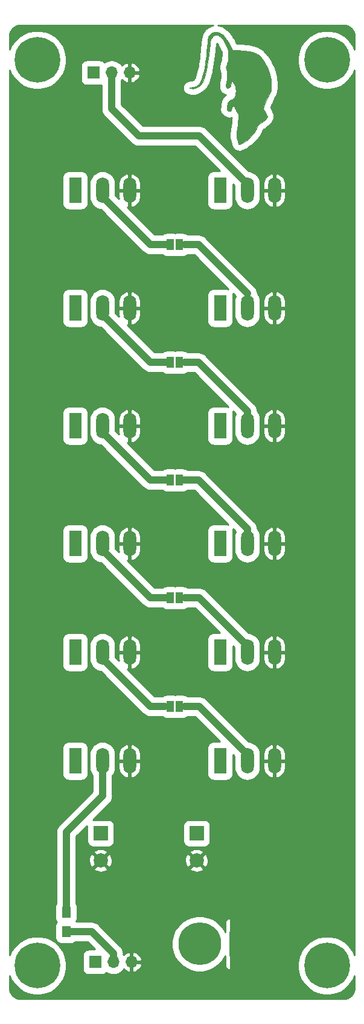
<source format=gbr>
G04 #@! TF.GenerationSoftware,KiCad,Pcbnew,(5.1.4)-1*
G04 #@! TF.CreationDate,2020-10-19T18:16:53+02:00*
G04 #@! TF.ProjectId,distrilite,64697374-7269-46c6-9974-652e6b696361,rev?*
G04 #@! TF.SameCoordinates,Original*
G04 #@! TF.FileFunction,Copper,L1,Top*
G04 #@! TF.FilePolarity,Positive*
%FSLAX46Y46*%
G04 Gerber Fmt 4.6, Leading zero omitted, Abs format (unit mm)*
G04 Created by KiCad (PCBNEW (5.1.4)-1) date 2020-10-19 18:16:54*
%MOMM*%
%LPD*%
G04 APERTURE LIST*
%ADD10C,0.100000*%
%ADD11C,6.400000*%
%ADD12R,2.000000X2.000000*%
%ADD13C,2.000000*%
%ADD14R,1.000000X1.500000*%
%ADD15C,0.600000*%
%ADD16R,1.800000X3.600000*%
%ADD17O,1.800000X3.600000*%
%ADD18O,1.700000X1.700000*%
%ADD19R,1.700000X1.700000*%
%ADD20R,1.300000X1.500000*%
%ADD21C,6.000000*%
%ADD22C,0.250000*%
%ADD23C,1.000000*%
%ADD24C,6.000000*%
%ADD25C,7.000000*%
%ADD26C,0.254000*%
G04 APERTURE END LIST*
D10*
G36*
X61083000Y-50496000D02*
G01*
X61129000Y-50407000D01*
X60706000Y-50143000D01*
X60688000Y-50170000D01*
X60671000Y-50192000D01*
X60649000Y-50215000D01*
X60632000Y-50230000D01*
X60611000Y-50245000D01*
X60591000Y-50257000D01*
X60574000Y-50266000D01*
X60557000Y-50274000D01*
X60543000Y-50279000D01*
X60527000Y-50283000D01*
X60515000Y-50286000D01*
X60496000Y-50290000D01*
X60484000Y-50292000D01*
X60467000Y-50295000D01*
X60455000Y-50296000D01*
X60440000Y-50296000D01*
X60425000Y-50296000D01*
X60409000Y-50295000D01*
X60390000Y-50292000D01*
X60367000Y-50287000D01*
X60351000Y-50282000D01*
X60333000Y-50276000D01*
X60312000Y-50267000D01*
X60287000Y-50253000D01*
X60270000Y-50242000D01*
X60253000Y-50229000D01*
X60237000Y-50216000D01*
X60222000Y-50200000D01*
X60195000Y-50167000D01*
X60182000Y-50146000D01*
X60173000Y-50129000D01*
X60165000Y-50110000D01*
X60157000Y-50089000D01*
X60149000Y-50060000D01*
X60142000Y-50013000D01*
X60142000Y-49975000D01*
X60148000Y-49931000D01*
X60160000Y-49893000D01*
X60174000Y-49860000D01*
X60190000Y-49833000D01*
X60202000Y-49816000D01*
X60227000Y-49786000D01*
X60261000Y-49755000D01*
X60286000Y-49738000D01*
X60324000Y-49718000D01*
X60354000Y-49708000D01*
X60375000Y-49703000D01*
X60402000Y-49698000D01*
X60444000Y-49695000D01*
X60480000Y-49697000D01*
X60523000Y-49706000D01*
X60569000Y-49723000D01*
X60604000Y-49741000D01*
X60638000Y-49767000D01*
X60651000Y-49779000D01*
X60667000Y-49796000D01*
X60676000Y-49806000D01*
X60692000Y-49828000D01*
X60706000Y-49851000D01*
X60712000Y-49863000D01*
X60720000Y-49878000D01*
X60724000Y-49889000D01*
X60730000Y-49908000D01*
X60733000Y-49918000D01*
X60736000Y-49930000D01*
X60738000Y-49940000D01*
X60740000Y-49953000D01*
X60742000Y-49970000D01*
X60743000Y-49988000D01*
X60743000Y-50015000D01*
X60741000Y-50040000D01*
X60735000Y-50076000D01*
X60726000Y-50102000D01*
X60717000Y-50121000D01*
X60709000Y-50136000D01*
X60707000Y-50139000D01*
X61131000Y-50404000D01*
X61219000Y-50239000D01*
X61310000Y-50019000D01*
X61372000Y-49911000D01*
X61445000Y-49808000D01*
X61553000Y-49706000D01*
X61702000Y-49585000D01*
X61914000Y-49435000D01*
X62092000Y-49312000D01*
X62290000Y-49161000D01*
X62430000Y-49042000D01*
X62521000Y-48953000D01*
X62618000Y-48825000D01*
X62681000Y-48716000D01*
X62731000Y-48611000D01*
X62743000Y-48528000D01*
X62734000Y-48472000D01*
X62703000Y-48396000D01*
X62640000Y-48280000D01*
X62569000Y-48185000D01*
X62513000Y-48091000D01*
X62490000Y-48006000D01*
X62455000Y-47907000D01*
X62408000Y-47829000D01*
X62356000Y-47765000D01*
X62276000Y-47662000D01*
X62222000Y-47592000D01*
X62211000Y-47516000D01*
X62213000Y-47402000D01*
X62249000Y-47253000D01*
X62327000Y-46981000D01*
X62486000Y-46576000D01*
X62602000Y-46317000D01*
X62819000Y-45857000D01*
X63033000Y-45427000D01*
X63114000Y-45266000D01*
X63191000Y-45072000D01*
X63241000Y-44912000D01*
X63282000Y-44733000D01*
X63302000Y-44573000D01*
X63310000Y-44430000D01*
X63317000Y-44268000D01*
X63316000Y-44158000D01*
X63314000Y-43965000D01*
X63308000Y-43823000D01*
X63294000Y-43680000D01*
X63272000Y-43461000D01*
X63252000Y-43319000D01*
X63214000Y-43094000D01*
X63184000Y-42943000D01*
X63138000Y-42746000D01*
X63099000Y-42601000D01*
X63029000Y-42354000D01*
X62961000Y-42168000D01*
X62848000Y-41869000D01*
X62593000Y-41354000D01*
X62366000Y-40941000D01*
X62291000Y-40819000D01*
X62078000Y-40552000D01*
X61629000Y-40050000D01*
X61463000Y-39885000D01*
X61361000Y-39817000D01*
X61227000Y-39737000D01*
X61062000Y-39645000D01*
X60864000Y-39585000D01*
X60620000Y-39521000D01*
X60239000Y-39439000D01*
X59952000Y-39386000D01*
X59649000Y-39344000D01*
X59276000Y-39310000D01*
X58710000Y-39285000D01*
X57863000Y-39277000D01*
X57843000Y-39245000D01*
X57597000Y-38748000D01*
X57401000Y-38345000D01*
X57119000Y-37857000D01*
X56958000Y-37621000D01*
X56834000Y-37458000D01*
X56675000Y-37283000D01*
X56547000Y-37154000D01*
X56415000Y-37056000D01*
X56283000Y-36966000D01*
X56148000Y-36883000D01*
X55954000Y-36794000D01*
X55771000Y-36728000D01*
X55617000Y-36702000D01*
X55484000Y-36697000D01*
X55364000Y-36705000D01*
X55252000Y-36729000D01*
X55126000Y-36774000D01*
X55008000Y-36842000D01*
X54894000Y-36922000D01*
X54731000Y-37065000D01*
X54597000Y-37251000D01*
X54514000Y-37406000D01*
X54460000Y-37562000D01*
X54396000Y-37857000D01*
X54357000Y-38214000D01*
X54260000Y-39328000D01*
X54179000Y-40136000D01*
X54141000Y-40489000D01*
X54089000Y-40919000D01*
X54032000Y-41305000D01*
X53949000Y-41746000D01*
X53851000Y-42195000D01*
X53737000Y-42642000D01*
X53630000Y-42977000D01*
X53535000Y-43288000D01*
X53469000Y-43461000D01*
X53374000Y-43650000D01*
X53279000Y-43821000D01*
X53184000Y-43968000D01*
X53087000Y-44079000D01*
X52979000Y-44191000D01*
X52869000Y-44271000D01*
X52745000Y-44328000D01*
X52636000Y-44373000D01*
X52522000Y-44397000D01*
X52372000Y-44426000D01*
X52233000Y-44449000D01*
X52094000Y-44466000D01*
X52021000Y-44475000D01*
X51949000Y-44482000D01*
X51913000Y-44489000D01*
X51896000Y-44503000D01*
X51868000Y-44534000D01*
X51866000Y-44543000D01*
X51884000Y-44557000D01*
X51910000Y-44566000D01*
X51943000Y-44576000D01*
X52004000Y-44593000D01*
X52068000Y-44610000D01*
X52132000Y-44629000D01*
X52216000Y-44647000D01*
X52282000Y-44648000D01*
X52365000Y-44651000D01*
X52436000Y-44641000D01*
X52509000Y-44629000D01*
X52606000Y-44606000D01*
X52685000Y-44579000D01*
X52768000Y-44547000D01*
X52844000Y-44510000D01*
X52938000Y-44457000D01*
X53039000Y-44393000D01*
X53151000Y-44310000D01*
X53256000Y-44214000D01*
X53325000Y-44145000D01*
X53424000Y-44046000D01*
X53526000Y-43915000D01*
X53609000Y-43811000D01*
X53675000Y-43706000D01*
X53799000Y-43474000D01*
X53882000Y-43227000D01*
X53911000Y-43136000D01*
X53955000Y-42989000D01*
X54058000Y-42611000D01*
X54179000Y-42058000D01*
X54309000Y-41390000D01*
X54457000Y-40483000D01*
X54554000Y-39773000D01*
X54605000Y-39323000D01*
X54634000Y-38993000D01*
X54691000Y-38459000D01*
X54717000Y-38238000D01*
X54764000Y-38026000D01*
X54810000Y-37846000D01*
X54851000Y-37726000D01*
X54939000Y-37548000D01*
X55037000Y-37416000D01*
X55116000Y-37337000D01*
X55209000Y-37259000D01*
X55315000Y-37192000D01*
X55427000Y-37147000D01*
X55521000Y-37130000D01*
X55610000Y-37128000D01*
X55695000Y-37135000D01*
X55795000Y-37157000D01*
X55882000Y-37190000D01*
X56034000Y-37274000D01*
X56095000Y-37318000D01*
X56162000Y-37369000D01*
X56206000Y-37404000D01*
X56257000Y-37456000D01*
X56348000Y-37541000D01*
X56408000Y-37617000D01*
X56465000Y-37705000D01*
X56552000Y-37836000D01*
X56636000Y-37972000D01*
X56728000Y-38137000D01*
X56783000Y-38245000D01*
X56898000Y-38469000D01*
X57074000Y-38816000D01*
X57209000Y-39079000D01*
X57283000Y-39229000D01*
X57295000Y-39254000D01*
X57296000Y-39272000D01*
X57290000Y-39603000D01*
X57281000Y-40006000D01*
X57265000Y-40370000D01*
X57254000Y-40577000D01*
X57224000Y-40751000D01*
X57212000Y-40829000D01*
X57184000Y-40912000D01*
X57146000Y-41008000D01*
X57112000Y-41068000D01*
X57085000Y-41134000D01*
X57065000Y-41197000D01*
X57057000Y-41289000D01*
X57044000Y-41386000D01*
X57034000Y-41458000D01*
X57017000Y-41489000D01*
X56982000Y-41543000D01*
X56967000Y-41592000D01*
X56960000Y-41635000D01*
X56959000Y-41692000D01*
X56960000Y-41738000D01*
X56981000Y-41799000D01*
X56993000Y-41845000D01*
X57021000Y-41921000D01*
X57046000Y-42014000D01*
X57068000Y-42142000D01*
X57098000Y-42410000D01*
X57105000Y-42548000D01*
X57119000Y-42744000D01*
X57122000Y-42946000D01*
X57114000Y-43140000D01*
X57092000Y-43330000D01*
X57064000Y-43492000D01*
X57020000Y-43652000D01*
X56996000Y-43759000D01*
X56978000Y-43880000D01*
X56967000Y-44012000D01*
X56965000Y-44169000D01*
X56967000Y-44358000D01*
X56976000Y-44440000D01*
X56990000Y-44493000D01*
X57006000Y-44520000D01*
X57027000Y-44538000D01*
X57056000Y-44550000D01*
X57091000Y-44557000D01*
X57136000Y-44562000D01*
X57187000Y-44563000D01*
X57239000Y-44558000D01*
X57288000Y-44549000D01*
X57358000Y-44525000D01*
X57425000Y-44488000D01*
X57505000Y-44430000D01*
X57546000Y-44375000D01*
X57573000Y-44313000D01*
X57615000Y-44174000D01*
X57687000Y-43898000D01*
X57728000Y-43751000D01*
X57782000Y-43666000D01*
X57815000Y-43623000D01*
X57838000Y-43610000D01*
X57874000Y-43632000D01*
X57911000Y-43686000D01*
X57952000Y-43765000D01*
X58026000Y-43893000D01*
X58171000Y-44186000D01*
X58244000Y-44377000D01*
X58259000Y-44415000D01*
X58289000Y-44523000D01*
X58312000Y-44665000D01*
X58327000Y-44874000D01*
X58327000Y-45028000D01*
X58321000Y-45314000D01*
X58301000Y-45459000D01*
X58273000Y-45581000D01*
X58231000Y-45690000D01*
X58181000Y-45808000D01*
X58148000Y-45869000D01*
X58097000Y-45937000D01*
X58045000Y-45992000D01*
X57960000Y-46062000D01*
X57892000Y-46114000D01*
X57784000Y-46164000D01*
X57683000Y-46207000D01*
X57559000Y-46259000D01*
X57487000Y-46293000D01*
X57432000Y-46329000D01*
X57393000Y-46356000D01*
X57372000Y-46373000D01*
X57340000Y-46406000D01*
X57310000Y-46446000D01*
X57239000Y-46558000D01*
X57190000Y-46685000D01*
X57163000Y-46901000D01*
X57129000Y-47104000D01*
X57106000Y-47368000D01*
X57083000Y-47530000D01*
X57070000Y-47563000D01*
X57074000Y-47591000D01*
X57096000Y-47629000D01*
X57144000Y-47667000D01*
X57180000Y-47695000D01*
X57234000Y-47738000D01*
X57308000Y-47781000D01*
X57370000Y-47806000D01*
X57435000Y-47823000D01*
X57503000Y-47822000D01*
X57574000Y-47790000D01*
X57630000Y-47742000D01*
X57660000Y-47691000D01*
X57692000Y-47625000D01*
X57716000Y-47516000D01*
X57747000Y-47355000D01*
X57781000Y-47247000D01*
X57831000Y-47178000D01*
X57874000Y-47135000D01*
X57930000Y-47106000D01*
X57979000Y-47093000D01*
X58024000Y-47090000D01*
X58075000Y-47099000D01*
X58103000Y-47108000D01*
X58121000Y-47125000D01*
X58135000Y-47148000D01*
X58154000Y-47178000D01*
X58182000Y-47253000D01*
X58235000Y-47403000D01*
X58302000Y-47578000D01*
X58331000Y-47647000D01*
X58381000Y-47741000D01*
X58440000Y-47851000D01*
X58619000Y-48151000D01*
X58669000Y-48262000D01*
X58722000Y-48447000D01*
X58733000Y-48605000D01*
X58719000Y-48710000D01*
X58704000Y-48921000D01*
X58663000Y-49364000D01*
X58629000Y-49622000D01*
X58595000Y-49882000D01*
X58563000Y-50118000D01*
X58518000Y-50383000D01*
X58463000Y-50806000D01*
X58441000Y-50936000D01*
X58423000Y-51139000D01*
X58419000Y-51300000D01*
X58429000Y-51412000D01*
X58447000Y-51504000D01*
X58523000Y-51770000D01*
X58583000Y-51973000D01*
X58612000Y-52057000D01*
X58646000Y-52180000D01*
X58670000Y-52317000D01*
X58690000Y-52382000D01*
X58716000Y-52430000D01*
X58749000Y-52462000D01*
X58794000Y-52474000D01*
X58847000Y-52476000D01*
X58930000Y-52443000D01*
X59061000Y-52386000D01*
X59298000Y-52263000D01*
X59529000Y-52125000D01*
X59773000Y-51954000D01*
X59935000Y-51832000D01*
X60195000Y-51605000D01*
X60376000Y-51440000D01*
X60594000Y-51208000D01*
X60790000Y-50965000D01*
X60893000Y-50817000D01*
X60976000Y-50677000D01*
X61036000Y-50577000D01*
X61083000Y-50496000D01*
G37*
X61083000Y-50496000D02*
X61129000Y-50407000D01*
X60706000Y-50143000D01*
X60688000Y-50170000D01*
X60671000Y-50192000D01*
X60649000Y-50215000D01*
X60632000Y-50230000D01*
X60611000Y-50245000D01*
X60591000Y-50257000D01*
X60574000Y-50266000D01*
X60557000Y-50274000D01*
X60543000Y-50279000D01*
X60527000Y-50283000D01*
X60515000Y-50286000D01*
X60496000Y-50290000D01*
X60484000Y-50292000D01*
X60467000Y-50295000D01*
X60455000Y-50296000D01*
X60440000Y-50296000D01*
X60425000Y-50296000D01*
X60409000Y-50295000D01*
X60390000Y-50292000D01*
X60367000Y-50287000D01*
X60351000Y-50282000D01*
X60333000Y-50276000D01*
X60312000Y-50267000D01*
X60287000Y-50253000D01*
X60270000Y-50242000D01*
X60253000Y-50229000D01*
X60237000Y-50216000D01*
X60222000Y-50200000D01*
X60195000Y-50167000D01*
X60182000Y-50146000D01*
X60173000Y-50129000D01*
X60165000Y-50110000D01*
X60157000Y-50089000D01*
X60149000Y-50060000D01*
X60142000Y-50013000D01*
X60142000Y-49975000D01*
X60148000Y-49931000D01*
X60160000Y-49893000D01*
X60174000Y-49860000D01*
X60190000Y-49833000D01*
X60202000Y-49816000D01*
X60227000Y-49786000D01*
X60261000Y-49755000D01*
X60286000Y-49738000D01*
X60324000Y-49718000D01*
X60354000Y-49708000D01*
X60375000Y-49703000D01*
X60402000Y-49698000D01*
X60444000Y-49695000D01*
X60480000Y-49697000D01*
X60523000Y-49706000D01*
X60569000Y-49723000D01*
X60604000Y-49741000D01*
X60638000Y-49767000D01*
X60651000Y-49779000D01*
X60667000Y-49796000D01*
X60676000Y-49806000D01*
X60692000Y-49828000D01*
X60706000Y-49851000D01*
X60712000Y-49863000D01*
X60720000Y-49878000D01*
X60724000Y-49889000D01*
X60730000Y-49908000D01*
X60733000Y-49918000D01*
X60736000Y-49930000D01*
X60738000Y-49940000D01*
X60740000Y-49953000D01*
X60742000Y-49970000D01*
X60743000Y-49988000D01*
X60743000Y-50015000D01*
X60741000Y-50040000D01*
X60735000Y-50076000D01*
X60726000Y-50102000D01*
X60717000Y-50121000D01*
X60709000Y-50136000D01*
X60707000Y-50139000D01*
X61131000Y-50404000D01*
X61219000Y-50239000D01*
X61310000Y-50019000D01*
X61372000Y-49911000D01*
X61445000Y-49808000D01*
X61553000Y-49706000D01*
X61702000Y-49585000D01*
X61914000Y-49435000D01*
X62092000Y-49312000D01*
X62290000Y-49161000D01*
X62430000Y-49042000D01*
X62521000Y-48953000D01*
X62618000Y-48825000D01*
X62681000Y-48716000D01*
X62731000Y-48611000D01*
X62743000Y-48528000D01*
X62734000Y-48472000D01*
X62703000Y-48396000D01*
X62640000Y-48280000D01*
X62569000Y-48185000D01*
X62513000Y-48091000D01*
X62490000Y-48006000D01*
X62455000Y-47907000D01*
X62408000Y-47829000D01*
X62356000Y-47765000D01*
X62276000Y-47662000D01*
X62222000Y-47592000D01*
X62211000Y-47516000D01*
X62213000Y-47402000D01*
X62249000Y-47253000D01*
X62327000Y-46981000D01*
X62486000Y-46576000D01*
X62602000Y-46317000D01*
X62819000Y-45857000D01*
X63033000Y-45427000D01*
X63114000Y-45266000D01*
X63191000Y-45072000D01*
X63241000Y-44912000D01*
X63282000Y-44733000D01*
X63302000Y-44573000D01*
X63310000Y-44430000D01*
X63317000Y-44268000D01*
X63316000Y-44158000D01*
X63314000Y-43965000D01*
X63308000Y-43823000D01*
X63294000Y-43680000D01*
X63272000Y-43461000D01*
X63252000Y-43319000D01*
X63214000Y-43094000D01*
X63184000Y-42943000D01*
X63138000Y-42746000D01*
X63099000Y-42601000D01*
X63029000Y-42354000D01*
X62961000Y-42168000D01*
X62848000Y-41869000D01*
X62593000Y-41354000D01*
X62366000Y-40941000D01*
X62291000Y-40819000D01*
X62078000Y-40552000D01*
X61629000Y-40050000D01*
X61463000Y-39885000D01*
X61361000Y-39817000D01*
X61227000Y-39737000D01*
X61062000Y-39645000D01*
X60864000Y-39585000D01*
X60620000Y-39521000D01*
X60239000Y-39439000D01*
X59952000Y-39386000D01*
X59649000Y-39344000D01*
X59276000Y-39310000D01*
X58710000Y-39285000D01*
X57863000Y-39277000D01*
X57843000Y-39245000D01*
X57597000Y-38748000D01*
X57401000Y-38345000D01*
X57119000Y-37857000D01*
X56958000Y-37621000D01*
X56834000Y-37458000D01*
X56675000Y-37283000D01*
X56547000Y-37154000D01*
X56415000Y-37056000D01*
X56283000Y-36966000D01*
X56148000Y-36883000D01*
X55954000Y-36794000D01*
X55771000Y-36728000D01*
X55617000Y-36702000D01*
X55484000Y-36697000D01*
X55364000Y-36705000D01*
X55252000Y-36729000D01*
X55126000Y-36774000D01*
X55008000Y-36842000D01*
X54894000Y-36922000D01*
X54731000Y-37065000D01*
X54597000Y-37251000D01*
X54514000Y-37406000D01*
X54460000Y-37562000D01*
X54396000Y-37857000D01*
X54357000Y-38214000D01*
X54260000Y-39328000D01*
X54179000Y-40136000D01*
X54141000Y-40489000D01*
X54089000Y-40919000D01*
X54032000Y-41305000D01*
X53949000Y-41746000D01*
X53851000Y-42195000D01*
X53737000Y-42642000D01*
X53630000Y-42977000D01*
X53535000Y-43288000D01*
X53469000Y-43461000D01*
X53374000Y-43650000D01*
X53279000Y-43821000D01*
X53184000Y-43968000D01*
X53087000Y-44079000D01*
X52979000Y-44191000D01*
X52869000Y-44271000D01*
X52745000Y-44328000D01*
X52636000Y-44373000D01*
X52522000Y-44397000D01*
X52372000Y-44426000D01*
X52233000Y-44449000D01*
X52094000Y-44466000D01*
X52021000Y-44475000D01*
X51949000Y-44482000D01*
X51913000Y-44489000D01*
X51896000Y-44503000D01*
X51868000Y-44534000D01*
X51866000Y-44543000D01*
X51884000Y-44557000D01*
X51910000Y-44566000D01*
X51943000Y-44576000D01*
X52004000Y-44593000D01*
X52068000Y-44610000D01*
X52132000Y-44629000D01*
X52216000Y-44647000D01*
X52282000Y-44648000D01*
X52365000Y-44651000D01*
X52436000Y-44641000D01*
X52509000Y-44629000D01*
X52606000Y-44606000D01*
X52685000Y-44579000D01*
X52768000Y-44547000D01*
X52844000Y-44510000D01*
X52938000Y-44457000D01*
X53039000Y-44393000D01*
X53151000Y-44310000D01*
X53256000Y-44214000D01*
X53325000Y-44145000D01*
X53424000Y-44046000D01*
X53526000Y-43915000D01*
X53609000Y-43811000D01*
X53675000Y-43706000D01*
X53799000Y-43474000D01*
X53882000Y-43227000D01*
X53911000Y-43136000D01*
X53955000Y-42989000D01*
X54058000Y-42611000D01*
X54179000Y-42058000D01*
X54309000Y-41390000D01*
X54457000Y-40483000D01*
X54554000Y-39773000D01*
X54605000Y-39323000D01*
X54634000Y-38993000D01*
X54691000Y-38459000D01*
X54717000Y-38238000D01*
X54764000Y-38026000D01*
X54810000Y-37846000D01*
X54851000Y-37726000D01*
X54939000Y-37548000D01*
X55037000Y-37416000D01*
X55116000Y-37337000D01*
X55209000Y-37259000D01*
X55315000Y-37192000D01*
X55427000Y-37147000D01*
X55521000Y-37130000D01*
X55610000Y-37128000D01*
X55695000Y-37135000D01*
X55795000Y-37157000D01*
X55882000Y-37190000D01*
X56034000Y-37274000D01*
X56095000Y-37318000D01*
X56162000Y-37369000D01*
X56206000Y-37404000D01*
X56257000Y-37456000D01*
X56348000Y-37541000D01*
X56408000Y-37617000D01*
X56465000Y-37705000D01*
X56552000Y-37836000D01*
X56636000Y-37972000D01*
X56728000Y-38137000D01*
X56783000Y-38245000D01*
X56898000Y-38469000D01*
X57074000Y-38816000D01*
X57209000Y-39079000D01*
X57283000Y-39229000D01*
X57295000Y-39254000D01*
X57296000Y-39272000D01*
X57290000Y-39603000D01*
X57281000Y-40006000D01*
X57265000Y-40370000D01*
X57254000Y-40577000D01*
X57224000Y-40751000D01*
X57212000Y-40829000D01*
X57184000Y-40912000D01*
X57146000Y-41008000D01*
X57112000Y-41068000D01*
X57085000Y-41134000D01*
X57065000Y-41197000D01*
X57057000Y-41289000D01*
X57044000Y-41386000D01*
X57034000Y-41458000D01*
X57017000Y-41489000D01*
X56982000Y-41543000D01*
X56967000Y-41592000D01*
X56960000Y-41635000D01*
X56959000Y-41692000D01*
X56960000Y-41738000D01*
X56981000Y-41799000D01*
X56993000Y-41845000D01*
X57021000Y-41921000D01*
X57046000Y-42014000D01*
X57068000Y-42142000D01*
X57098000Y-42410000D01*
X57105000Y-42548000D01*
X57119000Y-42744000D01*
X57122000Y-42946000D01*
X57114000Y-43140000D01*
X57092000Y-43330000D01*
X57064000Y-43492000D01*
X57020000Y-43652000D01*
X56996000Y-43759000D01*
X56978000Y-43880000D01*
X56967000Y-44012000D01*
X56965000Y-44169000D01*
X56967000Y-44358000D01*
X56976000Y-44440000D01*
X56990000Y-44493000D01*
X57006000Y-44520000D01*
X57027000Y-44538000D01*
X57056000Y-44550000D01*
X57091000Y-44557000D01*
X57136000Y-44562000D01*
X57187000Y-44563000D01*
X57239000Y-44558000D01*
X57288000Y-44549000D01*
X57358000Y-44525000D01*
X57425000Y-44488000D01*
X57505000Y-44430000D01*
X57546000Y-44375000D01*
X57573000Y-44313000D01*
X57615000Y-44174000D01*
X57687000Y-43898000D01*
X57728000Y-43751000D01*
X57782000Y-43666000D01*
X57815000Y-43623000D01*
X57838000Y-43610000D01*
X57874000Y-43632000D01*
X57911000Y-43686000D01*
X57952000Y-43765000D01*
X58026000Y-43893000D01*
X58171000Y-44186000D01*
X58244000Y-44377000D01*
X58259000Y-44415000D01*
X58289000Y-44523000D01*
X58312000Y-44665000D01*
X58327000Y-44874000D01*
X58327000Y-45028000D01*
X58321000Y-45314000D01*
X58301000Y-45459000D01*
X58273000Y-45581000D01*
X58231000Y-45690000D01*
X58181000Y-45808000D01*
X58148000Y-45869000D01*
X58097000Y-45937000D01*
X58045000Y-45992000D01*
X57960000Y-46062000D01*
X57892000Y-46114000D01*
X57784000Y-46164000D01*
X57683000Y-46207000D01*
X57559000Y-46259000D01*
X57487000Y-46293000D01*
X57432000Y-46329000D01*
X57393000Y-46356000D01*
X57372000Y-46373000D01*
X57340000Y-46406000D01*
X57310000Y-46446000D01*
X57239000Y-46558000D01*
X57190000Y-46685000D01*
X57163000Y-46901000D01*
X57129000Y-47104000D01*
X57106000Y-47368000D01*
X57083000Y-47530000D01*
X57070000Y-47563000D01*
X57074000Y-47591000D01*
X57096000Y-47629000D01*
X57144000Y-47667000D01*
X57180000Y-47695000D01*
X57234000Y-47738000D01*
X57308000Y-47781000D01*
X57370000Y-47806000D01*
X57435000Y-47823000D01*
X57503000Y-47822000D01*
X57574000Y-47790000D01*
X57630000Y-47742000D01*
X57660000Y-47691000D01*
X57692000Y-47625000D01*
X57716000Y-47516000D01*
X57747000Y-47355000D01*
X57781000Y-47247000D01*
X57831000Y-47178000D01*
X57874000Y-47135000D01*
X57930000Y-47106000D01*
X57979000Y-47093000D01*
X58024000Y-47090000D01*
X58075000Y-47099000D01*
X58103000Y-47108000D01*
X58121000Y-47125000D01*
X58135000Y-47148000D01*
X58154000Y-47178000D01*
X58182000Y-47253000D01*
X58235000Y-47403000D01*
X58302000Y-47578000D01*
X58331000Y-47647000D01*
X58381000Y-47741000D01*
X58440000Y-47851000D01*
X58619000Y-48151000D01*
X58669000Y-48262000D01*
X58722000Y-48447000D01*
X58733000Y-48605000D01*
X58719000Y-48710000D01*
X58704000Y-48921000D01*
X58663000Y-49364000D01*
X58629000Y-49622000D01*
X58595000Y-49882000D01*
X58563000Y-50118000D01*
X58518000Y-50383000D01*
X58463000Y-50806000D01*
X58441000Y-50936000D01*
X58423000Y-51139000D01*
X58419000Y-51300000D01*
X58429000Y-51412000D01*
X58447000Y-51504000D01*
X58523000Y-51770000D01*
X58583000Y-51973000D01*
X58612000Y-52057000D01*
X58646000Y-52180000D01*
X58670000Y-52317000D01*
X58690000Y-52382000D01*
X58716000Y-52430000D01*
X58749000Y-52462000D01*
X58794000Y-52474000D01*
X58847000Y-52476000D01*
X58930000Y-52443000D01*
X59061000Y-52386000D01*
X59298000Y-52263000D01*
X59529000Y-52125000D01*
X59773000Y-51954000D01*
X59935000Y-51832000D01*
X60195000Y-51605000D01*
X60376000Y-51440000D01*
X60594000Y-51208000D01*
X60790000Y-50965000D01*
X60893000Y-50817000D01*
X60976000Y-50677000D01*
X61036000Y-50577000D01*
X61083000Y-50496000D01*
D11*
X30480000Y-167640000D03*
X71120000Y-167640000D03*
X71120000Y-40640000D03*
X30480000Y-40640000D03*
D12*
X52832000Y-149098000D03*
D13*
X52832000Y-152898000D03*
D12*
X39370000Y-149098000D03*
D13*
X39370000Y-152898000D03*
D14*
X50434000Y-66548000D03*
X49134000Y-66548000D03*
X50434000Y-83058000D03*
X49134000Y-83058000D03*
X50434000Y-99568000D03*
X49134000Y-99568000D03*
X50434000Y-116078000D03*
X49134000Y-116078000D03*
X50434000Y-131318000D03*
X49134000Y-131318000D03*
D15*
X60471000Y-50005000D03*
D16*
X35814000Y-138938000D03*
D17*
X39624000Y-138938000D03*
X43434000Y-138938000D03*
D18*
X43434000Y-42418000D03*
X40894000Y-42418000D03*
D19*
X38354000Y-42418000D03*
D20*
X34544000Y-162894000D03*
X34544000Y-160194000D03*
D19*
X38608000Y-167132000D03*
D18*
X41148000Y-167132000D03*
X43688000Y-167132000D03*
D16*
X35814000Y-91948000D03*
D17*
X39624000Y-91948000D03*
X43434000Y-91948000D03*
D16*
X56134000Y-91948000D03*
D17*
X59944000Y-91948000D03*
X63754000Y-91948000D03*
D16*
X35814000Y-58928000D03*
D17*
X39624000Y-58928000D03*
X43434000Y-58928000D03*
D16*
X56134000Y-75438000D03*
D17*
X59944000Y-75438000D03*
X63754000Y-75438000D03*
D16*
X56134000Y-58928000D03*
D17*
X59944000Y-58928000D03*
X63754000Y-58928000D03*
D16*
X35814000Y-75438000D03*
D17*
X39624000Y-75438000D03*
X43434000Y-75438000D03*
D16*
X56134000Y-108458000D03*
D17*
X59944000Y-108458000D03*
X63754000Y-108458000D03*
D16*
X35814000Y-108458000D03*
D17*
X39624000Y-108458000D03*
X43434000Y-108458000D03*
D16*
X56134000Y-123698000D03*
D17*
X59944000Y-123698000D03*
X63754000Y-123698000D03*
D16*
X35814000Y-123698000D03*
D17*
X39624000Y-123698000D03*
X43434000Y-123698000D03*
D16*
X56134000Y-138938000D03*
D17*
X59944000Y-138938000D03*
X63754000Y-138938000D03*
D10*
G36*
X62099026Y-161599223D02*
G01*
X62244635Y-161620822D01*
X62387427Y-161656589D01*
X62526025Y-161706181D01*
X62659095Y-161769118D01*
X62785355Y-161844796D01*
X62903590Y-161932484D01*
X63012660Y-162031340D01*
X63111516Y-162140410D01*
X63199204Y-162258645D01*
X63274882Y-162384905D01*
X63337819Y-162517975D01*
X63387411Y-162656573D01*
X63423178Y-162799365D01*
X63444777Y-162944974D01*
X63452000Y-163092000D01*
X63452000Y-166092000D01*
X63444777Y-166239026D01*
X63423178Y-166384635D01*
X63387411Y-166527427D01*
X63337819Y-166666025D01*
X63274882Y-166799095D01*
X63199204Y-166925355D01*
X63111516Y-167043590D01*
X63012660Y-167152660D01*
X62903590Y-167251516D01*
X62785355Y-167339204D01*
X62659095Y-167414882D01*
X62526025Y-167477819D01*
X62387427Y-167527411D01*
X62244635Y-167563178D01*
X62099026Y-167584777D01*
X61952000Y-167592000D01*
X58952000Y-167592000D01*
X58804974Y-167584777D01*
X58659365Y-167563178D01*
X58516573Y-167527411D01*
X58377975Y-167477819D01*
X58244905Y-167414882D01*
X58118645Y-167339204D01*
X58000410Y-167251516D01*
X57891340Y-167152660D01*
X57792484Y-167043590D01*
X57704796Y-166925355D01*
X57629118Y-166799095D01*
X57566181Y-166666025D01*
X57516589Y-166527427D01*
X57480822Y-166384635D01*
X57459223Y-166239026D01*
X57452000Y-166092000D01*
X57452000Y-163092000D01*
X57459223Y-162944974D01*
X57480822Y-162799365D01*
X57516589Y-162656573D01*
X57566181Y-162517975D01*
X57629118Y-162384905D01*
X57704796Y-162258645D01*
X57792484Y-162140410D01*
X57891340Y-162031340D01*
X58000410Y-161932484D01*
X58118645Y-161844796D01*
X58244905Y-161769118D01*
X58377975Y-161706181D01*
X58516573Y-161656589D01*
X58659365Y-161620822D01*
X58804974Y-161599223D01*
X58952000Y-161592000D01*
X61952000Y-161592000D01*
X62099026Y-161599223D01*
X62099026Y-161599223D01*
G37*
D21*
X60452000Y-164592000D03*
X53252000Y-164592000D03*
D22*
X59944000Y-75438000D02*
X59944000Y-74538000D01*
X51184000Y-66548000D02*
X50434000Y-66548000D01*
D23*
X53104000Y-66548000D02*
X51184000Y-66548000D01*
X59944000Y-73388000D02*
X53104000Y-66548000D01*
D22*
X59944000Y-75438000D02*
X59944000Y-73388000D01*
X51184000Y-131318000D02*
X50434000Y-131318000D01*
D23*
X53224000Y-131318000D02*
X51184000Y-131318000D01*
X59944000Y-138038000D02*
X53224000Y-131318000D01*
D22*
X59944000Y-138938000D02*
X59944000Y-138038000D01*
X51184000Y-116078000D02*
X50434000Y-116078000D01*
D23*
X53224000Y-116078000D02*
X51184000Y-116078000D01*
X59944000Y-122798000D02*
X53224000Y-116078000D01*
D22*
X59944000Y-123698000D02*
X59944000Y-122798000D01*
D23*
X59944000Y-106408000D02*
X53104000Y-99568000D01*
X59944000Y-108458000D02*
X59944000Y-106408000D01*
X53104000Y-99568000D02*
X50434000Y-99568000D01*
D22*
X51184000Y-83058000D02*
X50434000Y-83058000D01*
D23*
X53104000Y-83058000D02*
X51184000Y-83058000D01*
X59944000Y-89898000D02*
X53104000Y-83058000D01*
X59944000Y-91948000D02*
X59944000Y-89898000D01*
D24*
X60452000Y-168656000D02*
X60452000Y-164592000D01*
X60452000Y-160782000D02*
X60452000Y-164592000D01*
D25*
X64262000Y-164592000D02*
X60960000Y-164592000D01*
D23*
X39624000Y-143838000D02*
X39624000Y-138938000D01*
X34544000Y-148918000D02*
X34544000Y-160194000D01*
X39624000Y-143838000D02*
X34544000Y-148918000D01*
X41148000Y-165929919D02*
X41148000Y-167132000D01*
X38112081Y-162894000D02*
X41148000Y-165929919D01*
X34544000Y-162894000D02*
X38112081Y-162894000D01*
D22*
X59944000Y-58928000D02*
X59944000Y-58028000D01*
D23*
X59944000Y-58028000D02*
X53224000Y-51308000D01*
X40894000Y-42418000D02*
X40894000Y-47498000D01*
X40894000Y-47498000D02*
X44704000Y-51308000D01*
X44704000Y-51308000D02*
X53224000Y-51308000D01*
D22*
X48384000Y-131318000D02*
X49134000Y-131318000D01*
D23*
X46344000Y-131318000D02*
X48384000Y-131318000D01*
X39624000Y-124598000D02*
X46344000Y-131318000D01*
D22*
X39624000Y-123698000D02*
X39624000Y-124598000D01*
X39624000Y-109358000D02*
X39624000Y-108458000D01*
D23*
X46344000Y-116078000D02*
X39624000Y-109358000D01*
X49134000Y-116078000D02*
X46344000Y-116078000D01*
X46344000Y-99568000D02*
X39624000Y-92848000D01*
X49134000Y-99568000D02*
X46344000Y-99568000D01*
D22*
X39624000Y-76338000D02*
X39624000Y-75438000D01*
D23*
X46344000Y-83058000D02*
X39624000Y-76338000D01*
X49134000Y-83058000D02*
X46344000Y-83058000D01*
D22*
X39624000Y-59828000D02*
X39624000Y-58928000D01*
D23*
X46344000Y-66548000D02*
X39624000Y-59828000D01*
X49134000Y-66548000D02*
X46344000Y-66548000D01*
D26*
G36*
X55047290Y-35773687D02*
G01*
X54992379Y-35791206D01*
X54936278Y-35804420D01*
X54923400Y-35808918D01*
X54797399Y-35853918D01*
X54724224Y-35888436D01*
X54650052Y-35920769D01*
X54638185Y-35927498D01*
X54520185Y-35995498D01*
X54490271Y-36016878D01*
X54458007Y-36034512D01*
X54446786Y-36042270D01*
X54332786Y-36122270D01*
X54297823Y-36152300D01*
X54260001Y-36178646D01*
X54249684Y-36187571D01*
X54086685Y-36330571D01*
X54081013Y-36336624D01*
X54074352Y-36341576D01*
X54015857Y-36406155D01*
X53956304Y-36469706D01*
X53951915Y-36476747D01*
X53946343Y-36482898D01*
X53938293Y-36493910D01*
X53804293Y-36679910D01*
X53775146Y-36730050D01*
X53742235Y-36777813D01*
X53735712Y-36789794D01*
X53652711Y-36944794D01*
X53625648Y-37009911D01*
X53595301Y-37073553D01*
X53590749Y-37086413D01*
X53536749Y-37242413D01*
X53524702Y-37292615D01*
X53508196Y-37341548D01*
X53505211Y-37354859D01*
X53441211Y-37649859D01*
X53436073Y-37693993D01*
X53426354Y-37737350D01*
X53424778Y-37750900D01*
X53385778Y-38107900D01*
X53385735Y-38111824D01*
X53384961Y-38115669D01*
X53383683Y-38129250D01*
X53287235Y-39236916D01*
X53207238Y-40034910D01*
X53170301Y-40378034D01*
X53120605Y-40788982D01*
X53068296Y-41143215D01*
X52991461Y-41551457D01*
X52900099Y-41970042D01*
X52797485Y-42372399D01*
X52699320Y-42679738D01*
X52699302Y-42679824D01*
X52695621Y-42691579D01*
X52610327Y-42970806D01*
X52573828Y-43066477D01*
X52510141Y-43193180D01*
X52440762Y-43318063D01*
X52401810Y-43378335D01*
X52367077Y-43418081D01*
X52352729Y-43432961D01*
X52346505Y-43435530D01*
X52328608Y-43439298D01*
X52199519Y-43464255D01*
X52093878Y-43481735D01*
X51975395Y-43496226D01*
X51975334Y-43496240D01*
X51974453Y-43496342D01*
X51913954Y-43503801D01*
X51854460Y-43509585D01*
X51815511Y-43517264D01*
X51775928Y-43520451D01*
X51762520Y-43522962D01*
X51726520Y-43529962D01*
X51683426Y-43542812D01*
X51639240Y-43551139D01*
X51592288Y-43569987D01*
X51543794Y-43584447D01*
X51504019Y-43605421D01*
X51462289Y-43622173D01*
X51419886Y-43649786D01*
X51375130Y-43673387D01*
X51340439Y-43701482D01*
X51322965Y-43711698D01*
X51317815Y-43716256D01*
X51302505Y-43726226D01*
X51291914Y-43734824D01*
X51274914Y-43748824D01*
X51245192Y-43778622D01*
X51226953Y-43793393D01*
X51216549Y-43805881D01*
X51180179Y-43838071D01*
X51170966Y-43848130D01*
X51142966Y-43879130D01*
X51110710Y-43922739D01*
X51074881Y-43963481D01*
X51054141Y-43999218D01*
X51029576Y-44032429D01*
X51006404Y-44081474D01*
X51001997Y-44089068D01*
X50996067Y-44098313D01*
X50994880Y-44101331D01*
X50979172Y-44128397D01*
X50965769Y-44167479D01*
X50948121Y-44204832D01*
X50937476Y-44247244D01*
X50926261Y-44275752D01*
X50923596Y-44290454D01*
X50917317Y-44308763D01*
X50914265Y-44322058D01*
X50912265Y-44331059D01*
X50908346Y-44363309D01*
X50901704Y-44389773D01*
X50900204Y-44419493D01*
X50892250Y-44463371D01*
X50892712Y-44491963D01*
X50889263Y-44520343D01*
X50892755Y-44567096D01*
X50892093Y-44580208D01*
X50894391Y-44595939D01*
X50895329Y-44654023D01*
X50901334Y-44681977D01*
X50903464Y-44710491D01*
X50921318Y-44774997D01*
X50935379Y-44840447D01*
X50946702Y-44866706D01*
X50954328Y-44894259D01*
X50984377Y-44954080D01*
X51010878Y-45015540D01*
X51027078Y-45039089D01*
X51039916Y-45064647D01*
X51081015Y-45117496D01*
X51118947Y-45172635D01*
X51139420Y-45192596D01*
X51156972Y-45215166D01*
X51207542Y-45259015D01*
X51210223Y-45261630D01*
X51226549Y-45279694D01*
X51235888Y-45286653D01*
X51255471Y-45305747D01*
X51266180Y-45314197D01*
X51284180Y-45328197D01*
X51295760Y-45335510D01*
X51301032Y-45340082D01*
X51321556Y-45351802D01*
X51333076Y-45359078D01*
X51379442Y-45393630D01*
X51413496Y-45409868D01*
X51445397Y-45430016D01*
X51499352Y-45450808D01*
X51551553Y-45475700D01*
X51564413Y-45480251D01*
X51590413Y-45489252D01*
X51602356Y-45492118D01*
X51613636Y-45496966D01*
X51626663Y-45501013D01*
X51659663Y-45511013D01*
X51663744Y-45511825D01*
X51667602Y-45513382D01*
X51680716Y-45517136D01*
X51741717Y-45534136D01*
X51741833Y-45534156D01*
X51753182Y-45537256D01*
X51803508Y-45550624D01*
X51853948Y-45565598D01*
X51884479Y-45571497D01*
X51913972Y-45581362D01*
X51927290Y-45584313D01*
X52011290Y-45602313D01*
X52099509Y-45612356D01*
X52187561Y-45623586D01*
X52200709Y-45623877D01*
X52200743Y-45623881D01*
X52200773Y-45623879D01*
X52201199Y-45623888D01*
X52256978Y-45624733D01*
X52329710Y-45627362D01*
X52408650Y-45622492D01*
X52487740Y-45620260D01*
X52501261Y-45618451D01*
X52572261Y-45608451D01*
X52576570Y-45607407D01*
X52581000Y-45607180D01*
X52594476Y-45605061D01*
X52667476Y-45593061D01*
X52693931Y-45586004D01*
X52721115Y-45582696D01*
X52734410Y-45579642D01*
X52831410Y-45556641D01*
X52869599Y-45543537D01*
X52909028Y-45534818D01*
X52921967Y-45530496D01*
X53000968Y-45503496D01*
X53011984Y-45498483D01*
X53023696Y-45495414D01*
X53036458Y-45490595D01*
X53119458Y-45458595D01*
X53150553Y-45442967D01*
X53183350Y-45431315D01*
X53195657Y-45425430D01*
X53271657Y-45388430D01*
X53291012Y-45376542D01*
X53311916Y-45367662D01*
X53323845Y-45361045D01*
X53417845Y-45308045D01*
X53432871Y-45297518D01*
X53449367Y-45289486D01*
X53460940Y-45282265D01*
X53561940Y-45218265D01*
X53584708Y-45200502D01*
X53609689Y-45185997D01*
X53620705Y-45177951D01*
X53732705Y-45094951D01*
X53764948Y-45065775D01*
X53800118Y-45040189D01*
X53810250Y-45031054D01*
X53915250Y-44935054D01*
X53925337Y-44923837D01*
X53937131Y-44914422D01*
X53946843Y-44904843D01*
X54015844Y-44835843D01*
X54015849Y-44835837D01*
X54114843Y-44736843D01*
X54148919Y-44695359D01*
X54186425Y-44656932D01*
X54194880Y-44646227D01*
X54293257Y-44519880D01*
X54372625Y-44420431D01*
X54398832Y-44380065D01*
X54428824Y-44342430D01*
X54436164Y-44330932D01*
X54502164Y-44225932D01*
X54514499Y-44201249D01*
X54530133Y-44178521D01*
X54536647Y-44166536D01*
X54660647Y-43934536D01*
X54689200Y-43865685D01*
X54720676Y-43798104D01*
X54725111Y-43785203D01*
X54808111Y-43538204D01*
X54808299Y-43537387D01*
X54808642Y-43536620D01*
X54812874Y-43523652D01*
X54841874Y-43432652D01*
X54842254Y-43430875D01*
X54842969Y-43429196D01*
X54846971Y-43416155D01*
X54890971Y-43269154D01*
X54891991Y-43263939D01*
X54893954Y-43258991D01*
X54897632Y-43245855D01*
X55000632Y-42867855D01*
X55003641Y-42850145D01*
X55009411Y-42833139D01*
X55012420Y-42819833D01*
X55133420Y-42266833D01*
X55133952Y-42262331D01*
X55135309Y-42258005D01*
X55138008Y-42244633D01*
X55268008Y-41576634D01*
X55268771Y-41568583D01*
X55270957Y-41560789D01*
X55273247Y-41547341D01*
X55421247Y-40640341D01*
X55421624Y-40634464D01*
X55423067Y-40628752D01*
X55425008Y-40615249D01*
X55522008Y-39905249D01*
X55522175Y-39900856D01*
X55523155Y-39896566D01*
X55524785Y-39883022D01*
X55575785Y-39433022D01*
X55575868Y-39427511D01*
X55576960Y-39422108D01*
X55578249Y-39408528D01*
X55606451Y-39087614D01*
X55661921Y-38567945D01*
X55681534Y-38401230D01*
X55699808Y-38318802D01*
X55729227Y-38363100D01*
X55793309Y-38466851D01*
X55865734Y-38596744D01*
X55912393Y-38688365D01*
X55912483Y-38688505D01*
X55913850Y-38691215D01*
X56027714Y-38913001D01*
X56202670Y-39257942D01*
X56202784Y-39258120D01*
X56204820Y-39262157D01*
X56315122Y-39477041D01*
X56313193Y-39583463D01*
X56304481Y-39973595D01*
X56289134Y-40322727D01*
X56281431Y-40467693D01*
X56261205Y-40585001D01*
X56261057Y-40587020D01*
X56260529Y-40588972D01*
X56260367Y-40589978D01*
X56239532Y-40636910D01*
X56212993Y-40685486D01*
X56207741Y-40698076D01*
X56180741Y-40764076D01*
X56171353Y-40795468D01*
X56158015Y-40825408D01*
X56153797Y-40838381D01*
X56133798Y-40901380D01*
X56132652Y-40906764D01*
X56130540Y-40911846D01*
X56112814Y-40999996D01*
X56094113Y-41087882D01*
X56094035Y-41093381D01*
X56092949Y-41098782D01*
X56091673Y-41112363D01*
X56087962Y-41155044D01*
X56074548Y-41180978D01*
X56065215Y-41213211D01*
X56051877Y-41244002D01*
X56047793Y-41257018D01*
X56032793Y-41306018D01*
X56021019Y-41364301D01*
X56004979Y-41421571D01*
X56002694Y-41435020D01*
X55995694Y-41478020D01*
X55991660Y-41541324D01*
X55983485Y-41604225D01*
X55983150Y-41617862D01*
X55982150Y-41674862D01*
X55983144Y-41687232D01*
X55982029Y-41699594D01*
X55982231Y-41713234D01*
X55983231Y-41759234D01*
X55989080Y-41807956D01*
X55990276Y-41857009D01*
X56000416Y-41902386D01*
X56005958Y-41948552D01*
X56021157Y-41995203D01*
X56031859Y-42043097D01*
X56036210Y-42056026D01*
X56045060Y-42081733D01*
X56047638Y-42091616D01*
X56061811Y-42130095D01*
X56071612Y-42169921D01*
X56076239Y-42182754D01*
X56088966Y-42217298D01*
X56090770Y-42224010D01*
X56100256Y-42279199D01*
X56123759Y-42489161D01*
X56129254Y-42597494D01*
X56129738Y-42600731D01*
X56129606Y-42603995D01*
X56130483Y-42617608D01*
X56142518Y-42786094D01*
X56144701Y-42933118D01*
X56139322Y-43063572D01*
X56124624Y-43190508D01*
X56109369Y-43278767D01*
X56077971Y-43392942D01*
X56075161Y-43409248D01*
X56069765Y-43424883D01*
X56066686Y-43438172D01*
X56042686Y-43545173D01*
X56039145Y-43573841D01*
X56031735Y-43601764D01*
X56029634Y-43615243D01*
X56011634Y-43736243D01*
X56010398Y-43760977D01*
X56005602Y-43785278D01*
X56004375Y-43798864D01*
X55993375Y-43930865D01*
X55993778Y-43958493D01*
X55990348Y-43985916D01*
X55990079Y-43999555D01*
X55988079Y-44156555D01*
X55988469Y-44161128D01*
X55988005Y-44165697D01*
X55988055Y-44179338D01*
X55990055Y-44368338D01*
X55994537Y-44409553D01*
X55994438Y-44451022D01*
X55995832Y-44464592D01*
X56004832Y-44546591D01*
X56018383Y-44611097D01*
X56028008Y-44676304D01*
X56031399Y-44689517D01*
X56045399Y-44742517D01*
X56056873Y-44773374D01*
X56064306Y-44805442D01*
X56090028Y-44862540D01*
X56111854Y-44921239D01*
X56127806Y-44947171D01*
X56129369Y-44951331D01*
X56131774Y-44955210D01*
X56142623Y-44979293D01*
X56149495Y-44991077D01*
X56165495Y-45018077D01*
X56199523Y-45064484D01*
X56229843Y-45113388D01*
X56255767Y-45141189D01*
X56278246Y-45171846D01*
X56318676Y-45208958D01*
X56328013Y-45220603D01*
X56336395Y-45227656D01*
X56359882Y-45252844D01*
X56370177Y-45261794D01*
X56391177Y-45279794D01*
X56410873Y-45293586D01*
X56418718Y-45300787D01*
X56435332Y-45310908D01*
X56473910Y-45343370D01*
X56511866Y-45364305D01*
X56547368Y-45389165D01*
X56595143Y-45410238D01*
X56640874Y-45435461D01*
X56653442Y-45440764D01*
X56682443Y-45452765D01*
X56711657Y-45461629D01*
X56721829Y-45466116D01*
X56739359Y-45470035D01*
X56766920Y-45478398D01*
X56778319Y-45482038D01*
X56783579Y-45484373D01*
X56790611Y-45485963D01*
X56851037Y-45505259D01*
X56864395Y-45508027D01*
X56893957Y-45513940D01*
X56892345Y-45515236D01*
X56887151Y-45518032D01*
X56875882Y-45525718D01*
X56836882Y-45552718D01*
X56814103Y-45572033D01*
X56788936Y-45588122D01*
X56778274Y-45596631D01*
X56757273Y-45613632D01*
X56720278Y-45650103D01*
X56680175Y-45683139D01*
X56670611Y-45692866D01*
X56638611Y-45725866D01*
X56604361Y-45768895D01*
X56566661Y-45808944D01*
X56558400Y-45819800D01*
X56528400Y-45859800D01*
X56512002Y-45886801D01*
X56492217Y-45911434D01*
X56484834Y-45922904D01*
X56413834Y-46034904D01*
X56373682Y-46114488D01*
X56332491Y-46193623D01*
X56327984Y-46205066D01*
X56327946Y-46205142D01*
X56327926Y-46205215D01*
X56327492Y-46206316D01*
X56278492Y-46333316D01*
X56273983Y-46349578D01*
X56266925Y-46364905D01*
X56248545Y-46441317D01*
X56227542Y-46517060D01*
X56226277Y-46533888D01*
X56222331Y-46550294D01*
X56220545Y-46563818D01*
X56196066Y-46759648D01*
X56165422Y-46942613D01*
X56163251Y-46974387D01*
X56156965Y-47005622D01*
X56155687Y-47019204D01*
X56134984Y-47256844D01*
X56128173Y-47304813D01*
X56126600Y-47308983D01*
X56119903Y-47349135D01*
X56108749Y-47388286D01*
X56104253Y-47442957D01*
X56095228Y-47497061D01*
X56096457Y-47537749D01*
X56093120Y-47578322D01*
X56099328Y-47632820D01*
X56100984Y-47687651D01*
X56102819Y-47701169D01*
X56106819Y-47729168D01*
X56113347Y-47755884D01*
X56114701Y-47767774D01*
X56121318Y-47788509D01*
X56126911Y-47811402D01*
X56145180Y-47894021D01*
X56149513Y-47903906D01*
X56152076Y-47914397D01*
X56187750Y-47991144D01*
X56221726Y-48068660D01*
X56228479Y-48080512D01*
X56250479Y-48118512D01*
X56297973Y-48184684D01*
X56343562Y-48252190D01*
X56353501Y-48262049D01*
X56361662Y-48273419D01*
X56421096Y-48329097D01*
X56478937Y-48386471D01*
X56489573Y-48395013D01*
X56537573Y-48433013D01*
X56537774Y-48433143D01*
X56544180Y-48438197D01*
X56575769Y-48462766D01*
X56625401Y-48502288D01*
X56679566Y-48537369D01*
X56731392Y-48575803D01*
X56743138Y-48582739D01*
X56817138Y-48625739D01*
X56874509Y-48651957D01*
X56930017Y-48681921D01*
X56942633Y-48687110D01*
X57004633Y-48712110D01*
X57057848Y-48727732D01*
X57109619Y-48747664D01*
X57122792Y-48751207D01*
X57187792Y-48768207D01*
X57217312Y-48772913D01*
X57245944Y-48781534D01*
X57311284Y-48787892D01*
X57376091Y-48798222D01*
X57405963Y-48797104D01*
X57435725Y-48800000D01*
X57449366Y-48799894D01*
X57517366Y-48798894D01*
X57519228Y-48798684D01*
X57521096Y-48798832D01*
X57613966Y-48787986D01*
X57706839Y-48777499D01*
X57708624Y-48776931D01*
X57710485Y-48776714D01*
X57735361Y-48768698D01*
X57730195Y-48841372D01*
X57691903Y-49255111D01*
X57660375Y-49494352D01*
X57660373Y-49494410D01*
X57660248Y-49495317D01*
X57626563Y-49752908D01*
X57597052Y-49970551D01*
X57554789Y-50219436D01*
X57553928Y-50231630D01*
X57551008Y-50243512D01*
X57549155Y-50257027D01*
X57496568Y-50661471D01*
X57477697Y-50772979D01*
X57475467Y-50804832D01*
X57469118Y-50836129D01*
X57467818Y-50849708D01*
X57449818Y-51052708D01*
X57450044Y-51077015D01*
X57446735Y-51101099D01*
X57446301Y-51114734D01*
X57442301Y-51275734D01*
X57445859Y-51324459D01*
X57444753Y-51373291D01*
X57445871Y-51386887D01*
X57455871Y-51498887D01*
X57464062Y-51542225D01*
X57467653Y-51586190D01*
X57470179Y-51599595D01*
X57488179Y-51691595D01*
X57498164Y-51724938D01*
X57503935Y-51759260D01*
X57507591Y-51772403D01*
X57583591Y-52038402D01*
X57583674Y-52038611D01*
X57586068Y-52046926D01*
X57646068Y-52249925D01*
X57651791Y-52264044D01*
X57655126Y-52278906D01*
X57659487Y-52291832D01*
X57678487Y-52346866D01*
X57691775Y-52394939D01*
X57707655Y-52485586D01*
X57722199Y-52537899D01*
X57732283Y-52591256D01*
X57736204Y-52604322D01*
X57756204Y-52669322D01*
X57790826Y-52752076D01*
X57824518Y-52835289D01*
X57829741Y-52845093D01*
X57829796Y-52845225D01*
X57829869Y-52845334D01*
X57830932Y-52847329D01*
X57856932Y-52895328D01*
X57882911Y-52933782D01*
X57904901Y-52974653D01*
X57936155Y-53012592D01*
X57963675Y-53053327D01*
X57996633Y-53086006D01*
X58026139Y-53121824D01*
X58035866Y-53131389D01*
X58068865Y-53163388D01*
X58098314Y-53186829D01*
X58099075Y-53187583D01*
X58100197Y-53188327D01*
X58108827Y-53195196D01*
X58145735Y-53230505D01*
X58183243Y-53254429D01*
X58218052Y-53282136D01*
X58263432Y-53305577D01*
X58306493Y-53333043D01*
X58347935Y-53349227D01*
X58387463Y-53369645D01*
X58436529Y-53383824D01*
X58484108Y-53402405D01*
X58497264Y-53406012D01*
X58542264Y-53418012D01*
X58548777Y-53419082D01*
X58554978Y-53421310D01*
X58642762Y-53434526D01*
X58730418Y-53448929D01*
X58737008Y-53448714D01*
X58743531Y-53449696D01*
X58757158Y-53450305D01*
X58810159Y-53452305D01*
X58815658Y-53451975D01*
X58821123Y-53452657D01*
X58910780Y-53446258D01*
X59000492Y-53440867D01*
X59005820Y-53439475D01*
X59011316Y-53439083D01*
X59098050Y-53415384D01*
X59184980Y-53392678D01*
X59189935Y-53390278D01*
X59195251Y-53388826D01*
X59207962Y-53383874D01*
X59290962Y-53350874D01*
X59298814Y-53346824D01*
X59307259Y-53344224D01*
X59319805Y-53338869D01*
X59450806Y-53281869D01*
X59474061Y-53268918D01*
X59498899Y-53259369D01*
X59511050Y-53253170D01*
X59748050Y-53130170D01*
X59766869Y-53117935D01*
X59787300Y-53108644D01*
X59799060Y-53101730D01*
X60030060Y-52963730D01*
X60053218Y-52946623D01*
X60078487Y-52932832D01*
X60089713Y-52925081D01*
X60333713Y-52754081D01*
X60341244Y-52747621D01*
X60349787Y-52742572D01*
X60360740Y-52734442D01*
X60522740Y-52612443D01*
X60543758Y-52593127D01*
X60567219Y-52576868D01*
X60577557Y-52567968D01*
X60837557Y-52340968D01*
X60840071Y-52338297D01*
X60843049Y-52336138D01*
X60853193Y-52327018D01*
X61034193Y-52162019D01*
X61054961Y-52138992D01*
X61078581Y-52118903D01*
X61087992Y-52109027D01*
X61305992Y-51877027D01*
X61324398Y-51853142D01*
X61345822Y-51831933D01*
X61354460Y-51821375D01*
X61550460Y-51578375D01*
X61565716Y-51555141D01*
X61584044Y-51534231D01*
X61591914Y-51523089D01*
X61694914Y-51375088D01*
X61708992Y-51349935D01*
X61726369Y-51326927D01*
X61733407Y-51315241D01*
X61815078Y-51177483D01*
X61873771Y-51079662D01*
X61873914Y-51079360D01*
X61874117Y-51079086D01*
X61881045Y-51067335D01*
X61928045Y-50986335D01*
X61935118Y-50970833D01*
X61944578Y-50956665D01*
X61950926Y-50944591D01*
X61986344Y-50876064D01*
X61986556Y-50875756D01*
X61993059Y-50863765D01*
X62081059Y-50698765D01*
X62096723Y-50660897D01*
X62116513Y-50625006D01*
X62121814Y-50612437D01*
X62188708Y-50450716D01*
X62190279Y-50447980D01*
X62197265Y-50441382D01*
X62292753Y-50363839D01*
X62473819Y-50235725D01*
X62647413Y-50115769D01*
X62659720Y-50105352D01*
X62673554Y-50097063D01*
X62684459Y-50088867D01*
X62882459Y-49937867D01*
X62896452Y-49924851D01*
X62912297Y-49914177D01*
X62922753Y-49905415D01*
X63062753Y-49786414D01*
X63081755Y-49766762D01*
X63103306Y-49749946D01*
X63113125Y-49740476D01*
X63204125Y-49651476D01*
X63246235Y-49601356D01*
X63291356Y-49553901D01*
X63299670Y-49543086D01*
X63396670Y-49415086D01*
X63424915Y-49369094D01*
X63456967Y-49325663D01*
X63463875Y-49313900D01*
X63526876Y-49204900D01*
X63540172Y-49175625D01*
X63557144Y-49148320D01*
X63563095Y-49136045D01*
X63613095Y-49031045D01*
X63628281Y-48989009D01*
X63647750Y-48948784D01*
X63660597Y-48899557D01*
X63677882Y-48851712D01*
X63684614Y-48807532D01*
X63695900Y-48764286D01*
X63697946Y-48750799D01*
X63709946Y-48667799D01*
X63712041Y-48622136D01*
X63718775Y-48576916D01*
X63716400Y-48527118D01*
X63718685Y-48477323D01*
X63711871Y-48432125D01*
X63709693Y-48386455D01*
X63707622Y-48372972D01*
X63698622Y-48316972D01*
X63696314Y-48308193D01*
X63695588Y-48299151D01*
X63672097Y-48216080D01*
X63650139Y-48132561D01*
X63646171Y-48124401D01*
X63643702Y-48115669D01*
X63638638Y-48103003D01*
X63607638Y-48027003D01*
X63585693Y-47985363D01*
X63567978Y-47941751D01*
X63561551Y-47929718D01*
X63498551Y-47813718D01*
X63462862Y-47761019D01*
X63430677Y-47706102D01*
X63422587Y-47695119D01*
X63410755Y-47679288D01*
X63376130Y-47581348D01*
X63337139Y-47498000D01*
X63298781Y-47414494D01*
X63295437Y-47408855D01*
X63295334Y-47408635D01*
X63295190Y-47408439D01*
X63291823Y-47402761D01*
X63244822Y-47324761D01*
X63244806Y-47324739D01*
X63253368Y-47294879D01*
X63387041Y-46954393D01*
X63489706Y-46725166D01*
X63698250Y-46283092D01*
X63906724Y-45864195D01*
X63986769Y-45705094D01*
X63999866Y-45671165D01*
X64016966Y-45639070D01*
X64022087Y-45626426D01*
X64099087Y-45432427D01*
X64107342Y-45403730D01*
X64119367Y-45376406D01*
X64123527Y-45363415D01*
X64173527Y-45203414D01*
X64179884Y-45172862D01*
X64190199Y-45143409D01*
X64193338Y-45130133D01*
X64234338Y-44951133D01*
X64239736Y-44909000D01*
X64249669Y-44867706D01*
X64251455Y-44854182D01*
X64271455Y-44694182D01*
X64272165Y-44667506D01*
X64276618Y-44641186D01*
X64277475Y-44627572D01*
X64285475Y-44484572D01*
X64285471Y-44484482D01*
X64286089Y-44472177D01*
X64293089Y-44310177D01*
X64292066Y-44291437D01*
X64293989Y-44272760D01*
X64293960Y-44259119D01*
X64292960Y-44149119D01*
X64292952Y-44149044D01*
X64292948Y-44147876D01*
X64290948Y-43954876D01*
X64290001Y-43946146D01*
X64290610Y-43937388D01*
X64290129Y-43923755D01*
X64284129Y-43781755D01*
X64281300Y-43761674D01*
X64281586Y-43741390D01*
X64280351Y-43727805D01*
X64266351Y-43584805D01*
X64266324Y-43584669D01*
X64266107Y-43582345D01*
X64244107Y-43363345D01*
X64241618Y-43350927D01*
X64241260Y-43338261D01*
X64239451Y-43324740D01*
X64219451Y-43182739D01*
X64217901Y-43176340D01*
X64217535Y-43169766D01*
X64215357Y-43156299D01*
X64177357Y-42931300D01*
X64175451Y-42924277D01*
X64174836Y-42917013D01*
X64172271Y-42903615D01*
X64142271Y-42752615D01*
X64139527Y-42743549D01*
X64138416Y-42734149D01*
X64135407Y-42720844D01*
X64089407Y-42523844D01*
X64086353Y-42514842D01*
X64084921Y-42505437D01*
X64081469Y-42492239D01*
X64042469Y-42347239D01*
X64042457Y-42347207D01*
X64038981Y-42334608D01*
X63968981Y-42087609D01*
X63958186Y-42060096D01*
X63951195Y-42031377D01*
X63946601Y-42018533D01*
X63878601Y-41832533D01*
X63878525Y-41832374D01*
X63874911Y-41822608D01*
X63761911Y-41523609D01*
X63743608Y-41486581D01*
X63729517Y-41447743D01*
X63723549Y-41435476D01*
X63468549Y-40920476D01*
X63461071Y-40908481D01*
X63455682Y-40895404D01*
X63449194Y-40883404D01*
X63222194Y-40470404D01*
X63212596Y-40456384D01*
X63205367Y-40441008D01*
X63198305Y-40429338D01*
X63123304Y-40307338D01*
X63091347Y-40265207D01*
X63063178Y-40220443D01*
X63054745Y-40209720D01*
X62841745Y-39942720D01*
X62827275Y-39927830D01*
X62815238Y-39910899D01*
X62806215Y-39900669D01*
X62357215Y-39398669D01*
X62341086Y-39383843D01*
X62327361Y-39366756D01*
X62317753Y-39357072D01*
X62151753Y-39192073D01*
X62083589Y-39136427D01*
X62016240Y-39079733D01*
X62004942Y-39072087D01*
X61902942Y-39004087D01*
X61887459Y-38995823D01*
X61873484Y-38985201D01*
X61861820Y-38978127D01*
X61727820Y-38898127D01*
X61720892Y-38894861D01*
X61714657Y-38890407D01*
X61702790Y-38883681D01*
X61537790Y-38791681D01*
X61535553Y-38790707D01*
X61533546Y-38789329D01*
X61448204Y-38752648D01*
X61362985Y-38715518D01*
X61360605Y-38714997D01*
X61358364Y-38714034D01*
X61345337Y-38709987D01*
X61147337Y-38649987D01*
X61135913Y-38647713D01*
X61125048Y-38643521D01*
X61111877Y-38639968D01*
X60867877Y-38575968D01*
X60853086Y-38573600D01*
X60838881Y-38568834D01*
X60825566Y-38565871D01*
X60444566Y-38483871D01*
X60437059Y-38483010D01*
X60429819Y-38480815D01*
X60416422Y-38478245D01*
X60129422Y-38425245D01*
X60114326Y-38423961D01*
X60099642Y-38420220D01*
X60086143Y-38418253D01*
X59783143Y-38376253D01*
X59767045Y-38375609D01*
X59751264Y-38372367D01*
X59737688Y-38371034D01*
X59364689Y-38337034D01*
X59348620Y-38337144D01*
X59332735Y-38334648D01*
X59319112Y-38333952D01*
X58753112Y-38308952D01*
X58742965Y-38309496D01*
X58732867Y-38308267D01*
X58719228Y-38308044D01*
X58468295Y-38305674D01*
X58279599Y-37917691D01*
X58264910Y-37893755D01*
X58253659Y-37868029D01*
X58246917Y-37856171D01*
X57964917Y-37368171D01*
X57947599Y-37344002D01*
X57933688Y-37317730D01*
X57926079Y-37306408D01*
X57765079Y-37070408D01*
X57753234Y-37056242D01*
X57743758Y-37040385D01*
X57735575Y-37029471D01*
X57611575Y-36866471D01*
X57587202Y-36840207D01*
X57566211Y-36811164D01*
X57557108Y-36801004D01*
X57398108Y-36626004D01*
X57387202Y-36616135D01*
X57378067Y-36604600D01*
X57368526Y-36594850D01*
X57240526Y-36465850D01*
X57189116Y-36423285D01*
X57140286Y-36377764D01*
X57129390Y-36369557D01*
X56997390Y-36271557D01*
X56986357Y-36264930D01*
X56976597Y-36256539D01*
X56965380Y-36248776D01*
X56833380Y-36158776D01*
X56819101Y-36150963D01*
X56806270Y-36140944D01*
X56794699Y-36133718D01*
X56659699Y-36050718D01*
X56612617Y-36027771D01*
X56567746Y-36000763D01*
X56555387Y-35994988D01*
X56361387Y-35905988D01*
X56328995Y-35894807D01*
X56298262Y-35879663D01*
X56285462Y-35874945D01*
X56102462Y-35808945D01*
X56024441Y-35789156D01*
X55947081Y-35766998D01*
X55933646Y-35764633D01*
X55846974Y-35750000D01*
X73359444Y-35750000D01*
X73713556Y-35784721D01*
X74009399Y-35874041D01*
X74282260Y-36019124D01*
X74521742Y-36214440D01*
X74718726Y-36452554D01*
X74865710Y-36724394D01*
X74957093Y-37019607D01*
X74994000Y-37370751D01*
X74994000Y-39208292D01*
X74777300Y-38685132D01*
X74325650Y-38009191D01*
X73750809Y-37434350D01*
X73074868Y-36982700D01*
X72323802Y-36671598D01*
X71526474Y-36513000D01*
X70713526Y-36513000D01*
X69916198Y-36671598D01*
X69165132Y-36982700D01*
X68489191Y-37434350D01*
X67914350Y-38009191D01*
X67462700Y-38685132D01*
X67151598Y-39436198D01*
X66993000Y-40233526D01*
X66993000Y-41046474D01*
X67151598Y-41843802D01*
X67462700Y-42594868D01*
X67914350Y-43270809D01*
X68489191Y-43845650D01*
X69165132Y-44297300D01*
X69916198Y-44608402D01*
X70713526Y-44767000D01*
X71526474Y-44767000D01*
X72323802Y-44608402D01*
X73074868Y-44297300D01*
X73750809Y-43845650D01*
X74325650Y-43270809D01*
X74777300Y-42594868D01*
X74994000Y-42071708D01*
X74994001Y-166208294D01*
X74777300Y-165685132D01*
X74325650Y-165009191D01*
X73750809Y-164434350D01*
X73074868Y-163982700D01*
X72323802Y-163671598D01*
X71526474Y-163513000D01*
X70713526Y-163513000D01*
X69916198Y-163671598D01*
X69165132Y-163982700D01*
X68489191Y-164434350D01*
X67914350Y-165009191D01*
X67462700Y-165685132D01*
X67151598Y-166436198D01*
X66993000Y-167233526D01*
X66993000Y-168046474D01*
X67151598Y-168843802D01*
X67462700Y-169594868D01*
X67914350Y-170270809D01*
X68489191Y-170845650D01*
X69165132Y-171297300D01*
X69916198Y-171608402D01*
X70713526Y-171767000D01*
X71526474Y-171767000D01*
X72323802Y-171608402D01*
X73074868Y-171297300D01*
X73750809Y-170845650D01*
X74325650Y-170270809D01*
X74777300Y-169594868D01*
X74994001Y-169071706D01*
X74994001Y-170641434D01*
X74959279Y-170995556D01*
X74869958Y-171291402D01*
X74724877Y-171564260D01*
X74529560Y-171803742D01*
X74291445Y-172000727D01*
X74019606Y-172147710D01*
X73724395Y-172239093D01*
X73373249Y-172276000D01*
X28240556Y-172276000D01*
X27886444Y-172241279D01*
X27590598Y-172151958D01*
X27317740Y-172006877D01*
X27078258Y-171811560D01*
X26881273Y-171573445D01*
X26734290Y-171301606D01*
X26642907Y-171006395D01*
X26606000Y-170655249D01*
X26606000Y-169071708D01*
X26822700Y-169594868D01*
X27274350Y-170270809D01*
X27849191Y-170845650D01*
X28525132Y-171297300D01*
X29276198Y-171608402D01*
X30073526Y-171767000D01*
X30886474Y-171767000D01*
X31683802Y-171608402D01*
X32434868Y-171297300D01*
X33110809Y-170845650D01*
X33685650Y-170270809D01*
X34137300Y-169594868D01*
X34448402Y-168843802D01*
X34607000Y-168046474D01*
X34607000Y-167233526D01*
X34448402Y-166436198D01*
X34137300Y-165685132D01*
X33685650Y-165009191D01*
X33110809Y-164434350D01*
X32434868Y-163982700D01*
X31683802Y-163671598D01*
X30886474Y-163513000D01*
X30073526Y-163513000D01*
X29276198Y-163671598D01*
X28525132Y-163982700D01*
X27849191Y-164434350D01*
X27274350Y-165009191D01*
X26822700Y-165685132D01*
X26606000Y-166208292D01*
X26606000Y-159444000D01*
X32962515Y-159444000D01*
X32962515Y-160944000D01*
X32980413Y-161125724D01*
X33033420Y-161300464D01*
X33119499Y-161461505D01*
X33187201Y-161544000D01*
X33119499Y-161626495D01*
X33033420Y-161787536D01*
X32980413Y-161962276D01*
X32962515Y-162144000D01*
X32962515Y-163644000D01*
X32980413Y-163825724D01*
X33033420Y-164000464D01*
X33119499Y-164161505D01*
X33235341Y-164302659D01*
X33376495Y-164418501D01*
X33537536Y-164504580D01*
X33712276Y-164557587D01*
X33894000Y-164575485D01*
X35194000Y-164575485D01*
X35375724Y-164557587D01*
X35550464Y-164504580D01*
X35711505Y-164418501D01*
X35830310Y-164321000D01*
X37520999Y-164321000D01*
X38550514Y-165350515D01*
X37758000Y-165350515D01*
X37576276Y-165368413D01*
X37401536Y-165421420D01*
X37240495Y-165507499D01*
X37099341Y-165623341D01*
X36983499Y-165764495D01*
X36897420Y-165925536D01*
X36844413Y-166100276D01*
X36826515Y-166282000D01*
X36826515Y-167982000D01*
X36844413Y-168163724D01*
X36897420Y-168338464D01*
X36983499Y-168499505D01*
X37099341Y-168640659D01*
X37240495Y-168756501D01*
X37401536Y-168842580D01*
X37576276Y-168895587D01*
X37758000Y-168913485D01*
X39458000Y-168913485D01*
X39639724Y-168895587D01*
X39814464Y-168842580D01*
X39975505Y-168756501D01*
X40116659Y-168640659D01*
X40144246Y-168607044D01*
X40155975Y-168616670D01*
X40464681Y-168781677D01*
X40799647Y-168883288D01*
X41060704Y-168909000D01*
X41235296Y-168909000D01*
X41496353Y-168883288D01*
X41831319Y-168781677D01*
X42140025Y-168616670D01*
X42410608Y-168394608D01*
X42613564Y-168147306D01*
X42687731Y-168229588D01*
X42921080Y-168403641D01*
X43183901Y-168528825D01*
X43331110Y-168573476D01*
X43561000Y-168452155D01*
X43561000Y-167259000D01*
X43815000Y-167259000D01*
X43815000Y-168452155D01*
X44044890Y-168573476D01*
X44192099Y-168528825D01*
X44454920Y-168403641D01*
X44688269Y-168229588D01*
X44883178Y-168013355D01*
X45032157Y-167763252D01*
X45129481Y-167488891D01*
X45008814Y-167259000D01*
X43815000Y-167259000D01*
X43561000Y-167259000D01*
X43541000Y-167259000D01*
X43541000Y-167005000D01*
X43561000Y-167005000D01*
X43561000Y-165811845D01*
X43815000Y-165811845D01*
X43815000Y-167005000D01*
X45008814Y-167005000D01*
X45129481Y-166775109D01*
X45032157Y-166500748D01*
X44883178Y-166250645D01*
X44688269Y-166034412D01*
X44454920Y-165860359D01*
X44192099Y-165735175D01*
X44044890Y-165690524D01*
X43815000Y-165811845D01*
X43561000Y-165811845D01*
X43331110Y-165690524D01*
X43183901Y-165735175D01*
X42921080Y-165860359D01*
X42687731Y-166034412D01*
X42613564Y-166116694D01*
X42575000Y-166069704D01*
X42575000Y-166000009D01*
X42581903Y-165929919D01*
X42575000Y-165859829D01*
X42575000Y-165859821D01*
X42554352Y-165650178D01*
X42472755Y-165381188D01*
X42340248Y-165133285D01*
X42324034Y-165113529D01*
X42206608Y-164970444D01*
X42206601Y-164970437D01*
X42161922Y-164915996D01*
X42107482Y-164871318D01*
X41441388Y-164205224D01*
X49325000Y-164205224D01*
X49325000Y-164978776D01*
X49475912Y-165737464D01*
X49771938Y-166452132D01*
X50201700Y-167095317D01*
X50748683Y-167642300D01*
X51391868Y-168072062D01*
X52106536Y-168368088D01*
X52865224Y-168519000D01*
X53638776Y-168519000D01*
X54397464Y-168368088D01*
X55112132Y-168072062D01*
X55755317Y-167642300D01*
X56302300Y-167095317D01*
X56732062Y-166452132D01*
X56815446Y-166250826D01*
X56813928Y-167592000D01*
X56826188Y-167716482D01*
X56862498Y-167836180D01*
X56921463Y-167946494D01*
X57000815Y-168043185D01*
X57097506Y-168122537D01*
X57207820Y-168181502D01*
X57327518Y-168217812D01*
X57452000Y-168230072D01*
X60166250Y-168227000D01*
X60325000Y-168068250D01*
X60325000Y-164719000D01*
X60579000Y-164719000D01*
X60579000Y-168068250D01*
X60737750Y-168227000D01*
X63452000Y-168230072D01*
X63576482Y-168217812D01*
X63696180Y-168181502D01*
X63806494Y-168122537D01*
X63903185Y-168043185D01*
X63982537Y-167946494D01*
X64041502Y-167836180D01*
X64077812Y-167716482D01*
X64090072Y-167592000D01*
X64087000Y-164877750D01*
X63928250Y-164719000D01*
X60579000Y-164719000D01*
X60325000Y-164719000D01*
X60305000Y-164719000D01*
X60305000Y-164465000D01*
X60325000Y-164465000D01*
X60325000Y-161115750D01*
X60579000Y-161115750D01*
X60579000Y-164465000D01*
X63928250Y-164465000D01*
X64087000Y-164306250D01*
X64090072Y-161592000D01*
X64077812Y-161467518D01*
X64041502Y-161347820D01*
X63982537Y-161237506D01*
X63903185Y-161140815D01*
X63806494Y-161061463D01*
X63696180Y-161002498D01*
X63576482Y-160966188D01*
X63452000Y-160953928D01*
X60737750Y-160957000D01*
X60579000Y-161115750D01*
X60325000Y-161115750D01*
X60166250Y-160957000D01*
X57452000Y-160953928D01*
X57327518Y-160966188D01*
X57207820Y-161002498D01*
X57097506Y-161061463D01*
X57000815Y-161140815D01*
X56921463Y-161237506D01*
X56862498Y-161347820D01*
X56826188Y-161467518D01*
X56813928Y-161592000D01*
X56815446Y-162933174D01*
X56732062Y-162731868D01*
X56302300Y-162088683D01*
X55755317Y-161541700D01*
X55112132Y-161111938D01*
X54397464Y-160815912D01*
X53638776Y-160665000D01*
X52865224Y-160665000D01*
X52106536Y-160815912D01*
X51391868Y-161111938D01*
X50748683Y-161541700D01*
X50201700Y-162088683D01*
X49771938Y-162731868D01*
X49475912Y-163446536D01*
X49325000Y-164205224D01*
X41441388Y-164205224D01*
X39170690Y-161934527D01*
X39126004Y-161880077D01*
X38908715Y-161701752D01*
X38660812Y-161569245D01*
X38391822Y-161487648D01*
X38182179Y-161467000D01*
X38182169Y-161467000D01*
X38112081Y-161460097D01*
X38041993Y-161467000D01*
X35963991Y-161467000D01*
X35968501Y-161461505D01*
X36054580Y-161300464D01*
X36107587Y-161125724D01*
X36125485Y-160944000D01*
X36125485Y-159444000D01*
X36107587Y-159262276D01*
X36054580Y-159087536D01*
X35971000Y-158931170D01*
X35971000Y-154033413D01*
X38414192Y-154033413D01*
X38509956Y-154297814D01*
X38799571Y-154438704D01*
X39111108Y-154520384D01*
X39432595Y-154539718D01*
X39751675Y-154495961D01*
X40056088Y-154390795D01*
X40230044Y-154297814D01*
X40325808Y-154033413D01*
X51876192Y-154033413D01*
X51971956Y-154297814D01*
X52261571Y-154438704D01*
X52573108Y-154520384D01*
X52894595Y-154539718D01*
X53213675Y-154495961D01*
X53518088Y-154390795D01*
X53692044Y-154297814D01*
X53787808Y-154033413D01*
X52832000Y-153077605D01*
X51876192Y-154033413D01*
X40325808Y-154033413D01*
X39370000Y-153077605D01*
X38414192Y-154033413D01*
X35971000Y-154033413D01*
X35971000Y-152960595D01*
X37728282Y-152960595D01*
X37772039Y-153279675D01*
X37877205Y-153584088D01*
X37970186Y-153758044D01*
X38234587Y-153853808D01*
X39190395Y-152898000D01*
X39549605Y-152898000D01*
X40505413Y-153853808D01*
X40769814Y-153758044D01*
X40910704Y-153468429D01*
X40992384Y-153156892D01*
X41004189Y-152960595D01*
X51190282Y-152960595D01*
X51234039Y-153279675D01*
X51339205Y-153584088D01*
X51432186Y-153758044D01*
X51696587Y-153853808D01*
X52652395Y-152898000D01*
X53011605Y-152898000D01*
X53967413Y-153853808D01*
X54231814Y-153758044D01*
X54372704Y-153468429D01*
X54454384Y-153156892D01*
X54473718Y-152835405D01*
X54429961Y-152516325D01*
X54324795Y-152211912D01*
X54231814Y-152037956D01*
X53967413Y-151942192D01*
X53011605Y-152898000D01*
X52652395Y-152898000D01*
X51696587Y-151942192D01*
X51432186Y-152037956D01*
X51291296Y-152327571D01*
X51209616Y-152639108D01*
X51190282Y-152960595D01*
X41004189Y-152960595D01*
X41011718Y-152835405D01*
X40967961Y-152516325D01*
X40862795Y-152211912D01*
X40769814Y-152037956D01*
X40505413Y-151942192D01*
X39549605Y-152898000D01*
X39190395Y-152898000D01*
X38234587Y-151942192D01*
X37970186Y-152037956D01*
X37829296Y-152327571D01*
X37747616Y-152639108D01*
X37728282Y-152960595D01*
X35971000Y-152960595D01*
X35971000Y-151762587D01*
X38414192Y-151762587D01*
X39370000Y-152718395D01*
X40325808Y-151762587D01*
X51876192Y-151762587D01*
X52832000Y-152718395D01*
X53787808Y-151762587D01*
X53692044Y-151498186D01*
X53402429Y-151357296D01*
X53090892Y-151275616D01*
X52769405Y-151256282D01*
X52450325Y-151300039D01*
X52145912Y-151405205D01*
X51971956Y-151498186D01*
X51876192Y-151762587D01*
X40325808Y-151762587D01*
X40230044Y-151498186D01*
X39940429Y-151357296D01*
X39628892Y-151275616D01*
X39307405Y-151256282D01*
X38988325Y-151300039D01*
X38683912Y-151405205D01*
X38509956Y-151498186D01*
X38414192Y-151762587D01*
X35971000Y-151762587D01*
X35971000Y-149509082D01*
X37444680Y-148035402D01*
X37438515Y-148098000D01*
X37438515Y-150098000D01*
X37456413Y-150279724D01*
X37509420Y-150454464D01*
X37595499Y-150615505D01*
X37711341Y-150756659D01*
X37852495Y-150872501D01*
X38013536Y-150958580D01*
X38188276Y-151011587D01*
X38370000Y-151029485D01*
X40370000Y-151029485D01*
X40551724Y-151011587D01*
X40726464Y-150958580D01*
X40887505Y-150872501D01*
X41028659Y-150756659D01*
X41144501Y-150615505D01*
X41230580Y-150454464D01*
X41283587Y-150279724D01*
X41301485Y-150098000D01*
X41301485Y-148098000D01*
X50900515Y-148098000D01*
X50900515Y-150098000D01*
X50918413Y-150279724D01*
X50971420Y-150454464D01*
X51057499Y-150615505D01*
X51173341Y-150756659D01*
X51314495Y-150872501D01*
X51475536Y-150958580D01*
X51650276Y-151011587D01*
X51832000Y-151029485D01*
X53832000Y-151029485D01*
X54013724Y-151011587D01*
X54188464Y-150958580D01*
X54349505Y-150872501D01*
X54490659Y-150756659D01*
X54606501Y-150615505D01*
X54692580Y-150454464D01*
X54745587Y-150279724D01*
X54763485Y-150098000D01*
X54763485Y-148098000D01*
X54745587Y-147916276D01*
X54692580Y-147741536D01*
X54606501Y-147580495D01*
X54490659Y-147439341D01*
X54349505Y-147323499D01*
X54188464Y-147237420D01*
X54013724Y-147184413D01*
X53832000Y-147166515D01*
X51832000Y-147166515D01*
X51650276Y-147184413D01*
X51475536Y-147237420D01*
X51314495Y-147323499D01*
X51173341Y-147439341D01*
X51057499Y-147580495D01*
X50971420Y-147741536D01*
X50918413Y-147916276D01*
X50900515Y-148098000D01*
X41301485Y-148098000D01*
X41283587Y-147916276D01*
X41230580Y-147741536D01*
X41144501Y-147580495D01*
X41028659Y-147439341D01*
X40887505Y-147323499D01*
X40726464Y-147237420D01*
X40551724Y-147184413D01*
X40370000Y-147166515D01*
X38370000Y-147166515D01*
X38307402Y-147172680D01*
X40583483Y-144896600D01*
X40637922Y-144851923D01*
X40682601Y-144797482D01*
X40682608Y-144797475D01*
X40816247Y-144634635D01*
X40816248Y-144634634D01*
X40948755Y-144386731D01*
X41030352Y-144117741D01*
X41051000Y-143908098D01*
X41051000Y-143908090D01*
X41057903Y-143838000D01*
X41051000Y-143767910D01*
X41051000Y-140979112D01*
X41150445Y-140857938D01*
X41320095Y-140540546D01*
X41424565Y-140196155D01*
X41451000Y-139927755D01*
X41451000Y-139065000D01*
X41899000Y-139065000D01*
X41899000Y-139965000D01*
X41953271Y-140262023D01*
X42064446Y-140542751D01*
X42228252Y-140796396D01*
X42438394Y-141013210D01*
X42686796Y-141184862D01*
X42963913Y-141304755D01*
X43069260Y-141329036D01*
X43307000Y-141208378D01*
X43307000Y-139065000D01*
X43561000Y-139065000D01*
X43561000Y-141208378D01*
X43798740Y-141329036D01*
X43904087Y-141304755D01*
X44181204Y-141184862D01*
X44429606Y-141013210D01*
X44639748Y-140796396D01*
X44803554Y-140542751D01*
X44914729Y-140262023D01*
X44969000Y-139965000D01*
X44969000Y-139065000D01*
X43561000Y-139065000D01*
X43307000Y-139065000D01*
X41899000Y-139065000D01*
X41451000Y-139065000D01*
X41451000Y-137948245D01*
X41447332Y-137911000D01*
X41899000Y-137911000D01*
X41899000Y-138811000D01*
X43307000Y-138811000D01*
X43307000Y-136667622D01*
X43561000Y-136667622D01*
X43561000Y-138811000D01*
X44969000Y-138811000D01*
X44969000Y-137911000D01*
X44914729Y-137613977D01*
X44803554Y-137333249D01*
X44639748Y-137079604D01*
X44429606Y-136862790D01*
X44181204Y-136691138D01*
X43904087Y-136571245D01*
X43798740Y-136546964D01*
X43561000Y-136667622D01*
X43307000Y-136667622D01*
X43069260Y-136546964D01*
X42963913Y-136571245D01*
X42686796Y-136691138D01*
X42438394Y-136862790D01*
X42228252Y-137079604D01*
X42064446Y-137333249D01*
X41953271Y-137613977D01*
X41899000Y-137911000D01*
X41447332Y-137911000D01*
X41424565Y-137679845D01*
X41320095Y-137335454D01*
X41150445Y-137018062D01*
X40922135Y-136739865D01*
X40643937Y-136511555D01*
X40326545Y-136341905D01*
X39982154Y-136237435D01*
X39624000Y-136202160D01*
X39265845Y-136237435D01*
X38921454Y-136341905D01*
X38604062Y-136511555D01*
X38325865Y-136739865D01*
X38097555Y-137018063D01*
X37927905Y-137335455D01*
X37823435Y-137679846D01*
X37797000Y-137948246D01*
X37797000Y-139927755D01*
X37823436Y-140196155D01*
X37927906Y-140540546D01*
X38097556Y-140857938D01*
X38197001Y-140979112D01*
X38197000Y-143246917D01*
X33584523Y-147859395D01*
X33530077Y-147904078D01*
X33485395Y-147958523D01*
X33485392Y-147958526D01*
X33384641Y-148081292D01*
X33351752Y-148121367D01*
X33219245Y-148369270D01*
X33137648Y-148638260D01*
X33117000Y-148847903D01*
X33117000Y-148847912D01*
X33110097Y-148918000D01*
X33117000Y-148988088D01*
X33117001Y-158931169D01*
X33033420Y-159087536D01*
X32980413Y-159262276D01*
X32962515Y-159444000D01*
X26606000Y-159444000D01*
X26606000Y-137138000D01*
X33982515Y-137138000D01*
X33982515Y-140738000D01*
X34000413Y-140919724D01*
X34053420Y-141094464D01*
X34139499Y-141255505D01*
X34255341Y-141396659D01*
X34396495Y-141512501D01*
X34557536Y-141598580D01*
X34732276Y-141651587D01*
X34914000Y-141669485D01*
X36714000Y-141669485D01*
X36895724Y-141651587D01*
X37070464Y-141598580D01*
X37231505Y-141512501D01*
X37372659Y-141396659D01*
X37488501Y-141255505D01*
X37574580Y-141094464D01*
X37627587Y-140919724D01*
X37645485Y-140738000D01*
X37645485Y-137138000D01*
X37627587Y-136956276D01*
X37574580Y-136781536D01*
X37488501Y-136620495D01*
X37372659Y-136479341D01*
X37231505Y-136363499D01*
X37070464Y-136277420D01*
X36895724Y-136224413D01*
X36714000Y-136206515D01*
X34914000Y-136206515D01*
X34732276Y-136224413D01*
X34557536Y-136277420D01*
X34396495Y-136363499D01*
X34255341Y-136479341D01*
X34139499Y-136620495D01*
X34053420Y-136781536D01*
X34000413Y-136956276D01*
X33982515Y-137138000D01*
X26606000Y-137138000D01*
X26606000Y-121898000D01*
X33982515Y-121898000D01*
X33982515Y-125498000D01*
X34000413Y-125679724D01*
X34053420Y-125854464D01*
X34139499Y-126015505D01*
X34255341Y-126156659D01*
X34396495Y-126272501D01*
X34557536Y-126358580D01*
X34732276Y-126411587D01*
X34914000Y-126429485D01*
X36714000Y-126429485D01*
X36895724Y-126411587D01*
X37070464Y-126358580D01*
X37231505Y-126272501D01*
X37372659Y-126156659D01*
X37488501Y-126015505D01*
X37574580Y-125854464D01*
X37627587Y-125679724D01*
X37645485Y-125498000D01*
X37645485Y-122708246D01*
X37797000Y-122708246D01*
X37797000Y-124687755D01*
X37823436Y-124956155D01*
X37927906Y-125300546D01*
X38097556Y-125617938D01*
X38325866Y-125896135D01*
X38604063Y-126124445D01*
X38921455Y-126294095D01*
X39265846Y-126398565D01*
X39421848Y-126413930D01*
X45285395Y-132277478D01*
X45330077Y-132331923D01*
X45384522Y-132376605D01*
X45384525Y-132376608D01*
X45442838Y-132424464D01*
X45547366Y-132510248D01*
X45795269Y-132642755D01*
X46064259Y-132724352D01*
X46273902Y-132745000D01*
X46273911Y-132745000D01*
X46343999Y-132751903D01*
X46414087Y-132745000D01*
X47997690Y-132745000D01*
X48116495Y-132842501D01*
X48277536Y-132928580D01*
X48452276Y-132981587D01*
X48634000Y-132999485D01*
X49634000Y-132999485D01*
X49784000Y-132984711D01*
X49934000Y-132999485D01*
X50934000Y-132999485D01*
X51115724Y-132981587D01*
X51290464Y-132928580D01*
X51451505Y-132842501D01*
X51570310Y-132745000D01*
X52632918Y-132745000D01*
X56094432Y-136206515D01*
X55234000Y-136206515D01*
X55052276Y-136224413D01*
X54877536Y-136277420D01*
X54716495Y-136363499D01*
X54575341Y-136479341D01*
X54459499Y-136620495D01*
X54373420Y-136781536D01*
X54320413Y-136956276D01*
X54302515Y-137138000D01*
X54302515Y-140738000D01*
X54320413Y-140919724D01*
X54373420Y-141094464D01*
X54459499Y-141255505D01*
X54575341Y-141396659D01*
X54716495Y-141512501D01*
X54877536Y-141598580D01*
X55052276Y-141651587D01*
X55234000Y-141669485D01*
X57034000Y-141669485D01*
X57215724Y-141651587D01*
X57390464Y-141598580D01*
X57551505Y-141512501D01*
X57692659Y-141396659D01*
X57808501Y-141255505D01*
X57894580Y-141094464D01*
X57947587Y-140919724D01*
X57965485Y-140738000D01*
X57965485Y-138077568D01*
X58117000Y-138229083D01*
X58117000Y-139927755D01*
X58143436Y-140196155D01*
X58247906Y-140540546D01*
X58417556Y-140857938D01*
X58645866Y-141136135D01*
X58924063Y-141364445D01*
X59241455Y-141534095D01*
X59585846Y-141638565D01*
X59944000Y-141673840D01*
X60302155Y-141638565D01*
X60646546Y-141534095D01*
X60963938Y-141364445D01*
X61242135Y-141136135D01*
X61470445Y-140857938D01*
X61640095Y-140540546D01*
X61744565Y-140196155D01*
X61771000Y-139927755D01*
X61771000Y-139065000D01*
X62219000Y-139065000D01*
X62219000Y-139965000D01*
X62273271Y-140262023D01*
X62384446Y-140542751D01*
X62548252Y-140796396D01*
X62758394Y-141013210D01*
X63006796Y-141184862D01*
X63283913Y-141304755D01*
X63389260Y-141329036D01*
X63627000Y-141208378D01*
X63627000Y-139065000D01*
X63881000Y-139065000D01*
X63881000Y-141208378D01*
X64118740Y-141329036D01*
X64224087Y-141304755D01*
X64501204Y-141184862D01*
X64749606Y-141013210D01*
X64959748Y-140796396D01*
X65123554Y-140542751D01*
X65234729Y-140262023D01*
X65289000Y-139965000D01*
X65289000Y-139065000D01*
X63881000Y-139065000D01*
X63627000Y-139065000D01*
X62219000Y-139065000D01*
X61771000Y-139065000D01*
X61771000Y-137948245D01*
X61767332Y-137911000D01*
X62219000Y-137911000D01*
X62219000Y-138811000D01*
X63627000Y-138811000D01*
X63627000Y-136667622D01*
X63881000Y-136667622D01*
X63881000Y-138811000D01*
X65289000Y-138811000D01*
X65289000Y-137911000D01*
X65234729Y-137613977D01*
X65123554Y-137333249D01*
X64959748Y-137079604D01*
X64749606Y-136862790D01*
X64501204Y-136691138D01*
X64224087Y-136571245D01*
X64118740Y-136546964D01*
X63881000Y-136667622D01*
X63627000Y-136667622D01*
X63389260Y-136546964D01*
X63283913Y-136571245D01*
X63006796Y-136691138D01*
X62758394Y-136862790D01*
X62548252Y-137079604D01*
X62384446Y-137333249D01*
X62273271Y-137613977D01*
X62219000Y-137911000D01*
X61767332Y-137911000D01*
X61744565Y-137679845D01*
X61640095Y-137335454D01*
X61470445Y-137018062D01*
X61242135Y-136739865D01*
X60963937Y-136511555D01*
X60646545Y-136341905D01*
X60302154Y-136237435D01*
X60146153Y-136222070D01*
X54282607Y-130358525D01*
X54237923Y-130304077D01*
X54020634Y-130125752D01*
X53772731Y-129993245D01*
X53503741Y-129911648D01*
X53294098Y-129891000D01*
X53294088Y-129891000D01*
X53224000Y-129884097D01*
X53153912Y-129891000D01*
X51570310Y-129891000D01*
X51451505Y-129793499D01*
X51290464Y-129707420D01*
X51115724Y-129654413D01*
X50934000Y-129636515D01*
X49934000Y-129636515D01*
X49784000Y-129651289D01*
X49634000Y-129636515D01*
X48634000Y-129636515D01*
X48452276Y-129654413D01*
X48277536Y-129707420D01*
X48116495Y-129793499D01*
X47997690Y-129891000D01*
X46935083Y-129891000D01*
X43111620Y-126067537D01*
X43307000Y-125968378D01*
X43307000Y-123825000D01*
X43561000Y-123825000D01*
X43561000Y-125968378D01*
X43798740Y-126089036D01*
X43904087Y-126064755D01*
X44181204Y-125944862D01*
X44429606Y-125773210D01*
X44639748Y-125556396D01*
X44803554Y-125302751D01*
X44914729Y-125022023D01*
X44969000Y-124725000D01*
X44969000Y-123825000D01*
X43561000Y-123825000D01*
X43307000Y-123825000D01*
X41899000Y-123825000D01*
X41899000Y-124725000D01*
X41928045Y-124883963D01*
X41451000Y-124406918D01*
X41451000Y-122708245D01*
X41447332Y-122671000D01*
X41899000Y-122671000D01*
X41899000Y-123571000D01*
X43307000Y-123571000D01*
X43307000Y-121427622D01*
X43561000Y-121427622D01*
X43561000Y-123571000D01*
X44969000Y-123571000D01*
X44969000Y-122671000D01*
X44914729Y-122373977D01*
X44803554Y-122093249D01*
X44639748Y-121839604D01*
X44429606Y-121622790D01*
X44181204Y-121451138D01*
X43904087Y-121331245D01*
X43798740Y-121306964D01*
X43561000Y-121427622D01*
X43307000Y-121427622D01*
X43069260Y-121306964D01*
X42963913Y-121331245D01*
X42686796Y-121451138D01*
X42438394Y-121622790D01*
X42228252Y-121839604D01*
X42064446Y-122093249D01*
X41953271Y-122373977D01*
X41899000Y-122671000D01*
X41447332Y-122671000D01*
X41424565Y-122439845D01*
X41320095Y-122095454D01*
X41150445Y-121778062D01*
X40922135Y-121499865D01*
X40643937Y-121271555D01*
X40326545Y-121101905D01*
X39982154Y-120997435D01*
X39624000Y-120962160D01*
X39265845Y-120997435D01*
X38921454Y-121101905D01*
X38604062Y-121271555D01*
X38325865Y-121499865D01*
X38097555Y-121778063D01*
X37927905Y-122095455D01*
X37823435Y-122439846D01*
X37797000Y-122708246D01*
X37645485Y-122708246D01*
X37645485Y-121898000D01*
X37627587Y-121716276D01*
X37574580Y-121541536D01*
X37488501Y-121380495D01*
X37372659Y-121239341D01*
X37231505Y-121123499D01*
X37070464Y-121037420D01*
X36895724Y-120984413D01*
X36714000Y-120966515D01*
X34914000Y-120966515D01*
X34732276Y-120984413D01*
X34557536Y-121037420D01*
X34396495Y-121123499D01*
X34255341Y-121239341D01*
X34139499Y-121380495D01*
X34053420Y-121541536D01*
X34000413Y-121716276D01*
X33982515Y-121898000D01*
X26606000Y-121898000D01*
X26606000Y-106658000D01*
X33982515Y-106658000D01*
X33982515Y-110258000D01*
X34000413Y-110439724D01*
X34053420Y-110614464D01*
X34139499Y-110775505D01*
X34255341Y-110916659D01*
X34396495Y-111032501D01*
X34557536Y-111118580D01*
X34732276Y-111171587D01*
X34914000Y-111189485D01*
X36714000Y-111189485D01*
X36895724Y-111171587D01*
X37070464Y-111118580D01*
X37231505Y-111032501D01*
X37372659Y-110916659D01*
X37488501Y-110775505D01*
X37574580Y-110614464D01*
X37627587Y-110439724D01*
X37645485Y-110258000D01*
X37645485Y-107468246D01*
X37797000Y-107468246D01*
X37797000Y-109447755D01*
X37823436Y-109716155D01*
X37927906Y-110060546D01*
X38097556Y-110377938D01*
X38325866Y-110656135D01*
X38604063Y-110884445D01*
X38921455Y-111054095D01*
X39265846Y-111158565D01*
X39421848Y-111173930D01*
X45285395Y-117037478D01*
X45330077Y-117091923D01*
X45384522Y-117136605D01*
X45384525Y-117136608D01*
X45442838Y-117184464D01*
X45547366Y-117270248D01*
X45795269Y-117402755D01*
X46064259Y-117484352D01*
X46273902Y-117505000D01*
X46273911Y-117505000D01*
X46343999Y-117511903D01*
X46414087Y-117505000D01*
X47997690Y-117505000D01*
X48116495Y-117602501D01*
X48277536Y-117688580D01*
X48452276Y-117741587D01*
X48634000Y-117759485D01*
X49634000Y-117759485D01*
X49784000Y-117744711D01*
X49934000Y-117759485D01*
X50934000Y-117759485D01*
X51115724Y-117741587D01*
X51290464Y-117688580D01*
X51451505Y-117602501D01*
X51570310Y-117505000D01*
X52632918Y-117505000D01*
X56094432Y-120966515D01*
X55234000Y-120966515D01*
X55052276Y-120984413D01*
X54877536Y-121037420D01*
X54716495Y-121123499D01*
X54575341Y-121239341D01*
X54459499Y-121380495D01*
X54373420Y-121541536D01*
X54320413Y-121716276D01*
X54302515Y-121898000D01*
X54302515Y-125498000D01*
X54320413Y-125679724D01*
X54373420Y-125854464D01*
X54459499Y-126015505D01*
X54575341Y-126156659D01*
X54716495Y-126272501D01*
X54877536Y-126358580D01*
X55052276Y-126411587D01*
X55234000Y-126429485D01*
X57034000Y-126429485D01*
X57215724Y-126411587D01*
X57390464Y-126358580D01*
X57551505Y-126272501D01*
X57692659Y-126156659D01*
X57808501Y-126015505D01*
X57894580Y-125854464D01*
X57947587Y-125679724D01*
X57965485Y-125498000D01*
X57965485Y-122837568D01*
X58117000Y-122989083D01*
X58117000Y-124687755D01*
X58143436Y-124956155D01*
X58247906Y-125300546D01*
X58417556Y-125617938D01*
X58645866Y-125896135D01*
X58924063Y-126124445D01*
X59241455Y-126294095D01*
X59585846Y-126398565D01*
X59944000Y-126433840D01*
X60302155Y-126398565D01*
X60646546Y-126294095D01*
X60963938Y-126124445D01*
X61242135Y-125896135D01*
X61470445Y-125617938D01*
X61640095Y-125300546D01*
X61744565Y-124956155D01*
X61771000Y-124687755D01*
X61771000Y-123825000D01*
X62219000Y-123825000D01*
X62219000Y-124725000D01*
X62273271Y-125022023D01*
X62384446Y-125302751D01*
X62548252Y-125556396D01*
X62758394Y-125773210D01*
X63006796Y-125944862D01*
X63283913Y-126064755D01*
X63389260Y-126089036D01*
X63627000Y-125968378D01*
X63627000Y-123825000D01*
X63881000Y-123825000D01*
X63881000Y-125968378D01*
X64118740Y-126089036D01*
X64224087Y-126064755D01*
X64501204Y-125944862D01*
X64749606Y-125773210D01*
X64959748Y-125556396D01*
X65123554Y-125302751D01*
X65234729Y-125022023D01*
X65289000Y-124725000D01*
X65289000Y-123825000D01*
X63881000Y-123825000D01*
X63627000Y-123825000D01*
X62219000Y-123825000D01*
X61771000Y-123825000D01*
X61771000Y-122708245D01*
X61767332Y-122671000D01*
X62219000Y-122671000D01*
X62219000Y-123571000D01*
X63627000Y-123571000D01*
X63627000Y-121427622D01*
X63881000Y-121427622D01*
X63881000Y-123571000D01*
X65289000Y-123571000D01*
X65289000Y-122671000D01*
X65234729Y-122373977D01*
X65123554Y-122093249D01*
X64959748Y-121839604D01*
X64749606Y-121622790D01*
X64501204Y-121451138D01*
X64224087Y-121331245D01*
X64118740Y-121306964D01*
X63881000Y-121427622D01*
X63627000Y-121427622D01*
X63389260Y-121306964D01*
X63283913Y-121331245D01*
X63006796Y-121451138D01*
X62758394Y-121622790D01*
X62548252Y-121839604D01*
X62384446Y-122093249D01*
X62273271Y-122373977D01*
X62219000Y-122671000D01*
X61767332Y-122671000D01*
X61744565Y-122439845D01*
X61640095Y-122095454D01*
X61470445Y-121778062D01*
X61242135Y-121499865D01*
X60963937Y-121271555D01*
X60646545Y-121101905D01*
X60302154Y-120997435D01*
X60146153Y-120982070D01*
X54282607Y-115118525D01*
X54237923Y-115064077D01*
X54020634Y-114885752D01*
X53772731Y-114753245D01*
X53503741Y-114671648D01*
X53294098Y-114651000D01*
X53294088Y-114651000D01*
X53224000Y-114644097D01*
X53153912Y-114651000D01*
X51570310Y-114651000D01*
X51451505Y-114553499D01*
X51290464Y-114467420D01*
X51115724Y-114414413D01*
X50934000Y-114396515D01*
X49934000Y-114396515D01*
X49784000Y-114411289D01*
X49634000Y-114396515D01*
X48634000Y-114396515D01*
X48452276Y-114414413D01*
X48277536Y-114467420D01*
X48116495Y-114553499D01*
X47997690Y-114651000D01*
X46935083Y-114651000D01*
X43111620Y-110827537D01*
X43307000Y-110728378D01*
X43307000Y-108585000D01*
X43561000Y-108585000D01*
X43561000Y-110728378D01*
X43798740Y-110849036D01*
X43904087Y-110824755D01*
X44181204Y-110704862D01*
X44429606Y-110533210D01*
X44639748Y-110316396D01*
X44803554Y-110062751D01*
X44914729Y-109782023D01*
X44969000Y-109485000D01*
X44969000Y-108585000D01*
X43561000Y-108585000D01*
X43307000Y-108585000D01*
X41899000Y-108585000D01*
X41899000Y-109485000D01*
X41928045Y-109643963D01*
X41451000Y-109166918D01*
X41451000Y-107468245D01*
X41447332Y-107431000D01*
X41899000Y-107431000D01*
X41899000Y-108331000D01*
X43307000Y-108331000D01*
X43307000Y-106187622D01*
X43561000Y-106187622D01*
X43561000Y-108331000D01*
X44969000Y-108331000D01*
X44969000Y-107431000D01*
X44914729Y-107133977D01*
X44803554Y-106853249D01*
X44639748Y-106599604D01*
X44429606Y-106382790D01*
X44181204Y-106211138D01*
X43904087Y-106091245D01*
X43798740Y-106066964D01*
X43561000Y-106187622D01*
X43307000Y-106187622D01*
X43069260Y-106066964D01*
X42963913Y-106091245D01*
X42686796Y-106211138D01*
X42438394Y-106382790D01*
X42228252Y-106599604D01*
X42064446Y-106853249D01*
X41953271Y-107133977D01*
X41899000Y-107431000D01*
X41447332Y-107431000D01*
X41424565Y-107199845D01*
X41320095Y-106855454D01*
X41150445Y-106538062D01*
X40922135Y-106259865D01*
X40643937Y-106031555D01*
X40326545Y-105861905D01*
X39982154Y-105757435D01*
X39624000Y-105722160D01*
X39265845Y-105757435D01*
X38921454Y-105861905D01*
X38604062Y-106031555D01*
X38325865Y-106259865D01*
X38097555Y-106538063D01*
X37927905Y-106855455D01*
X37823435Y-107199846D01*
X37797000Y-107468246D01*
X37645485Y-107468246D01*
X37645485Y-106658000D01*
X37627587Y-106476276D01*
X37574580Y-106301536D01*
X37488501Y-106140495D01*
X37372659Y-105999341D01*
X37231505Y-105883499D01*
X37070464Y-105797420D01*
X36895724Y-105744413D01*
X36714000Y-105726515D01*
X34914000Y-105726515D01*
X34732276Y-105744413D01*
X34557536Y-105797420D01*
X34396495Y-105883499D01*
X34255341Y-105999341D01*
X34139499Y-106140495D01*
X34053420Y-106301536D01*
X34000413Y-106476276D01*
X33982515Y-106658000D01*
X26606000Y-106658000D01*
X26606000Y-90148000D01*
X33982515Y-90148000D01*
X33982515Y-93748000D01*
X34000413Y-93929724D01*
X34053420Y-94104464D01*
X34139499Y-94265505D01*
X34255341Y-94406659D01*
X34396495Y-94522501D01*
X34557536Y-94608580D01*
X34732276Y-94661587D01*
X34914000Y-94679485D01*
X36714000Y-94679485D01*
X36895724Y-94661587D01*
X37070464Y-94608580D01*
X37231505Y-94522501D01*
X37372659Y-94406659D01*
X37488501Y-94265505D01*
X37574580Y-94104464D01*
X37627587Y-93929724D01*
X37645485Y-93748000D01*
X37645485Y-90958246D01*
X37797000Y-90958246D01*
X37797000Y-92937755D01*
X37823436Y-93206155D01*
X37927906Y-93550546D01*
X38097556Y-93867938D01*
X38325866Y-94146135D01*
X38604063Y-94374445D01*
X38921455Y-94544095D01*
X39265846Y-94648565D01*
X39421848Y-94663930D01*
X45285395Y-100527478D01*
X45330077Y-100581923D01*
X45384522Y-100626605D01*
X45384525Y-100626608D01*
X45442838Y-100674464D01*
X45547366Y-100760248D01*
X45795269Y-100892755D01*
X46064259Y-100974352D01*
X46273902Y-100995000D01*
X46273911Y-100995000D01*
X46343999Y-101001903D01*
X46414087Y-100995000D01*
X47997690Y-100995000D01*
X48116495Y-101092501D01*
X48277536Y-101178580D01*
X48452276Y-101231587D01*
X48634000Y-101249485D01*
X49634000Y-101249485D01*
X49784000Y-101234711D01*
X49934000Y-101249485D01*
X50934000Y-101249485D01*
X51115724Y-101231587D01*
X51290464Y-101178580D01*
X51451505Y-101092501D01*
X51570310Y-100995000D01*
X52512918Y-100995000D01*
X57282624Y-105764707D01*
X57215724Y-105744413D01*
X57034000Y-105726515D01*
X55234000Y-105726515D01*
X55052276Y-105744413D01*
X54877536Y-105797420D01*
X54716495Y-105883499D01*
X54575341Y-105999341D01*
X54459499Y-106140495D01*
X54373420Y-106301536D01*
X54320413Y-106476276D01*
X54302515Y-106658000D01*
X54302515Y-110258000D01*
X54320413Y-110439724D01*
X54373420Y-110614464D01*
X54459499Y-110775505D01*
X54575341Y-110916659D01*
X54716495Y-111032501D01*
X54877536Y-111118580D01*
X55052276Y-111171587D01*
X55234000Y-111189485D01*
X57034000Y-111189485D01*
X57215724Y-111171587D01*
X57390464Y-111118580D01*
X57551505Y-111032501D01*
X57692659Y-110916659D01*
X57808501Y-110775505D01*
X57894580Y-110614464D01*
X57947587Y-110439724D01*
X57965485Y-110258000D01*
X57965485Y-106658000D01*
X57947587Y-106476276D01*
X57927293Y-106409376D01*
X58291609Y-106773692D01*
X58247905Y-106855455D01*
X58143435Y-107199846D01*
X58117000Y-107468246D01*
X58117000Y-109447755D01*
X58143436Y-109716155D01*
X58247906Y-110060546D01*
X58417556Y-110377938D01*
X58645866Y-110656135D01*
X58924063Y-110884445D01*
X59241455Y-111054095D01*
X59585846Y-111158565D01*
X59944000Y-111193840D01*
X60302155Y-111158565D01*
X60646546Y-111054095D01*
X60963938Y-110884445D01*
X61242135Y-110656135D01*
X61470445Y-110377938D01*
X61640095Y-110060546D01*
X61744565Y-109716155D01*
X61771000Y-109447755D01*
X61771000Y-108585000D01*
X62219000Y-108585000D01*
X62219000Y-109485000D01*
X62273271Y-109782023D01*
X62384446Y-110062751D01*
X62548252Y-110316396D01*
X62758394Y-110533210D01*
X63006796Y-110704862D01*
X63283913Y-110824755D01*
X63389260Y-110849036D01*
X63627000Y-110728378D01*
X63627000Y-108585000D01*
X63881000Y-108585000D01*
X63881000Y-110728378D01*
X64118740Y-110849036D01*
X64224087Y-110824755D01*
X64501204Y-110704862D01*
X64749606Y-110533210D01*
X64959748Y-110316396D01*
X65123554Y-110062751D01*
X65234729Y-109782023D01*
X65289000Y-109485000D01*
X65289000Y-108585000D01*
X63881000Y-108585000D01*
X63627000Y-108585000D01*
X62219000Y-108585000D01*
X61771000Y-108585000D01*
X61771000Y-107468245D01*
X61767332Y-107431000D01*
X62219000Y-107431000D01*
X62219000Y-108331000D01*
X63627000Y-108331000D01*
X63627000Y-106187622D01*
X63881000Y-106187622D01*
X63881000Y-108331000D01*
X65289000Y-108331000D01*
X65289000Y-107431000D01*
X65234729Y-107133977D01*
X65123554Y-106853249D01*
X64959748Y-106599604D01*
X64749606Y-106382790D01*
X64501204Y-106211138D01*
X64224087Y-106091245D01*
X64118740Y-106066964D01*
X63881000Y-106187622D01*
X63627000Y-106187622D01*
X63389260Y-106066964D01*
X63283913Y-106091245D01*
X63006796Y-106211138D01*
X62758394Y-106382790D01*
X62548252Y-106599604D01*
X62384446Y-106853249D01*
X62273271Y-107133977D01*
X62219000Y-107431000D01*
X61767332Y-107431000D01*
X61744565Y-107199845D01*
X61640095Y-106855454D01*
X61470445Y-106538062D01*
X61376382Y-106423445D01*
X61377903Y-106408000D01*
X61371000Y-106337910D01*
X61371000Y-106337902D01*
X61350352Y-106128259D01*
X61268755Y-105859269D01*
X61136248Y-105611366D01*
X61103359Y-105571291D01*
X61002608Y-105448525D01*
X61002605Y-105448522D01*
X60957923Y-105394077D01*
X60903478Y-105349395D01*
X54162607Y-98608525D01*
X54117923Y-98554077D01*
X53900634Y-98375752D01*
X53652731Y-98243245D01*
X53383741Y-98161648D01*
X53174098Y-98141000D01*
X53174088Y-98141000D01*
X53104000Y-98134097D01*
X53033912Y-98141000D01*
X51570310Y-98141000D01*
X51451505Y-98043499D01*
X51290464Y-97957420D01*
X51115724Y-97904413D01*
X50934000Y-97886515D01*
X49934000Y-97886515D01*
X49784000Y-97901289D01*
X49634000Y-97886515D01*
X48634000Y-97886515D01*
X48452276Y-97904413D01*
X48277536Y-97957420D01*
X48116495Y-98043499D01*
X47997690Y-98141000D01*
X46935083Y-98141000D01*
X43111620Y-94317537D01*
X43307000Y-94218378D01*
X43307000Y-92075000D01*
X43561000Y-92075000D01*
X43561000Y-94218378D01*
X43798740Y-94339036D01*
X43904087Y-94314755D01*
X44181204Y-94194862D01*
X44429606Y-94023210D01*
X44639748Y-93806396D01*
X44803554Y-93552751D01*
X44914729Y-93272023D01*
X44969000Y-92975000D01*
X44969000Y-92075000D01*
X43561000Y-92075000D01*
X43307000Y-92075000D01*
X41899000Y-92075000D01*
X41899000Y-92975000D01*
X41928045Y-93133963D01*
X41451000Y-92656918D01*
X41451000Y-90958245D01*
X41447332Y-90921000D01*
X41899000Y-90921000D01*
X41899000Y-91821000D01*
X43307000Y-91821000D01*
X43307000Y-89677622D01*
X43561000Y-89677622D01*
X43561000Y-91821000D01*
X44969000Y-91821000D01*
X44969000Y-90921000D01*
X44914729Y-90623977D01*
X44803554Y-90343249D01*
X44639748Y-90089604D01*
X44429606Y-89872790D01*
X44181204Y-89701138D01*
X43904087Y-89581245D01*
X43798740Y-89556964D01*
X43561000Y-89677622D01*
X43307000Y-89677622D01*
X43069260Y-89556964D01*
X42963913Y-89581245D01*
X42686796Y-89701138D01*
X42438394Y-89872790D01*
X42228252Y-90089604D01*
X42064446Y-90343249D01*
X41953271Y-90623977D01*
X41899000Y-90921000D01*
X41447332Y-90921000D01*
X41424565Y-90689845D01*
X41320095Y-90345454D01*
X41150445Y-90028062D01*
X40922135Y-89749865D01*
X40643937Y-89521555D01*
X40326545Y-89351905D01*
X39982154Y-89247435D01*
X39624000Y-89212160D01*
X39265845Y-89247435D01*
X38921454Y-89351905D01*
X38604062Y-89521555D01*
X38325865Y-89749865D01*
X38097555Y-90028063D01*
X37927905Y-90345455D01*
X37823435Y-90689846D01*
X37797000Y-90958246D01*
X37645485Y-90958246D01*
X37645485Y-90148000D01*
X37627587Y-89966276D01*
X37574580Y-89791536D01*
X37488501Y-89630495D01*
X37372659Y-89489341D01*
X37231505Y-89373499D01*
X37070464Y-89287420D01*
X36895724Y-89234413D01*
X36714000Y-89216515D01*
X34914000Y-89216515D01*
X34732276Y-89234413D01*
X34557536Y-89287420D01*
X34396495Y-89373499D01*
X34255341Y-89489341D01*
X34139499Y-89630495D01*
X34053420Y-89791536D01*
X34000413Y-89966276D01*
X33982515Y-90148000D01*
X26606000Y-90148000D01*
X26606000Y-73638000D01*
X33982515Y-73638000D01*
X33982515Y-77238000D01*
X34000413Y-77419724D01*
X34053420Y-77594464D01*
X34139499Y-77755505D01*
X34255341Y-77896659D01*
X34396495Y-78012501D01*
X34557536Y-78098580D01*
X34732276Y-78151587D01*
X34914000Y-78169485D01*
X36714000Y-78169485D01*
X36895724Y-78151587D01*
X37070464Y-78098580D01*
X37231505Y-78012501D01*
X37372659Y-77896659D01*
X37488501Y-77755505D01*
X37574580Y-77594464D01*
X37627587Y-77419724D01*
X37645485Y-77238000D01*
X37645485Y-74448246D01*
X37797000Y-74448246D01*
X37797000Y-76427755D01*
X37823436Y-76696155D01*
X37927906Y-77040546D01*
X38097556Y-77357938D01*
X38325866Y-77636135D01*
X38604063Y-77864445D01*
X38921455Y-78034095D01*
X39265846Y-78138565D01*
X39421848Y-78153930D01*
X45285395Y-84017478D01*
X45330077Y-84071923D01*
X45384522Y-84116605D01*
X45384525Y-84116608D01*
X45442838Y-84164464D01*
X45547366Y-84250248D01*
X45795269Y-84382755D01*
X46064259Y-84464352D01*
X46273902Y-84485000D01*
X46273911Y-84485000D01*
X46343999Y-84491903D01*
X46414087Y-84485000D01*
X47997690Y-84485000D01*
X48116495Y-84582501D01*
X48277536Y-84668580D01*
X48452276Y-84721587D01*
X48634000Y-84739485D01*
X49634000Y-84739485D01*
X49784000Y-84724711D01*
X49934000Y-84739485D01*
X50934000Y-84739485D01*
X51115724Y-84721587D01*
X51290464Y-84668580D01*
X51451505Y-84582501D01*
X51570310Y-84485000D01*
X52512918Y-84485000D01*
X57282624Y-89254707D01*
X57215724Y-89234413D01*
X57034000Y-89216515D01*
X55234000Y-89216515D01*
X55052276Y-89234413D01*
X54877536Y-89287420D01*
X54716495Y-89373499D01*
X54575341Y-89489341D01*
X54459499Y-89630495D01*
X54373420Y-89791536D01*
X54320413Y-89966276D01*
X54302515Y-90148000D01*
X54302515Y-93748000D01*
X54320413Y-93929724D01*
X54373420Y-94104464D01*
X54459499Y-94265505D01*
X54575341Y-94406659D01*
X54716495Y-94522501D01*
X54877536Y-94608580D01*
X55052276Y-94661587D01*
X55234000Y-94679485D01*
X57034000Y-94679485D01*
X57215724Y-94661587D01*
X57390464Y-94608580D01*
X57551505Y-94522501D01*
X57692659Y-94406659D01*
X57808501Y-94265505D01*
X57894580Y-94104464D01*
X57947587Y-93929724D01*
X57965485Y-93748000D01*
X57965485Y-90148000D01*
X57947587Y-89966276D01*
X57927293Y-89899376D01*
X58291609Y-90263692D01*
X58247905Y-90345455D01*
X58143435Y-90689846D01*
X58117000Y-90958246D01*
X58117000Y-92937755D01*
X58143436Y-93206155D01*
X58247906Y-93550546D01*
X58417556Y-93867938D01*
X58645866Y-94146135D01*
X58924063Y-94374445D01*
X59241455Y-94544095D01*
X59585846Y-94648565D01*
X59944000Y-94683840D01*
X60302155Y-94648565D01*
X60646546Y-94544095D01*
X60963938Y-94374445D01*
X61242135Y-94146135D01*
X61470445Y-93867938D01*
X61640095Y-93550546D01*
X61744565Y-93206155D01*
X61771000Y-92937755D01*
X61771000Y-92075000D01*
X62219000Y-92075000D01*
X62219000Y-92975000D01*
X62273271Y-93272023D01*
X62384446Y-93552751D01*
X62548252Y-93806396D01*
X62758394Y-94023210D01*
X63006796Y-94194862D01*
X63283913Y-94314755D01*
X63389260Y-94339036D01*
X63627000Y-94218378D01*
X63627000Y-92075000D01*
X63881000Y-92075000D01*
X63881000Y-94218378D01*
X64118740Y-94339036D01*
X64224087Y-94314755D01*
X64501204Y-94194862D01*
X64749606Y-94023210D01*
X64959748Y-93806396D01*
X65123554Y-93552751D01*
X65234729Y-93272023D01*
X65289000Y-92975000D01*
X65289000Y-92075000D01*
X63881000Y-92075000D01*
X63627000Y-92075000D01*
X62219000Y-92075000D01*
X61771000Y-92075000D01*
X61771000Y-90958245D01*
X61767332Y-90921000D01*
X62219000Y-90921000D01*
X62219000Y-91821000D01*
X63627000Y-91821000D01*
X63627000Y-89677622D01*
X63881000Y-89677622D01*
X63881000Y-91821000D01*
X65289000Y-91821000D01*
X65289000Y-90921000D01*
X65234729Y-90623977D01*
X65123554Y-90343249D01*
X64959748Y-90089604D01*
X64749606Y-89872790D01*
X64501204Y-89701138D01*
X64224087Y-89581245D01*
X64118740Y-89556964D01*
X63881000Y-89677622D01*
X63627000Y-89677622D01*
X63389260Y-89556964D01*
X63283913Y-89581245D01*
X63006796Y-89701138D01*
X62758394Y-89872790D01*
X62548252Y-90089604D01*
X62384446Y-90343249D01*
X62273271Y-90623977D01*
X62219000Y-90921000D01*
X61767332Y-90921000D01*
X61744565Y-90689845D01*
X61640095Y-90345454D01*
X61470445Y-90028062D01*
X61376382Y-89913445D01*
X61377903Y-89898000D01*
X61371000Y-89827910D01*
X61371000Y-89827902D01*
X61350352Y-89618259D01*
X61268755Y-89349269D01*
X61136248Y-89101366D01*
X61103359Y-89061291D01*
X61002608Y-88938525D01*
X61002605Y-88938522D01*
X60957923Y-88884077D01*
X60903478Y-88839395D01*
X54162607Y-82098525D01*
X54117923Y-82044077D01*
X53900634Y-81865752D01*
X53652731Y-81733245D01*
X53383741Y-81651648D01*
X53174098Y-81631000D01*
X53174088Y-81631000D01*
X53104000Y-81624097D01*
X53033912Y-81631000D01*
X51570310Y-81631000D01*
X51451505Y-81533499D01*
X51290464Y-81447420D01*
X51115724Y-81394413D01*
X50934000Y-81376515D01*
X49934000Y-81376515D01*
X49784000Y-81391289D01*
X49634000Y-81376515D01*
X48634000Y-81376515D01*
X48452276Y-81394413D01*
X48277536Y-81447420D01*
X48116495Y-81533499D01*
X47997690Y-81631000D01*
X46935083Y-81631000D01*
X43111620Y-77807537D01*
X43307000Y-77708378D01*
X43307000Y-75565000D01*
X43561000Y-75565000D01*
X43561000Y-77708378D01*
X43798740Y-77829036D01*
X43904087Y-77804755D01*
X44181204Y-77684862D01*
X44429606Y-77513210D01*
X44639748Y-77296396D01*
X44803554Y-77042751D01*
X44914729Y-76762023D01*
X44969000Y-76465000D01*
X44969000Y-75565000D01*
X43561000Y-75565000D01*
X43307000Y-75565000D01*
X41899000Y-75565000D01*
X41899000Y-76465000D01*
X41928045Y-76623963D01*
X41451000Y-76146918D01*
X41451000Y-74448245D01*
X41447332Y-74411000D01*
X41899000Y-74411000D01*
X41899000Y-75311000D01*
X43307000Y-75311000D01*
X43307000Y-73167622D01*
X43561000Y-73167622D01*
X43561000Y-75311000D01*
X44969000Y-75311000D01*
X44969000Y-74411000D01*
X44914729Y-74113977D01*
X44803554Y-73833249D01*
X44639748Y-73579604D01*
X44429606Y-73362790D01*
X44181204Y-73191138D01*
X43904087Y-73071245D01*
X43798740Y-73046964D01*
X43561000Y-73167622D01*
X43307000Y-73167622D01*
X43069260Y-73046964D01*
X42963913Y-73071245D01*
X42686796Y-73191138D01*
X42438394Y-73362790D01*
X42228252Y-73579604D01*
X42064446Y-73833249D01*
X41953271Y-74113977D01*
X41899000Y-74411000D01*
X41447332Y-74411000D01*
X41424565Y-74179845D01*
X41320095Y-73835454D01*
X41150445Y-73518062D01*
X40922135Y-73239865D01*
X40643937Y-73011555D01*
X40326545Y-72841905D01*
X39982154Y-72737435D01*
X39624000Y-72702160D01*
X39265845Y-72737435D01*
X38921454Y-72841905D01*
X38604062Y-73011555D01*
X38325865Y-73239865D01*
X38097555Y-73518063D01*
X37927905Y-73835455D01*
X37823435Y-74179846D01*
X37797000Y-74448246D01*
X37645485Y-74448246D01*
X37645485Y-73638000D01*
X37627587Y-73456276D01*
X37574580Y-73281536D01*
X37488501Y-73120495D01*
X37372659Y-72979341D01*
X37231505Y-72863499D01*
X37070464Y-72777420D01*
X36895724Y-72724413D01*
X36714000Y-72706515D01*
X34914000Y-72706515D01*
X34732276Y-72724413D01*
X34557536Y-72777420D01*
X34396495Y-72863499D01*
X34255341Y-72979341D01*
X34139499Y-73120495D01*
X34053420Y-73281536D01*
X34000413Y-73456276D01*
X33982515Y-73638000D01*
X26606000Y-73638000D01*
X26606000Y-57128000D01*
X33982515Y-57128000D01*
X33982515Y-60728000D01*
X34000413Y-60909724D01*
X34053420Y-61084464D01*
X34139499Y-61245505D01*
X34255341Y-61386659D01*
X34396495Y-61502501D01*
X34557536Y-61588580D01*
X34732276Y-61641587D01*
X34914000Y-61659485D01*
X36714000Y-61659485D01*
X36895724Y-61641587D01*
X37070464Y-61588580D01*
X37231505Y-61502501D01*
X37372659Y-61386659D01*
X37488501Y-61245505D01*
X37574580Y-61084464D01*
X37627587Y-60909724D01*
X37645485Y-60728000D01*
X37645485Y-57938246D01*
X37797000Y-57938246D01*
X37797000Y-59917755D01*
X37823436Y-60186155D01*
X37927906Y-60530546D01*
X38097556Y-60847938D01*
X38325866Y-61126135D01*
X38604063Y-61354445D01*
X38921455Y-61524095D01*
X39265846Y-61628565D01*
X39421848Y-61643930D01*
X45285395Y-67507478D01*
X45330077Y-67561923D01*
X45384522Y-67606605D01*
X45384525Y-67606608D01*
X45442838Y-67654464D01*
X45547366Y-67740248D01*
X45795269Y-67872755D01*
X46064259Y-67954352D01*
X46273902Y-67975000D01*
X46273911Y-67975000D01*
X46343999Y-67981903D01*
X46414087Y-67975000D01*
X47997690Y-67975000D01*
X48116495Y-68072501D01*
X48277536Y-68158580D01*
X48452276Y-68211587D01*
X48634000Y-68229485D01*
X49634000Y-68229485D01*
X49784000Y-68214711D01*
X49934000Y-68229485D01*
X50934000Y-68229485D01*
X51115724Y-68211587D01*
X51290464Y-68158580D01*
X51451505Y-68072501D01*
X51570310Y-67975000D01*
X52512918Y-67975000D01*
X57282624Y-72744707D01*
X57215724Y-72724413D01*
X57034000Y-72706515D01*
X55234000Y-72706515D01*
X55052276Y-72724413D01*
X54877536Y-72777420D01*
X54716495Y-72863499D01*
X54575341Y-72979341D01*
X54459499Y-73120495D01*
X54373420Y-73281536D01*
X54320413Y-73456276D01*
X54302515Y-73638000D01*
X54302515Y-77238000D01*
X54320413Y-77419724D01*
X54373420Y-77594464D01*
X54459499Y-77755505D01*
X54575341Y-77896659D01*
X54716495Y-78012501D01*
X54877536Y-78098580D01*
X55052276Y-78151587D01*
X55234000Y-78169485D01*
X57034000Y-78169485D01*
X57215724Y-78151587D01*
X57390464Y-78098580D01*
X57551505Y-78012501D01*
X57692659Y-77896659D01*
X57808501Y-77755505D01*
X57894580Y-77594464D01*
X57947587Y-77419724D01*
X57965485Y-77238000D01*
X57965485Y-73638000D01*
X57947587Y-73456276D01*
X57927293Y-73389376D01*
X58291609Y-73753692D01*
X58247905Y-73835455D01*
X58143435Y-74179846D01*
X58117000Y-74448246D01*
X58117000Y-76427755D01*
X58143436Y-76696155D01*
X58247906Y-77040546D01*
X58417556Y-77357938D01*
X58645866Y-77636135D01*
X58924063Y-77864445D01*
X59241455Y-78034095D01*
X59585846Y-78138565D01*
X59944000Y-78173840D01*
X60302155Y-78138565D01*
X60646546Y-78034095D01*
X60963938Y-77864445D01*
X61242135Y-77636135D01*
X61470445Y-77357938D01*
X61640095Y-77040546D01*
X61744565Y-76696155D01*
X61771000Y-76427755D01*
X61771000Y-75565000D01*
X62219000Y-75565000D01*
X62219000Y-76465000D01*
X62273271Y-76762023D01*
X62384446Y-77042751D01*
X62548252Y-77296396D01*
X62758394Y-77513210D01*
X63006796Y-77684862D01*
X63283913Y-77804755D01*
X63389260Y-77829036D01*
X63627000Y-77708378D01*
X63627000Y-75565000D01*
X63881000Y-75565000D01*
X63881000Y-77708378D01*
X64118740Y-77829036D01*
X64224087Y-77804755D01*
X64501204Y-77684862D01*
X64749606Y-77513210D01*
X64959748Y-77296396D01*
X65123554Y-77042751D01*
X65234729Y-76762023D01*
X65289000Y-76465000D01*
X65289000Y-75565000D01*
X63881000Y-75565000D01*
X63627000Y-75565000D01*
X62219000Y-75565000D01*
X61771000Y-75565000D01*
X61771000Y-74448245D01*
X61767332Y-74411000D01*
X62219000Y-74411000D01*
X62219000Y-75311000D01*
X63627000Y-75311000D01*
X63627000Y-73167622D01*
X63881000Y-73167622D01*
X63881000Y-75311000D01*
X65289000Y-75311000D01*
X65289000Y-74411000D01*
X65234729Y-74113977D01*
X65123554Y-73833249D01*
X64959748Y-73579604D01*
X64749606Y-73362790D01*
X64501204Y-73191138D01*
X64224087Y-73071245D01*
X64118740Y-73046964D01*
X63881000Y-73167622D01*
X63627000Y-73167622D01*
X63389260Y-73046964D01*
X63283913Y-73071245D01*
X63006796Y-73191138D01*
X62758394Y-73362790D01*
X62548252Y-73579604D01*
X62384446Y-73833249D01*
X62273271Y-74113977D01*
X62219000Y-74411000D01*
X61767332Y-74411000D01*
X61744565Y-74179845D01*
X61640095Y-73835454D01*
X61470445Y-73518062D01*
X61376382Y-73403445D01*
X61377903Y-73388000D01*
X61350352Y-73108258D01*
X61268754Y-72839268D01*
X61136247Y-72591365D01*
X61002608Y-72428525D01*
X54162607Y-65588525D01*
X54117923Y-65534077D01*
X53900634Y-65355752D01*
X53652731Y-65223245D01*
X53383741Y-65141648D01*
X53174098Y-65121000D01*
X53174088Y-65121000D01*
X53104000Y-65114097D01*
X53033912Y-65121000D01*
X51570310Y-65121000D01*
X51451505Y-65023499D01*
X51290464Y-64937420D01*
X51115724Y-64884413D01*
X50934000Y-64866515D01*
X49934000Y-64866515D01*
X49784000Y-64881289D01*
X49634000Y-64866515D01*
X48634000Y-64866515D01*
X48452276Y-64884413D01*
X48277536Y-64937420D01*
X48116495Y-65023499D01*
X47997690Y-65121000D01*
X46935083Y-65121000D01*
X43111620Y-61297537D01*
X43307000Y-61198378D01*
X43307000Y-59055000D01*
X43561000Y-59055000D01*
X43561000Y-61198378D01*
X43798740Y-61319036D01*
X43904087Y-61294755D01*
X44181204Y-61174862D01*
X44429606Y-61003210D01*
X44639748Y-60786396D01*
X44803554Y-60532751D01*
X44914729Y-60252023D01*
X44969000Y-59955000D01*
X44969000Y-59055000D01*
X43561000Y-59055000D01*
X43307000Y-59055000D01*
X41899000Y-59055000D01*
X41899000Y-59955000D01*
X41928045Y-60113963D01*
X41451000Y-59636918D01*
X41451000Y-57938245D01*
X41447332Y-57901000D01*
X41899000Y-57901000D01*
X41899000Y-58801000D01*
X43307000Y-58801000D01*
X43307000Y-56657622D01*
X43561000Y-56657622D01*
X43561000Y-58801000D01*
X44969000Y-58801000D01*
X44969000Y-57901000D01*
X44914729Y-57603977D01*
X44803554Y-57323249D01*
X44639748Y-57069604D01*
X44429606Y-56852790D01*
X44181204Y-56681138D01*
X43904087Y-56561245D01*
X43798740Y-56536964D01*
X43561000Y-56657622D01*
X43307000Y-56657622D01*
X43069260Y-56536964D01*
X42963913Y-56561245D01*
X42686796Y-56681138D01*
X42438394Y-56852790D01*
X42228252Y-57069604D01*
X42064446Y-57323249D01*
X41953271Y-57603977D01*
X41899000Y-57901000D01*
X41447332Y-57901000D01*
X41424565Y-57669845D01*
X41320095Y-57325454D01*
X41150445Y-57008062D01*
X40922135Y-56729865D01*
X40643937Y-56501555D01*
X40326545Y-56331905D01*
X39982154Y-56227435D01*
X39624000Y-56192160D01*
X39265845Y-56227435D01*
X38921454Y-56331905D01*
X38604062Y-56501555D01*
X38325865Y-56729865D01*
X38097555Y-57008063D01*
X37927905Y-57325455D01*
X37823435Y-57669846D01*
X37797000Y-57938246D01*
X37645485Y-57938246D01*
X37645485Y-57128000D01*
X37627587Y-56946276D01*
X37574580Y-56771536D01*
X37488501Y-56610495D01*
X37372659Y-56469341D01*
X37231505Y-56353499D01*
X37070464Y-56267420D01*
X36895724Y-56214413D01*
X36714000Y-56196515D01*
X34914000Y-56196515D01*
X34732276Y-56214413D01*
X34557536Y-56267420D01*
X34396495Y-56353499D01*
X34255341Y-56469341D01*
X34139499Y-56610495D01*
X34053420Y-56771536D01*
X34000413Y-56946276D01*
X33982515Y-57128000D01*
X26606000Y-57128000D01*
X26606000Y-42071708D01*
X26822700Y-42594868D01*
X27274350Y-43270809D01*
X27849191Y-43845650D01*
X28525132Y-44297300D01*
X29276198Y-44608402D01*
X30073526Y-44767000D01*
X30886474Y-44767000D01*
X31683802Y-44608402D01*
X32434868Y-44297300D01*
X33110809Y-43845650D01*
X33685650Y-43270809D01*
X34137300Y-42594868D01*
X34448402Y-41843802D01*
X34503262Y-41568000D01*
X36572515Y-41568000D01*
X36572515Y-43268000D01*
X36590413Y-43449724D01*
X36643420Y-43624464D01*
X36729499Y-43785505D01*
X36845341Y-43926659D01*
X36986495Y-44042501D01*
X37147536Y-44128580D01*
X37322276Y-44181587D01*
X37504000Y-44199485D01*
X39204000Y-44199485D01*
X39385724Y-44181587D01*
X39467000Y-44156932D01*
X39467001Y-47427903D01*
X39460097Y-47498000D01*
X39467001Y-47568098D01*
X39479500Y-47695000D01*
X39487649Y-47777741D01*
X39569246Y-48046731D01*
X39701753Y-48294634D01*
X39835392Y-48457474D01*
X39835396Y-48457478D01*
X39880078Y-48511923D01*
X39934523Y-48556605D01*
X43645395Y-52267478D01*
X43690077Y-52321923D01*
X43744522Y-52366605D01*
X43744525Y-52366608D01*
X43907365Y-52500248D01*
X43989944Y-52544387D01*
X44155269Y-52632755D01*
X44303008Y-52677571D01*
X44424258Y-52714352D01*
X44448474Y-52716737D01*
X44633902Y-52735000D01*
X44633910Y-52735000D01*
X44704000Y-52741903D01*
X44774090Y-52735000D01*
X52632918Y-52735000D01*
X56094432Y-56196515D01*
X55234000Y-56196515D01*
X55052276Y-56214413D01*
X54877536Y-56267420D01*
X54716495Y-56353499D01*
X54575341Y-56469341D01*
X54459499Y-56610495D01*
X54373420Y-56771536D01*
X54320413Y-56946276D01*
X54302515Y-57128000D01*
X54302515Y-60728000D01*
X54320413Y-60909724D01*
X54373420Y-61084464D01*
X54459499Y-61245505D01*
X54575341Y-61386659D01*
X54716495Y-61502501D01*
X54877536Y-61588580D01*
X55052276Y-61641587D01*
X55234000Y-61659485D01*
X57034000Y-61659485D01*
X57215724Y-61641587D01*
X57390464Y-61588580D01*
X57551505Y-61502501D01*
X57692659Y-61386659D01*
X57808501Y-61245505D01*
X57894580Y-61084464D01*
X57947587Y-60909724D01*
X57965485Y-60728000D01*
X57965485Y-58067568D01*
X58117000Y-58219083D01*
X58117000Y-59917755D01*
X58143436Y-60186155D01*
X58247906Y-60530546D01*
X58417556Y-60847938D01*
X58645866Y-61126135D01*
X58924063Y-61354445D01*
X59241455Y-61524095D01*
X59585846Y-61628565D01*
X59944000Y-61663840D01*
X60302155Y-61628565D01*
X60646546Y-61524095D01*
X60963938Y-61354445D01*
X61242135Y-61126135D01*
X61470445Y-60847938D01*
X61640095Y-60530546D01*
X61744565Y-60186155D01*
X61771000Y-59917755D01*
X61771000Y-59055000D01*
X62219000Y-59055000D01*
X62219000Y-59955000D01*
X62273271Y-60252023D01*
X62384446Y-60532751D01*
X62548252Y-60786396D01*
X62758394Y-61003210D01*
X63006796Y-61174862D01*
X63283913Y-61294755D01*
X63389260Y-61319036D01*
X63627000Y-61198378D01*
X63627000Y-59055000D01*
X63881000Y-59055000D01*
X63881000Y-61198378D01*
X64118740Y-61319036D01*
X64224087Y-61294755D01*
X64501204Y-61174862D01*
X64749606Y-61003210D01*
X64959748Y-60786396D01*
X65123554Y-60532751D01*
X65234729Y-60252023D01*
X65289000Y-59955000D01*
X65289000Y-59055000D01*
X63881000Y-59055000D01*
X63627000Y-59055000D01*
X62219000Y-59055000D01*
X61771000Y-59055000D01*
X61771000Y-57938245D01*
X61767332Y-57901000D01*
X62219000Y-57901000D01*
X62219000Y-58801000D01*
X63627000Y-58801000D01*
X63627000Y-56657622D01*
X63881000Y-56657622D01*
X63881000Y-58801000D01*
X65289000Y-58801000D01*
X65289000Y-57901000D01*
X65234729Y-57603977D01*
X65123554Y-57323249D01*
X64959748Y-57069604D01*
X64749606Y-56852790D01*
X64501204Y-56681138D01*
X64224087Y-56561245D01*
X64118740Y-56536964D01*
X63881000Y-56657622D01*
X63627000Y-56657622D01*
X63389260Y-56536964D01*
X63283913Y-56561245D01*
X63006796Y-56681138D01*
X62758394Y-56852790D01*
X62548252Y-57069604D01*
X62384446Y-57323249D01*
X62273271Y-57603977D01*
X62219000Y-57901000D01*
X61767332Y-57901000D01*
X61744565Y-57669845D01*
X61640095Y-57325454D01*
X61470445Y-57008062D01*
X61242135Y-56729865D01*
X60963937Y-56501555D01*
X60646545Y-56331905D01*
X60302154Y-56227435D01*
X60146153Y-56212070D01*
X54282607Y-50348525D01*
X54237923Y-50294077D01*
X54020634Y-50115752D01*
X53772731Y-49983245D01*
X53503741Y-49901648D01*
X53294098Y-49881000D01*
X53294088Y-49881000D01*
X53224000Y-49874097D01*
X53153912Y-49881000D01*
X45295083Y-49881000D01*
X42321000Y-46906918D01*
X42321000Y-43480296D01*
X42359564Y-43433306D01*
X42433731Y-43515588D01*
X42667080Y-43689641D01*
X42929901Y-43814825D01*
X43077110Y-43859476D01*
X43307000Y-43738155D01*
X43307000Y-42545000D01*
X43561000Y-42545000D01*
X43561000Y-43738155D01*
X43790890Y-43859476D01*
X43938099Y-43814825D01*
X44200920Y-43689641D01*
X44434269Y-43515588D01*
X44629178Y-43299355D01*
X44778157Y-43049252D01*
X44875481Y-42774891D01*
X44754814Y-42545000D01*
X43561000Y-42545000D01*
X43307000Y-42545000D01*
X43287000Y-42545000D01*
X43287000Y-42291000D01*
X43307000Y-42291000D01*
X43307000Y-41097845D01*
X43561000Y-41097845D01*
X43561000Y-42291000D01*
X44754814Y-42291000D01*
X44875481Y-42061109D01*
X44778157Y-41786748D01*
X44629178Y-41536645D01*
X44434269Y-41320412D01*
X44200920Y-41146359D01*
X43938099Y-41021175D01*
X43790890Y-40976524D01*
X43561000Y-41097845D01*
X43307000Y-41097845D01*
X43077110Y-40976524D01*
X42929901Y-41021175D01*
X42667080Y-41146359D01*
X42433731Y-41320412D01*
X42359564Y-41402694D01*
X42156608Y-41155392D01*
X41886025Y-40933330D01*
X41577319Y-40768323D01*
X41242353Y-40666712D01*
X40981296Y-40641000D01*
X40806704Y-40641000D01*
X40545647Y-40666712D01*
X40210681Y-40768323D01*
X39901975Y-40933330D01*
X39890246Y-40942956D01*
X39862659Y-40909341D01*
X39721505Y-40793499D01*
X39560464Y-40707420D01*
X39385724Y-40654413D01*
X39204000Y-40636515D01*
X37504000Y-40636515D01*
X37322276Y-40654413D01*
X37147536Y-40707420D01*
X36986495Y-40793499D01*
X36845341Y-40909341D01*
X36729499Y-41050495D01*
X36643420Y-41211536D01*
X36590413Y-41386276D01*
X36572515Y-41568000D01*
X34503262Y-41568000D01*
X34607000Y-41046474D01*
X34607000Y-40233526D01*
X34448402Y-39436198D01*
X34137300Y-38685132D01*
X33685650Y-38009191D01*
X33110809Y-37434350D01*
X32434868Y-36982700D01*
X31683802Y-36671598D01*
X30886474Y-36513000D01*
X30073526Y-36513000D01*
X29276198Y-36671598D01*
X28525132Y-36982700D01*
X27849191Y-37434350D01*
X27274350Y-38009191D01*
X26822700Y-38685132D01*
X26606000Y-39208292D01*
X26606000Y-37384556D01*
X26640721Y-37030444D01*
X26730041Y-36734601D01*
X26875124Y-36461740D01*
X27070440Y-36222258D01*
X27308554Y-36025274D01*
X27580394Y-35878290D01*
X27875607Y-35786907D01*
X28226751Y-35750000D01*
X55157830Y-35750000D01*
X55047290Y-35773687D01*
X55047290Y-35773687D01*
G37*
X55047290Y-35773687D02*
X54992379Y-35791206D01*
X54936278Y-35804420D01*
X54923400Y-35808918D01*
X54797399Y-35853918D01*
X54724224Y-35888436D01*
X54650052Y-35920769D01*
X54638185Y-35927498D01*
X54520185Y-35995498D01*
X54490271Y-36016878D01*
X54458007Y-36034512D01*
X54446786Y-36042270D01*
X54332786Y-36122270D01*
X54297823Y-36152300D01*
X54260001Y-36178646D01*
X54249684Y-36187571D01*
X54086685Y-36330571D01*
X54081013Y-36336624D01*
X54074352Y-36341576D01*
X54015857Y-36406155D01*
X53956304Y-36469706D01*
X53951915Y-36476747D01*
X53946343Y-36482898D01*
X53938293Y-36493910D01*
X53804293Y-36679910D01*
X53775146Y-36730050D01*
X53742235Y-36777813D01*
X53735712Y-36789794D01*
X53652711Y-36944794D01*
X53625648Y-37009911D01*
X53595301Y-37073553D01*
X53590749Y-37086413D01*
X53536749Y-37242413D01*
X53524702Y-37292615D01*
X53508196Y-37341548D01*
X53505211Y-37354859D01*
X53441211Y-37649859D01*
X53436073Y-37693993D01*
X53426354Y-37737350D01*
X53424778Y-37750900D01*
X53385778Y-38107900D01*
X53385735Y-38111824D01*
X53384961Y-38115669D01*
X53383683Y-38129250D01*
X53287235Y-39236916D01*
X53207238Y-40034910D01*
X53170301Y-40378034D01*
X53120605Y-40788982D01*
X53068296Y-41143215D01*
X52991461Y-41551457D01*
X52900099Y-41970042D01*
X52797485Y-42372399D01*
X52699320Y-42679738D01*
X52699302Y-42679824D01*
X52695621Y-42691579D01*
X52610327Y-42970806D01*
X52573828Y-43066477D01*
X52510141Y-43193180D01*
X52440762Y-43318063D01*
X52401810Y-43378335D01*
X52367077Y-43418081D01*
X52352729Y-43432961D01*
X52346505Y-43435530D01*
X52328608Y-43439298D01*
X52199519Y-43464255D01*
X52093878Y-43481735D01*
X51975395Y-43496226D01*
X51975334Y-43496240D01*
X51974453Y-43496342D01*
X51913954Y-43503801D01*
X51854460Y-43509585D01*
X51815511Y-43517264D01*
X51775928Y-43520451D01*
X51762520Y-43522962D01*
X51726520Y-43529962D01*
X51683426Y-43542812D01*
X51639240Y-43551139D01*
X51592288Y-43569987D01*
X51543794Y-43584447D01*
X51504019Y-43605421D01*
X51462289Y-43622173D01*
X51419886Y-43649786D01*
X51375130Y-43673387D01*
X51340439Y-43701482D01*
X51322965Y-43711698D01*
X51317815Y-43716256D01*
X51302505Y-43726226D01*
X51291914Y-43734824D01*
X51274914Y-43748824D01*
X51245192Y-43778622D01*
X51226953Y-43793393D01*
X51216549Y-43805881D01*
X51180179Y-43838071D01*
X51170966Y-43848130D01*
X51142966Y-43879130D01*
X51110710Y-43922739D01*
X51074881Y-43963481D01*
X51054141Y-43999218D01*
X51029576Y-44032429D01*
X51006404Y-44081474D01*
X51001997Y-44089068D01*
X50996067Y-44098313D01*
X50994880Y-44101331D01*
X50979172Y-44128397D01*
X50965769Y-44167479D01*
X50948121Y-44204832D01*
X50937476Y-44247244D01*
X50926261Y-44275752D01*
X50923596Y-44290454D01*
X50917317Y-44308763D01*
X50914265Y-44322058D01*
X50912265Y-44331059D01*
X50908346Y-44363309D01*
X50901704Y-44389773D01*
X50900204Y-44419493D01*
X50892250Y-44463371D01*
X50892712Y-44491963D01*
X50889263Y-44520343D01*
X50892755Y-44567096D01*
X50892093Y-44580208D01*
X50894391Y-44595939D01*
X50895329Y-44654023D01*
X50901334Y-44681977D01*
X50903464Y-44710491D01*
X50921318Y-44774997D01*
X50935379Y-44840447D01*
X50946702Y-44866706D01*
X50954328Y-44894259D01*
X50984377Y-44954080D01*
X51010878Y-45015540D01*
X51027078Y-45039089D01*
X51039916Y-45064647D01*
X51081015Y-45117496D01*
X51118947Y-45172635D01*
X51139420Y-45192596D01*
X51156972Y-45215166D01*
X51207542Y-45259015D01*
X51210223Y-45261630D01*
X51226549Y-45279694D01*
X51235888Y-45286653D01*
X51255471Y-45305747D01*
X51266180Y-45314197D01*
X51284180Y-45328197D01*
X51295760Y-45335510D01*
X51301032Y-45340082D01*
X51321556Y-45351802D01*
X51333076Y-45359078D01*
X51379442Y-45393630D01*
X51413496Y-45409868D01*
X51445397Y-45430016D01*
X51499352Y-45450808D01*
X51551553Y-45475700D01*
X51564413Y-45480251D01*
X51590413Y-45489252D01*
X51602356Y-45492118D01*
X51613636Y-45496966D01*
X51626663Y-45501013D01*
X51659663Y-45511013D01*
X51663744Y-45511825D01*
X51667602Y-45513382D01*
X51680716Y-45517136D01*
X51741717Y-45534136D01*
X51741833Y-45534156D01*
X51753182Y-45537256D01*
X51803508Y-45550624D01*
X51853948Y-45565598D01*
X51884479Y-45571497D01*
X51913972Y-45581362D01*
X51927290Y-45584313D01*
X52011290Y-45602313D01*
X52099509Y-45612356D01*
X52187561Y-45623586D01*
X52200709Y-45623877D01*
X52200743Y-45623881D01*
X52200773Y-45623879D01*
X52201199Y-45623888D01*
X52256978Y-45624733D01*
X52329710Y-45627362D01*
X52408650Y-45622492D01*
X52487740Y-45620260D01*
X52501261Y-45618451D01*
X52572261Y-45608451D01*
X52576570Y-45607407D01*
X52581000Y-45607180D01*
X52594476Y-45605061D01*
X52667476Y-45593061D01*
X52693931Y-45586004D01*
X52721115Y-45582696D01*
X52734410Y-45579642D01*
X52831410Y-45556641D01*
X52869599Y-45543537D01*
X52909028Y-45534818D01*
X52921967Y-45530496D01*
X53000968Y-45503496D01*
X53011984Y-45498483D01*
X53023696Y-45495414D01*
X53036458Y-45490595D01*
X53119458Y-45458595D01*
X53150553Y-45442967D01*
X53183350Y-45431315D01*
X53195657Y-45425430D01*
X53271657Y-45388430D01*
X53291012Y-45376542D01*
X53311916Y-45367662D01*
X53323845Y-45361045D01*
X53417845Y-45308045D01*
X53432871Y-45297518D01*
X53449367Y-45289486D01*
X53460940Y-45282265D01*
X53561940Y-45218265D01*
X53584708Y-45200502D01*
X53609689Y-45185997D01*
X53620705Y-45177951D01*
X53732705Y-45094951D01*
X53764948Y-45065775D01*
X53800118Y-45040189D01*
X53810250Y-45031054D01*
X53915250Y-44935054D01*
X53925337Y-44923837D01*
X53937131Y-44914422D01*
X53946843Y-44904843D01*
X54015844Y-44835843D01*
X54015849Y-44835837D01*
X54114843Y-44736843D01*
X54148919Y-44695359D01*
X54186425Y-44656932D01*
X54194880Y-44646227D01*
X54293257Y-44519880D01*
X54372625Y-44420431D01*
X54398832Y-44380065D01*
X54428824Y-44342430D01*
X54436164Y-44330932D01*
X54502164Y-44225932D01*
X54514499Y-44201249D01*
X54530133Y-44178521D01*
X54536647Y-44166536D01*
X54660647Y-43934536D01*
X54689200Y-43865685D01*
X54720676Y-43798104D01*
X54725111Y-43785203D01*
X54808111Y-43538204D01*
X54808299Y-43537387D01*
X54808642Y-43536620D01*
X54812874Y-43523652D01*
X54841874Y-43432652D01*
X54842254Y-43430875D01*
X54842969Y-43429196D01*
X54846971Y-43416155D01*
X54890971Y-43269154D01*
X54891991Y-43263939D01*
X54893954Y-43258991D01*
X54897632Y-43245855D01*
X55000632Y-42867855D01*
X55003641Y-42850145D01*
X55009411Y-42833139D01*
X55012420Y-42819833D01*
X55133420Y-42266833D01*
X55133952Y-42262331D01*
X55135309Y-42258005D01*
X55138008Y-42244633D01*
X55268008Y-41576634D01*
X55268771Y-41568583D01*
X55270957Y-41560789D01*
X55273247Y-41547341D01*
X55421247Y-40640341D01*
X55421624Y-40634464D01*
X55423067Y-40628752D01*
X55425008Y-40615249D01*
X55522008Y-39905249D01*
X55522175Y-39900856D01*
X55523155Y-39896566D01*
X55524785Y-39883022D01*
X55575785Y-39433022D01*
X55575868Y-39427511D01*
X55576960Y-39422108D01*
X55578249Y-39408528D01*
X55606451Y-39087614D01*
X55661921Y-38567945D01*
X55681534Y-38401230D01*
X55699808Y-38318802D01*
X55729227Y-38363100D01*
X55793309Y-38466851D01*
X55865734Y-38596744D01*
X55912393Y-38688365D01*
X55912483Y-38688505D01*
X55913850Y-38691215D01*
X56027714Y-38913001D01*
X56202670Y-39257942D01*
X56202784Y-39258120D01*
X56204820Y-39262157D01*
X56315122Y-39477041D01*
X56313193Y-39583463D01*
X56304481Y-39973595D01*
X56289134Y-40322727D01*
X56281431Y-40467693D01*
X56261205Y-40585001D01*
X56261057Y-40587020D01*
X56260529Y-40588972D01*
X56260367Y-40589978D01*
X56239532Y-40636910D01*
X56212993Y-40685486D01*
X56207741Y-40698076D01*
X56180741Y-40764076D01*
X56171353Y-40795468D01*
X56158015Y-40825408D01*
X56153797Y-40838381D01*
X56133798Y-40901380D01*
X56132652Y-40906764D01*
X56130540Y-40911846D01*
X56112814Y-40999996D01*
X56094113Y-41087882D01*
X56094035Y-41093381D01*
X56092949Y-41098782D01*
X56091673Y-41112363D01*
X56087962Y-41155044D01*
X56074548Y-41180978D01*
X56065215Y-41213211D01*
X56051877Y-41244002D01*
X56047793Y-41257018D01*
X56032793Y-41306018D01*
X56021019Y-41364301D01*
X56004979Y-41421571D01*
X56002694Y-41435020D01*
X55995694Y-41478020D01*
X55991660Y-41541324D01*
X55983485Y-41604225D01*
X55983150Y-41617862D01*
X55982150Y-41674862D01*
X55983144Y-41687232D01*
X55982029Y-41699594D01*
X55982231Y-41713234D01*
X55983231Y-41759234D01*
X55989080Y-41807956D01*
X55990276Y-41857009D01*
X56000416Y-41902386D01*
X56005958Y-41948552D01*
X56021157Y-41995203D01*
X56031859Y-42043097D01*
X56036210Y-42056026D01*
X56045060Y-42081733D01*
X56047638Y-42091616D01*
X56061811Y-42130095D01*
X56071612Y-42169921D01*
X56076239Y-42182754D01*
X56088966Y-42217298D01*
X56090770Y-42224010D01*
X56100256Y-42279199D01*
X56123759Y-42489161D01*
X56129254Y-42597494D01*
X56129738Y-42600731D01*
X56129606Y-42603995D01*
X56130483Y-42617608D01*
X56142518Y-42786094D01*
X56144701Y-42933118D01*
X56139322Y-43063572D01*
X56124624Y-43190508D01*
X56109369Y-43278767D01*
X56077971Y-43392942D01*
X56075161Y-43409248D01*
X56069765Y-43424883D01*
X56066686Y-43438172D01*
X56042686Y-43545173D01*
X56039145Y-43573841D01*
X56031735Y-43601764D01*
X56029634Y-43615243D01*
X56011634Y-43736243D01*
X56010398Y-43760977D01*
X56005602Y-43785278D01*
X56004375Y-43798864D01*
X55993375Y-43930865D01*
X55993778Y-43958493D01*
X55990348Y-43985916D01*
X55990079Y-43999555D01*
X55988079Y-44156555D01*
X55988469Y-44161128D01*
X55988005Y-44165697D01*
X55988055Y-44179338D01*
X55990055Y-44368338D01*
X55994537Y-44409553D01*
X55994438Y-44451022D01*
X55995832Y-44464592D01*
X56004832Y-44546591D01*
X56018383Y-44611097D01*
X56028008Y-44676304D01*
X56031399Y-44689517D01*
X56045399Y-44742517D01*
X56056873Y-44773374D01*
X56064306Y-44805442D01*
X56090028Y-44862540D01*
X56111854Y-44921239D01*
X56127806Y-44947171D01*
X56129369Y-44951331D01*
X56131774Y-44955210D01*
X56142623Y-44979293D01*
X56149495Y-44991077D01*
X56165495Y-45018077D01*
X56199523Y-45064484D01*
X56229843Y-45113388D01*
X56255767Y-45141189D01*
X56278246Y-45171846D01*
X56318676Y-45208958D01*
X56328013Y-45220603D01*
X56336395Y-45227656D01*
X56359882Y-45252844D01*
X56370177Y-45261794D01*
X56391177Y-45279794D01*
X56410873Y-45293586D01*
X56418718Y-45300787D01*
X56435332Y-45310908D01*
X56473910Y-45343370D01*
X56511866Y-45364305D01*
X56547368Y-45389165D01*
X56595143Y-45410238D01*
X56640874Y-45435461D01*
X56653442Y-45440764D01*
X56682443Y-45452765D01*
X56711657Y-45461629D01*
X56721829Y-45466116D01*
X56739359Y-45470035D01*
X56766920Y-45478398D01*
X56778319Y-45482038D01*
X56783579Y-45484373D01*
X56790611Y-45485963D01*
X56851037Y-45505259D01*
X56864395Y-45508027D01*
X56893957Y-45513940D01*
X56892345Y-45515236D01*
X56887151Y-45518032D01*
X56875882Y-45525718D01*
X56836882Y-45552718D01*
X56814103Y-45572033D01*
X56788936Y-45588122D01*
X56778274Y-45596631D01*
X56757273Y-45613632D01*
X56720278Y-45650103D01*
X56680175Y-45683139D01*
X56670611Y-45692866D01*
X56638611Y-45725866D01*
X56604361Y-45768895D01*
X56566661Y-45808944D01*
X56558400Y-45819800D01*
X56528400Y-45859800D01*
X56512002Y-45886801D01*
X56492217Y-45911434D01*
X56484834Y-45922904D01*
X56413834Y-46034904D01*
X56373682Y-46114488D01*
X56332491Y-46193623D01*
X56327984Y-46205066D01*
X56327946Y-46205142D01*
X56327926Y-46205215D01*
X56327492Y-46206316D01*
X56278492Y-46333316D01*
X56273983Y-46349578D01*
X56266925Y-46364905D01*
X56248545Y-46441317D01*
X56227542Y-46517060D01*
X56226277Y-46533888D01*
X56222331Y-46550294D01*
X56220545Y-46563818D01*
X56196066Y-46759648D01*
X56165422Y-46942613D01*
X56163251Y-46974387D01*
X56156965Y-47005622D01*
X56155687Y-47019204D01*
X56134984Y-47256844D01*
X56128173Y-47304813D01*
X56126600Y-47308983D01*
X56119903Y-47349135D01*
X56108749Y-47388286D01*
X56104253Y-47442957D01*
X56095228Y-47497061D01*
X56096457Y-47537749D01*
X56093120Y-47578322D01*
X56099328Y-47632820D01*
X56100984Y-47687651D01*
X56102819Y-47701169D01*
X56106819Y-47729168D01*
X56113347Y-47755884D01*
X56114701Y-47767774D01*
X56121318Y-47788509D01*
X56126911Y-47811402D01*
X56145180Y-47894021D01*
X56149513Y-47903906D01*
X56152076Y-47914397D01*
X56187750Y-47991144D01*
X56221726Y-48068660D01*
X56228479Y-48080512D01*
X56250479Y-48118512D01*
X56297973Y-48184684D01*
X56343562Y-48252190D01*
X56353501Y-48262049D01*
X56361662Y-48273419D01*
X56421096Y-48329097D01*
X56478937Y-48386471D01*
X56489573Y-48395013D01*
X56537573Y-48433013D01*
X56537774Y-48433143D01*
X56544180Y-48438197D01*
X56575769Y-48462766D01*
X56625401Y-48502288D01*
X56679566Y-48537369D01*
X56731392Y-48575803D01*
X56743138Y-48582739D01*
X56817138Y-48625739D01*
X56874509Y-48651957D01*
X56930017Y-48681921D01*
X56942633Y-48687110D01*
X57004633Y-48712110D01*
X57057848Y-48727732D01*
X57109619Y-48747664D01*
X57122792Y-48751207D01*
X57187792Y-48768207D01*
X57217312Y-48772913D01*
X57245944Y-48781534D01*
X57311284Y-48787892D01*
X57376091Y-48798222D01*
X57405963Y-48797104D01*
X57435725Y-48800000D01*
X57449366Y-48799894D01*
X57517366Y-48798894D01*
X57519228Y-48798684D01*
X57521096Y-48798832D01*
X57613966Y-48787986D01*
X57706839Y-48777499D01*
X57708624Y-48776931D01*
X57710485Y-48776714D01*
X57735361Y-48768698D01*
X57730195Y-48841372D01*
X57691903Y-49255111D01*
X57660375Y-49494352D01*
X57660373Y-49494410D01*
X57660248Y-49495317D01*
X57626563Y-49752908D01*
X57597052Y-49970551D01*
X57554789Y-50219436D01*
X57553928Y-50231630D01*
X57551008Y-50243512D01*
X57549155Y-50257027D01*
X57496568Y-50661471D01*
X57477697Y-50772979D01*
X57475467Y-50804832D01*
X57469118Y-50836129D01*
X57467818Y-50849708D01*
X57449818Y-51052708D01*
X57450044Y-51077015D01*
X57446735Y-51101099D01*
X57446301Y-51114734D01*
X57442301Y-51275734D01*
X57445859Y-51324459D01*
X57444753Y-51373291D01*
X57445871Y-51386887D01*
X57455871Y-51498887D01*
X57464062Y-51542225D01*
X57467653Y-51586190D01*
X57470179Y-51599595D01*
X57488179Y-51691595D01*
X57498164Y-51724938D01*
X57503935Y-51759260D01*
X57507591Y-51772403D01*
X57583591Y-52038402D01*
X57583674Y-52038611D01*
X57586068Y-52046926D01*
X57646068Y-52249925D01*
X57651791Y-52264044D01*
X57655126Y-52278906D01*
X57659487Y-52291832D01*
X57678487Y-52346866D01*
X57691775Y-52394939D01*
X57707655Y-52485586D01*
X57722199Y-52537899D01*
X57732283Y-52591256D01*
X57736204Y-52604322D01*
X57756204Y-52669322D01*
X57790826Y-52752076D01*
X57824518Y-52835289D01*
X57829741Y-52845093D01*
X57829796Y-52845225D01*
X57829869Y-52845334D01*
X57830932Y-52847329D01*
X57856932Y-52895328D01*
X57882911Y-52933782D01*
X57904901Y-52974653D01*
X57936155Y-53012592D01*
X57963675Y-53053327D01*
X57996633Y-53086006D01*
X58026139Y-53121824D01*
X58035866Y-53131389D01*
X58068865Y-53163388D01*
X58098314Y-53186829D01*
X58099075Y-53187583D01*
X58100197Y-53188327D01*
X58108827Y-53195196D01*
X58145735Y-53230505D01*
X58183243Y-53254429D01*
X58218052Y-53282136D01*
X58263432Y-53305577D01*
X58306493Y-53333043D01*
X58347935Y-53349227D01*
X58387463Y-53369645D01*
X58436529Y-53383824D01*
X58484108Y-53402405D01*
X58497264Y-53406012D01*
X58542264Y-53418012D01*
X58548777Y-53419082D01*
X58554978Y-53421310D01*
X58642762Y-53434526D01*
X58730418Y-53448929D01*
X58737008Y-53448714D01*
X58743531Y-53449696D01*
X58757158Y-53450305D01*
X58810159Y-53452305D01*
X58815658Y-53451975D01*
X58821123Y-53452657D01*
X58910780Y-53446258D01*
X59000492Y-53440867D01*
X59005820Y-53439475D01*
X59011316Y-53439083D01*
X59098050Y-53415384D01*
X59184980Y-53392678D01*
X59189935Y-53390278D01*
X59195251Y-53388826D01*
X59207962Y-53383874D01*
X59290962Y-53350874D01*
X59298814Y-53346824D01*
X59307259Y-53344224D01*
X59319805Y-53338869D01*
X59450806Y-53281869D01*
X59474061Y-53268918D01*
X59498899Y-53259369D01*
X59511050Y-53253170D01*
X59748050Y-53130170D01*
X59766869Y-53117935D01*
X59787300Y-53108644D01*
X59799060Y-53101730D01*
X60030060Y-52963730D01*
X60053218Y-52946623D01*
X60078487Y-52932832D01*
X60089713Y-52925081D01*
X60333713Y-52754081D01*
X60341244Y-52747621D01*
X60349787Y-52742572D01*
X60360740Y-52734442D01*
X60522740Y-52612443D01*
X60543758Y-52593127D01*
X60567219Y-52576868D01*
X60577557Y-52567968D01*
X60837557Y-52340968D01*
X60840071Y-52338297D01*
X60843049Y-52336138D01*
X60853193Y-52327018D01*
X61034193Y-52162019D01*
X61054961Y-52138992D01*
X61078581Y-52118903D01*
X61087992Y-52109027D01*
X61305992Y-51877027D01*
X61324398Y-51853142D01*
X61345822Y-51831933D01*
X61354460Y-51821375D01*
X61550460Y-51578375D01*
X61565716Y-51555141D01*
X61584044Y-51534231D01*
X61591914Y-51523089D01*
X61694914Y-51375088D01*
X61708992Y-51349935D01*
X61726369Y-51326927D01*
X61733407Y-51315241D01*
X61815078Y-51177483D01*
X61873771Y-51079662D01*
X61873914Y-51079360D01*
X61874117Y-51079086D01*
X61881045Y-51067335D01*
X61928045Y-50986335D01*
X61935118Y-50970833D01*
X61944578Y-50956665D01*
X61950926Y-50944591D01*
X61986344Y-50876064D01*
X61986556Y-50875756D01*
X61993059Y-50863765D01*
X62081059Y-50698765D01*
X62096723Y-50660897D01*
X62116513Y-50625006D01*
X62121814Y-50612437D01*
X62188708Y-50450716D01*
X62190279Y-50447980D01*
X62197265Y-50441382D01*
X62292753Y-50363839D01*
X62473819Y-50235725D01*
X62647413Y-50115769D01*
X62659720Y-50105352D01*
X62673554Y-50097063D01*
X62684459Y-50088867D01*
X62882459Y-49937867D01*
X62896452Y-49924851D01*
X62912297Y-49914177D01*
X62922753Y-49905415D01*
X63062753Y-49786414D01*
X63081755Y-49766762D01*
X63103306Y-49749946D01*
X63113125Y-49740476D01*
X63204125Y-49651476D01*
X63246235Y-49601356D01*
X63291356Y-49553901D01*
X63299670Y-49543086D01*
X63396670Y-49415086D01*
X63424915Y-49369094D01*
X63456967Y-49325663D01*
X63463875Y-49313900D01*
X63526876Y-49204900D01*
X63540172Y-49175625D01*
X63557144Y-49148320D01*
X63563095Y-49136045D01*
X63613095Y-49031045D01*
X63628281Y-48989009D01*
X63647750Y-48948784D01*
X63660597Y-48899557D01*
X63677882Y-48851712D01*
X63684614Y-48807532D01*
X63695900Y-48764286D01*
X63697946Y-48750799D01*
X63709946Y-48667799D01*
X63712041Y-48622136D01*
X63718775Y-48576916D01*
X63716400Y-48527118D01*
X63718685Y-48477323D01*
X63711871Y-48432125D01*
X63709693Y-48386455D01*
X63707622Y-48372972D01*
X63698622Y-48316972D01*
X63696314Y-48308193D01*
X63695588Y-48299151D01*
X63672097Y-48216080D01*
X63650139Y-48132561D01*
X63646171Y-48124401D01*
X63643702Y-48115669D01*
X63638638Y-48103003D01*
X63607638Y-48027003D01*
X63585693Y-47985363D01*
X63567978Y-47941751D01*
X63561551Y-47929718D01*
X63498551Y-47813718D01*
X63462862Y-47761019D01*
X63430677Y-47706102D01*
X63422587Y-47695119D01*
X63410755Y-47679288D01*
X63376130Y-47581348D01*
X63337139Y-47498000D01*
X63298781Y-47414494D01*
X63295437Y-47408855D01*
X63295334Y-47408635D01*
X63295190Y-47408439D01*
X63291823Y-47402761D01*
X63244822Y-47324761D01*
X63244806Y-47324739D01*
X63253368Y-47294879D01*
X63387041Y-46954393D01*
X63489706Y-46725166D01*
X63698250Y-46283092D01*
X63906724Y-45864195D01*
X63986769Y-45705094D01*
X63999866Y-45671165D01*
X64016966Y-45639070D01*
X64022087Y-45626426D01*
X64099087Y-45432427D01*
X64107342Y-45403730D01*
X64119367Y-45376406D01*
X64123527Y-45363415D01*
X64173527Y-45203414D01*
X64179884Y-45172862D01*
X64190199Y-45143409D01*
X64193338Y-45130133D01*
X64234338Y-44951133D01*
X64239736Y-44909000D01*
X64249669Y-44867706D01*
X64251455Y-44854182D01*
X64271455Y-44694182D01*
X64272165Y-44667506D01*
X64276618Y-44641186D01*
X64277475Y-44627572D01*
X64285475Y-44484572D01*
X64285471Y-44484482D01*
X64286089Y-44472177D01*
X64293089Y-44310177D01*
X64292066Y-44291437D01*
X64293989Y-44272760D01*
X64293960Y-44259119D01*
X64292960Y-44149119D01*
X64292952Y-44149044D01*
X64292948Y-44147876D01*
X64290948Y-43954876D01*
X64290001Y-43946146D01*
X64290610Y-43937388D01*
X64290129Y-43923755D01*
X64284129Y-43781755D01*
X64281300Y-43761674D01*
X64281586Y-43741390D01*
X64280351Y-43727805D01*
X64266351Y-43584805D01*
X64266324Y-43584669D01*
X64266107Y-43582345D01*
X64244107Y-43363345D01*
X64241618Y-43350927D01*
X64241260Y-43338261D01*
X64239451Y-43324740D01*
X64219451Y-43182739D01*
X64217901Y-43176340D01*
X64217535Y-43169766D01*
X64215357Y-43156299D01*
X64177357Y-42931300D01*
X64175451Y-42924277D01*
X64174836Y-42917013D01*
X64172271Y-42903615D01*
X64142271Y-42752615D01*
X64139527Y-42743549D01*
X64138416Y-42734149D01*
X64135407Y-42720844D01*
X64089407Y-42523844D01*
X64086353Y-42514842D01*
X64084921Y-42505437D01*
X64081469Y-42492239D01*
X64042469Y-42347239D01*
X64042457Y-42347207D01*
X64038981Y-42334608D01*
X63968981Y-42087609D01*
X63958186Y-42060096D01*
X63951195Y-42031377D01*
X63946601Y-42018533D01*
X63878601Y-41832533D01*
X63878525Y-41832374D01*
X63874911Y-41822608D01*
X63761911Y-41523609D01*
X63743608Y-41486581D01*
X63729517Y-41447743D01*
X63723549Y-41435476D01*
X63468549Y-40920476D01*
X63461071Y-40908481D01*
X63455682Y-40895404D01*
X63449194Y-40883404D01*
X63222194Y-40470404D01*
X63212596Y-40456384D01*
X63205367Y-40441008D01*
X63198305Y-40429338D01*
X63123304Y-40307338D01*
X63091347Y-40265207D01*
X63063178Y-40220443D01*
X63054745Y-40209720D01*
X62841745Y-39942720D01*
X62827275Y-39927830D01*
X62815238Y-39910899D01*
X62806215Y-39900669D01*
X62357215Y-39398669D01*
X62341086Y-39383843D01*
X62327361Y-39366756D01*
X62317753Y-39357072D01*
X62151753Y-39192073D01*
X62083589Y-39136427D01*
X62016240Y-39079733D01*
X62004942Y-39072087D01*
X61902942Y-39004087D01*
X61887459Y-38995823D01*
X61873484Y-38985201D01*
X61861820Y-38978127D01*
X61727820Y-38898127D01*
X61720892Y-38894861D01*
X61714657Y-38890407D01*
X61702790Y-38883681D01*
X61537790Y-38791681D01*
X61535553Y-38790707D01*
X61533546Y-38789329D01*
X61448204Y-38752648D01*
X61362985Y-38715518D01*
X61360605Y-38714997D01*
X61358364Y-38714034D01*
X61345337Y-38709987D01*
X61147337Y-38649987D01*
X61135913Y-38647713D01*
X61125048Y-38643521D01*
X61111877Y-38639968D01*
X60867877Y-38575968D01*
X60853086Y-38573600D01*
X60838881Y-38568834D01*
X60825566Y-38565871D01*
X60444566Y-38483871D01*
X60437059Y-38483010D01*
X60429819Y-38480815D01*
X60416422Y-38478245D01*
X60129422Y-38425245D01*
X60114326Y-38423961D01*
X60099642Y-38420220D01*
X60086143Y-38418253D01*
X59783143Y-38376253D01*
X59767045Y-38375609D01*
X59751264Y-38372367D01*
X59737688Y-38371034D01*
X59364689Y-38337034D01*
X59348620Y-38337144D01*
X59332735Y-38334648D01*
X59319112Y-38333952D01*
X58753112Y-38308952D01*
X58742965Y-38309496D01*
X58732867Y-38308267D01*
X58719228Y-38308044D01*
X58468295Y-38305674D01*
X58279599Y-37917691D01*
X58264910Y-37893755D01*
X58253659Y-37868029D01*
X58246917Y-37856171D01*
X57964917Y-37368171D01*
X57947599Y-37344002D01*
X57933688Y-37317730D01*
X57926079Y-37306408D01*
X57765079Y-37070408D01*
X57753234Y-37056242D01*
X57743758Y-37040385D01*
X57735575Y-37029471D01*
X57611575Y-36866471D01*
X57587202Y-36840207D01*
X57566211Y-36811164D01*
X57557108Y-36801004D01*
X57398108Y-36626004D01*
X57387202Y-36616135D01*
X57378067Y-36604600D01*
X57368526Y-36594850D01*
X57240526Y-36465850D01*
X57189116Y-36423285D01*
X57140286Y-36377764D01*
X57129390Y-36369557D01*
X56997390Y-36271557D01*
X56986357Y-36264930D01*
X56976597Y-36256539D01*
X56965380Y-36248776D01*
X56833380Y-36158776D01*
X56819101Y-36150963D01*
X56806270Y-36140944D01*
X56794699Y-36133718D01*
X56659699Y-36050718D01*
X56612617Y-36027771D01*
X56567746Y-36000763D01*
X56555387Y-35994988D01*
X56361387Y-35905988D01*
X56328995Y-35894807D01*
X56298262Y-35879663D01*
X56285462Y-35874945D01*
X56102462Y-35808945D01*
X56024441Y-35789156D01*
X55947081Y-35766998D01*
X55933646Y-35764633D01*
X55846974Y-35750000D01*
X73359444Y-35750000D01*
X73713556Y-35784721D01*
X74009399Y-35874041D01*
X74282260Y-36019124D01*
X74521742Y-36214440D01*
X74718726Y-36452554D01*
X74865710Y-36724394D01*
X74957093Y-37019607D01*
X74994000Y-37370751D01*
X74994000Y-39208292D01*
X74777300Y-38685132D01*
X74325650Y-38009191D01*
X73750809Y-37434350D01*
X73074868Y-36982700D01*
X72323802Y-36671598D01*
X71526474Y-36513000D01*
X70713526Y-36513000D01*
X69916198Y-36671598D01*
X69165132Y-36982700D01*
X68489191Y-37434350D01*
X67914350Y-38009191D01*
X67462700Y-38685132D01*
X67151598Y-39436198D01*
X66993000Y-40233526D01*
X66993000Y-41046474D01*
X67151598Y-41843802D01*
X67462700Y-42594868D01*
X67914350Y-43270809D01*
X68489191Y-43845650D01*
X69165132Y-44297300D01*
X69916198Y-44608402D01*
X70713526Y-44767000D01*
X71526474Y-44767000D01*
X72323802Y-44608402D01*
X73074868Y-44297300D01*
X73750809Y-43845650D01*
X74325650Y-43270809D01*
X74777300Y-42594868D01*
X74994000Y-42071708D01*
X74994001Y-166208294D01*
X74777300Y-165685132D01*
X74325650Y-165009191D01*
X73750809Y-164434350D01*
X73074868Y-163982700D01*
X72323802Y-163671598D01*
X71526474Y-163513000D01*
X70713526Y-163513000D01*
X69916198Y-163671598D01*
X69165132Y-163982700D01*
X68489191Y-164434350D01*
X67914350Y-165009191D01*
X67462700Y-165685132D01*
X67151598Y-166436198D01*
X66993000Y-167233526D01*
X66993000Y-168046474D01*
X67151598Y-168843802D01*
X67462700Y-169594868D01*
X67914350Y-170270809D01*
X68489191Y-170845650D01*
X69165132Y-171297300D01*
X69916198Y-171608402D01*
X70713526Y-171767000D01*
X71526474Y-171767000D01*
X72323802Y-171608402D01*
X73074868Y-171297300D01*
X73750809Y-170845650D01*
X74325650Y-170270809D01*
X74777300Y-169594868D01*
X74994001Y-169071706D01*
X74994001Y-170641434D01*
X74959279Y-170995556D01*
X74869958Y-171291402D01*
X74724877Y-171564260D01*
X74529560Y-171803742D01*
X74291445Y-172000727D01*
X74019606Y-172147710D01*
X73724395Y-172239093D01*
X73373249Y-172276000D01*
X28240556Y-172276000D01*
X27886444Y-172241279D01*
X27590598Y-172151958D01*
X27317740Y-172006877D01*
X27078258Y-171811560D01*
X26881273Y-171573445D01*
X26734290Y-171301606D01*
X26642907Y-171006395D01*
X26606000Y-170655249D01*
X26606000Y-169071708D01*
X26822700Y-169594868D01*
X27274350Y-170270809D01*
X27849191Y-170845650D01*
X28525132Y-171297300D01*
X29276198Y-171608402D01*
X30073526Y-171767000D01*
X30886474Y-171767000D01*
X31683802Y-171608402D01*
X32434868Y-171297300D01*
X33110809Y-170845650D01*
X33685650Y-170270809D01*
X34137300Y-169594868D01*
X34448402Y-168843802D01*
X34607000Y-168046474D01*
X34607000Y-167233526D01*
X34448402Y-166436198D01*
X34137300Y-165685132D01*
X33685650Y-165009191D01*
X33110809Y-164434350D01*
X32434868Y-163982700D01*
X31683802Y-163671598D01*
X30886474Y-163513000D01*
X30073526Y-163513000D01*
X29276198Y-163671598D01*
X28525132Y-163982700D01*
X27849191Y-164434350D01*
X27274350Y-165009191D01*
X26822700Y-165685132D01*
X26606000Y-166208292D01*
X26606000Y-159444000D01*
X32962515Y-159444000D01*
X32962515Y-160944000D01*
X32980413Y-161125724D01*
X33033420Y-161300464D01*
X33119499Y-161461505D01*
X33187201Y-161544000D01*
X33119499Y-161626495D01*
X33033420Y-161787536D01*
X32980413Y-161962276D01*
X32962515Y-162144000D01*
X32962515Y-163644000D01*
X32980413Y-163825724D01*
X33033420Y-164000464D01*
X33119499Y-164161505D01*
X33235341Y-164302659D01*
X33376495Y-164418501D01*
X33537536Y-164504580D01*
X33712276Y-164557587D01*
X33894000Y-164575485D01*
X35194000Y-164575485D01*
X35375724Y-164557587D01*
X35550464Y-164504580D01*
X35711505Y-164418501D01*
X35830310Y-164321000D01*
X37520999Y-164321000D01*
X38550514Y-165350515D01*
X37758000Y-165350515D01*
X37576276Y-165368413D01*
X37401536Y-165421420D01*
X37240495Y-165507499D01*
X37099341Y-165623341D01*
X36983499Y-165764495D01*
X36897420Y-165925536D01*
X36844413Y-166100276D01*
X36826515Y-166282000D01*
X36826515Y-167982000D01*
X36844413Y-168163724D01*
X36897420Y-168338464D01*
X36983499Y-168499505D01*
X37099341Y-168640659D01*
X37240495Y-168756501D01*
X37401536Y-168842580D01*
X37576276Y-168895587D01*
X37758000Y-168913485D01*
X39458000Y-168913485D01*
X39639724Y-168895587D01*
X39814464Y-168842580D01*
X39975505Y-168756501D01*
X40116659Y-168640659D01*
X40144246Y-168607044D01*
X40155975Y-168616670D01*
X40464681Y-168781677D01*
X40799647Y-168883288D01*
X41060704Y-168909000D01*
X41235296Y-168909000D01*
X41496353Y-168883288D01*
X41831319Y-168781677D01*
X42140025Y-168616670D01*
X42410608Y-168394608D01*
X42613564Y-168147306D01*
X42687731Y-168229588D01*
X42921080Y-168403641D01*
X43183901Y-168528825D01*
X43331110Y-168573476D01*
X43561000Y-168452155D01*
X43561000Y-167259000D01*
X43815000Y-167259000D01*
X43815000Y-168452155D01*
X44044890Y-168573476D01*
X44192099Y-168528825D01*
X44454920Y-168403641D01*
X44688269Y-168229588D01*
X44883178Y-168013355D01*
X45032157Y-167763252D01*
X45129481Y-167488891D01*
X45008814Y-167259000D01*
X43815000Y-167259000D01*
X43561000Y-167259000D01*
X43541000Y-167259000D01*
X43541000Y-167005000D01*
X43561000Y-167005000D01*
X43561000Y-165811845D01*
X43815000Y-165811845D01*
X43815000Y-167005000D01*
X45008814Y-167005000D01*
X45129481Y-166775109D01*
X45032157Y-166500748D01*
X44883178Y-166250645D01*
X44688269Y-166034412D01*
X44454920Y-165860359D01*
X44192099Y-165735175D01*
X44044890Y-165690524D01*
X43815000Y-165811845D01*
X43561000Y-165811845D01*
X43331110Y-165690524D01*
X43183901Y-165735175D01*
X42921080Y-165860359D01*
X42687731Y-166034412D01*
X42613564Y-166116694D01*
X42575000Y-166069704D01*
X42575000Y-166000009D01*
X42581903Y-165929919D01*
X42575000Y-165859829D01*
X42575000Y-165859821D01*
X42554352Y-165650178D01*
X42472755Y-165381188D01*
X42340248Y-165133285D01*
X42324034Y-165113529D01*
X42206608Y-164970444D01*
X42206601Y-164970437D01*
X42161922Y-164915996D01*
X42107482Y-164871318D01*
X41441388Y-164205224D01*
X49325000Y-164205224D01*
X49325000Y-164978776D01*
X49475912Y-165737464D01*
X49771938Y-166452132D01*
X50201700Y-167095317D01*
X50748683Y-167642300D01*
X51391868Y-168072062D01*
X52106536Y-168368088D01*
X52865224Y-168519000D01*
X53638776Y-168519000D01*
X54397464Y-168368088D01*
X55112132Y-168072062D01*
X55755317Y-167642300D01*
X56302300Y-167095317D01*
X56732062Y-166452132D01*
X56815446Y-166250826D01*
X56813928Y-167592000D01*
X56826188Y-167716482D01*
X56862498Y-167836180D01*
X56921463Y-167946494D01*
X57000815Y-168043185D01*
X57097506Y-168122537D01*
X57207820Y-168181502D01*
X57327518Y-168217812D01*
X57452000Y-168230072D01*
X60166250Y-168227000D01*
X60325000Y-168068250D01*
X60325000Y-164719000D01*
X60579000Y-164719000D01*
X60579000Y-168068250D01*
X60737750Y-168227000D01*
X63452000Y-168230072D01*
X63576482Y-168217812D01*
X63696180Y-168181502D01*
X63806494Y-168122537D01*
X63903185Y-168043185D01*
X63982537Y-167946494D01*
X64041502Y-167836180D01*
X64077812Y-167716482D01*
X64090072Y-167592000D01*
X64087000Y-164877750D01*
X63928250Y-164719000D01*
X60579000Y-164719000D01*
X60325000Y-164719000D01*
X60305000Y-164719000D01*
X60305000Y-164465000D01*
X60325000Y-164465000D01*
X60325000Y-161115750D01*
X60579000Y-161115750D01*
X60579000Y-164465000D01*
X63928250Y-164465000D01*
X64087000Y-164306250D01*
X64090072Y-161592000D01*
X64077812Y-161467518D01*
X64041502Y-161347820D01*
X63982537Y-161237506D01*
X63903185Y-161140815D01*
X63806494Y-161061463D01*
X63696180Y-161002498D01*
X63576482Y-160966188D01*
X63452000Y-160953928D01*
X60737750Y-160957000D01*
X60579000Y-161115750D01*
X60325000Y-161115750D01*
X60166250Y-160957000D01*
X57452000Y-160953928D01*
X57327518Y-160966188D01*
X57207820Y-161002498D01*
X57097506Y-161061463D01*
X57000815Y-161140815D01*
X56921463Y-161237506D01*
X56862498Y-161347820D01*
X56826188Y-161467518D01*
X56813928Y-161592000D01*
X56815446Y-162933174D01*
X56732062Y-162731868D01*
X56302300Y-162088683D01*
X55755317Y-161541700D01*
X55112132Y-161111938D01*
X54397464Y-160815912D01*
X53638776Y-160665000D01*
X52865224Y-160665000D01*
X52106536Y-160815912D01*
X51391868Y-161111938D01*
X50748683Y-161541700D01*
X50201700Y-162088683D01*
X49771938Y-162731868D01*
X49475912Y-163446536D01*
X49325000Y-164205224D01*
X41441388Y-164205224D01*
X39170690Y-161934527D01*
X39126004Y-161880077D01*
X38908715Y-161701752D01*
X38660812Y-161569245D01*
X38391822Y-161487648D01*
X38182179Y-161467000D01*
X38182169Y-161467000D01*
X38112081Y-161460097D01*
X38041993Y-161467000D01*
X35963991Y-161467000D01*
X35968501Y-161461505D01*
X36054580Y-161300464D01*
X36107587Y-161125724D01*
X36125485Y-160944000D01*
X36125485Y-159444000D01*
X36107587Y-159262276D01*
X36054580Y-159087536D01*
X35971000Y-158931170D01*
X35971000Y-154033413D01*
X38414192Y-154033413D01*
X38509956Y-154297814D01*
X38799571Y-154438704D01*
X39111108Y-154520384D01*
X39432595Y-154539718D01*
X39751675Y-154495961D01*
X40056088Y-154390795D01*
X40230044Y-154297814D01*
X40325808Y-154033413D01*
X51876192Y-154033413D01*
X51971956Y-154297814D01*
X52261571Y-154438704D01*
X52573108Y-154520384D01*
X52894595Y-154539718D01*
X53213675Y-154495961D01*
X53518088Y-154390795D01*
X53692044Y-154297814D01*
X53787808Y-154033413D01*
X52832000Y-153077605D01*
X51876192Y-154033413D01*
X40325808Y-154033413D01*
X39370000Y-153077605D01*
X38414192Y-154033413D01*
X35971000Y-154033413D01*
X35971000Y-152960595D01*
X37728282Y-152960595D01*
X37772039Y-153279675D01*
X37877205Y-153584088D01*
X37970186Y-153758044D01*
X38234587Y-153853808D01*
X39190395Y-152898000D01*
X39549605Y-152898000D01*
X40505413Y-153853808D01*
X40769814Y-153758044D01*
X40910704Y-153468429D01*
X40992384Y-153156892D01*
X41004189Y-152960595D01*
X51190282Y-152960595D01*
X51234039Y-153279675D01*
X51339205Y-153584088D01*
X51432186Y-153758044D01*
X51696587Y-153853808D01*
X52652395Y-152898000D01*
X53011605Y-152898000D01*
X53967413Y-153853808D01*
X54231814Y-153758044D01*
X54372704Y-153468429D01*
X54454384Y-153156892D01*
X54473718Y-152835405D01*
X54429961Y-152516325D01*
X54324795Y-152211912D01*
X54231814Y-152037956D01*
X53967413Y-151942192D01*
X53011605Y-152898000D01*
X52652395Y-152898000D01*
X51696587Y-151942192D01*
X51432186Y-152037956D01*
X51291296Y-152327571D01*
X51209616Y-152639108D01*
X51190282Y-152960595D01*
X41004189Y-152960595D01*
X41011718Y-152835405D01*
X40967961Y-152516325D01*
X40862795Y-152211912D01*
X40769814Y-152037956D01*
X40505413Y-151942192D01*
X39549605Y-152898000D01*
X39190395Y-152898000D01*
X38234587Y-151942192D01*
X37970186Y-152037956D01*
X37829296Y-152327571D01*
X37747616Y-152639108D01*
X37728282Y-152960595D01*
X35971000Y-152960595D01*
X35971000Y-151762587D01*
X38414192Y-151762587D01*
X39370000Y-152718395D01*
X40325808Y-151762587D01*
X51876192Y-151762587D01*
X52832000Y-152718395D01*
X53787808Y-151762587D01*
X53692044Y-151498186D01*
X53402429Y-151357296D01*
X53090892Y-151275616D01*
X52769405Y-151256282D01*
X52450325Y-151300039D01*
X52145912Y-151405205D01*
X51971956Y-151498186D01*
X51876192Y-151762587D01*
X40325808Y-151762587D01*
X40230044Y-151498186D01*
X39940429Y-151357296D01*
X39628892Y-151275616D01*
X39307405Y-151256282D01*
X38988325Y-151300039D01*
X38683912Y-151405205D01*
X38509956Y-151498186D01*
X38414192Y-151762587D01*
X35971000Y-151762587D01*
X35971000Y-149509082D01*
X37444680Y-148035402D01*
X37438515Y-148098000D01*
X37438515Y-150098000D01*
X37456413Y-150279724D01*
X37509420Y-150454464D01*
X37595499Y-150615505D01*
X37711341Y-150756659D01*
X37852495Y-150872501D01*
X38013536Y-150958580D01*
X38188276Y-151011587D01*
X38370000Y-151029485D01*
X40370000Y-151029485D01*
X40551724Y-151011587D01*
X40726464Y-150958580D01*
X40887505Y-150872501D01*
X41028659Y-150756659D01*
X41144501Y-150615505D01*
X41230580Y-150454464D01*
X41283587Y-150279724D01*
X41301485Y-150098000D01*
X41301485Y-148098000D01*
X50900515Y-148098000D01*
X50900515Y-150098000D01*
X50918413Y-150279724D01*
X50971420Y-150454464D01*
X51057499Y-150615505D01*
X51173341Y-150756659D01*
X51314495Y-150872501D01*
X51475536Y-150958580D01*
X51650276Y-151011587D01*
X51832000Y-151029485D01*
X53832000Y-151029485D01*
X54013724Y-151011587D01*
X54188464Y-150958580D01*
X54349505Y-150872501D01*
X54490659Y-150756659D01*
X54606501Y-150615505D01*
X54692580Y-150454464D01*
X54745587Y-150279724D01*
X54763485Y-150098000D01*
X54763485Y-148098000D01*
X54745587Y-147916276D01*
X54692580Y-147741536D01*
X54606501Y-147580495D01*
X54490659Y-147439341D01*
X54349505Y-147323499D01*
X54188464Y-147237420D01*
X54013724Y-147184413D01*
X53832000Y-147166515D01*
X51832000Y-147166515D01*
X51650276Y-147184413D01*
X51475536Y-147237420D01*
X51314495Y-147323499D01*
X51173341Y-147439341D01*
X51057499Y-147580495D01*
X50971420Y-147741536D01*
X50918413Y-147916276D01*
X50900515Y-148098000D01*
X41301485Y-148098000D01*
X41283587Y-147916276D01*
X41230580Y-147741536D01*
X41144501Y-147580495D01*
X41028659Y-147439341D01*
X40887505Y-147323499D01*
X40726464Y-147237420D01*
X40551724Y-147184413D01*
X40370000Y-147166515D01*
X38370000Y-147166515D01*
X38307402Y-147172680D01*
X40583483Y-144896600D01*
X40637922Y-144851923D01*
X40682601Y-144797482D01*
X40682608Y-144797475D01*
X40816247Y-144634635D01*
X40816248Y-144634634D01*
X40948755Y-144386731D01*
X41030352Y-144117741D01*
X41051000Y-143908098D01*
X41051000Y-143908090D01*
X41057903Y-143838000D01*
X41051000Y-143767910D01*
X41051000Y-140979112D01*
X41150445Y-140857938D01*
X41320095Y-140540546D01*
X41424565Y-140196155D01*
X41451000Y-139927755D01*
X41451000Y-139065000D01*
X41899000Y-139065000D01*
X41899000Y-139965000D01*
X41953271Y-140262023D01*
X42064446Y-140542751D01*
X42228252Y-140796396D01*
X42438394Y-141013210D01*
X42686796Y-141184862D01*
X42963913Y-141304755D01*
X43069260Y-141329036D01*
X43307000Y-141208378D01*
X43307000Y-139065000D01*
X43561000Y-139065000D01*
X43561000Y-141208378D01*
X43798740Y-141329036D01*
X43904087Y-141304755D01*
X44181204Y-141184862D01*
X44429606Y-141013210D01*
X44639748Y-140796396D01*
X44803554Y-140542751D01*
X44914729Y-140262023D01*
X44969000Y-139965000D01*
X44969000Y-139065000D01*
X43561000Y-139065000D01*
X43307000Y-139065000D01*
X41899000Y-139065000D01*
X41451000Y-139065000D01*
X41451000Y-137948245D01*
X41447332Y-137911000D01*
X41899000Y-137911000D01*
X41899000Y-138811000D01*
X43307000Y-138811000D01*
X43307000Y-136667622D01*
X43561000Y-136667622D01*
X43561000Y-138811000D01*
X44969000Y-138811000D01*
X44969000Y-137911000D01*
X44914729Y-137613977D01*
X44803554Y-137333249D01*
X44639748Y-137079604D01*
X44429606Y-136862790D01*
X44181204Y-136691138D01*
X43904087Y-136571245D01*
X43798740Y-136546964D01*
X43561000Y-136667622D01*
X43307000Y-136667622D01*
X43069260Y-136546964D01*
X42963913Y-136571245D01*
X42686796Y-136691138D01*
X42438394Y-136862790D01*
X42228252Y-137079604D01*
X42064446Y-137333249D01*
X41953271Y-137613977D01*
X41899000Y-137911000D01*
X41447332Y-137911000D01*
X41424565Y-137679845D01*
X41320095Y-137335454D01*
X41150445Y-137018062D01*
X40922135Y-136739865D01*
X40643937Y-136511555D01*
X40326545Y-136341905D01*
X39982154Y-136237435D01*
X39624000Y-136202160D01*
X39265845Y-136237435D01*
X38921454Y-136341905D01*
X38604062Y-136511555D01*
X38325865Y-136739865D01*
X38097555Y-137018063D01*
X37927905Y-137335455D01*
X37823435Y-137679846D01*
X37797000Y-137948246D01*
X37797000Y-139927755D01*
X37823436Y-140196155D01*
X37927906Y-140540546D01*
X38097556Y-140857938D01*
X38197001Y-140979112D01*
X38197000Y-143246917D01*
X33584523Y-147859395D01*
X33530077Y-147904078D01*
X33485395Y-147958523D01*
X33485392Y-147958526D01*
X33384641Y-148081292D01*
X33351752Y-148121367D01*
X33219245Y-148369270D01*
X33137648Y-148638260D01*
X33117000Y-148847903D01*
X33117000Y-148847912D01*
X33110097Y-148918000D01*
X33117000Y-148988088D01*
X33117001Y-158931169D01*
X33033420Y-159087536D01*
X32980413Y-159262276D01*
X32962515Y-159444000D01*
X26606000Y-159444000D01*
X26606000Y-137138000D01*
X33982515Y-137138000D01*
X33982515Y-140738000D01*
X34000413Y-140919724D01*
X34053420Y-141094464D01*
X34139499Y-141255505D01*
X34255341Y-141396659D01*
X34396495Y-141512501D01*
X34557536Y-141598580D01*
X34732276Y-141651587D01*
X34914000Y-141669485D01*
X36714000Y-141669485D01*
X36895724Y-141651587D01*
X37070464Y-141598580D01*
X37231505Y-141512501D01*
X37372659Y-141396659D01*
X37488501Y-141255505D01*
X37574580Y-141094464D01*
X37627587Y-140919724D01*
X37645485Y-140738000D01*
X37645485Y-137138000D01*
X37627587Y-136956276D01*
X37574580Y-136781536D01*
X37488501Y-136620495D01*
X37372659Y-136479341D01*
X37231505Y-136363499D01*
X37070464Y-136277420D01*
X36895724Y-136224413D01*
X36714000Y-136206515D01*
X34914000Y-136206515D01*
X34732276Y-136224413D01*
X34557536Y-136277420D01*
X34396495Y-136363499D01*
X34255341Y-136479341D01*
X34139499Y-136620495D01*
X34053420Y-136781536D01*
X34000413Y-136956276D01*
X33982515Y-137138000D01*
X26606000Y-137138000D01*
X26606000Y-121898000D01*
X33982515Y-121898000D01*
X33982515Y-125498000D01*
X34000413Y-125679724D01*
X34053420Y-125854464D01*
X34139499Y-126015505D01*
X34255341Y-126156659D01*
X34396495Y-126272501D01*
X34557536Y-126358580D01*
X34732276Y-126411587D01*
X34914000Y-126429485D01*
X36714000Y-126429485D01*
X36895724Y-126411587D01*
X37070464Y-126358580D01*
X37231505Y-126272501D01*
X37372659Y-126156659D01*
X37488501Y-126015505D01*
X37574580Y-125854464D01*
X37627587Y-125679724D01*
X37645485Y-125498000D01*
X37645485Y-122708246D01*
X37797000Y-122708246D01*
X37797000Y-124687755D01*
X37823436Y-124956155D01*
X37927906Y-125300546D01*
X38097556Y-125617938D01*
X38325866Y-125896135D01*
X38604063Y-126124445D01*
X38921455Y-126294095D01*
X39265846Y-126398565D01*
X39421848Y-126413930D01*
X45285395Y-132277478D01*
X45330077Y-132331923D01*
X45384522Y-132376605D01*
X45384525Y-132376608D01*
X45442838Y-132424464D01*
X45547366Y-132510248D01*
X45795269Y-132642755D01*
X46064259Y-132724352D01*
X46273902Y-132745000D01*
X46273911Y-132745000D01*
X46343999Y-132751903D01*
X46414087Y-132745000D01*
X47997690Y-132745000D01*
X48116495Y-132842501D01*
X48277536Y-132928580D01*
X48452276Y-132981587D01*
X48634000Y-132999485D01*
X49634000Y-132999485D01*
X49784000Y-132984711D01*
X49934000Y-132999485D01*
X50934000Y-132999485D01*
X51115724Y-132981587D01*
X51290464Y-132928580D01*
X51451505Y-132842501D01*
X51570310Y-132745000D01*
X52632918Y-132745000D01*
X56094432Y-136206515D01*
X55234000Y-136206515D01*
X55052276Y-136224413D01*
X54877536Y-136277420D01*
X54716495Y-136363499D01*
X54575341Y-136479341D01*
X54459499Y-136620495D01*
X54373420Y-136781536D01*
X54320413Y-136956276D01*
X54302515Y-137138000D01*
X54302515Y-140738000D01*
X54320413Y-140919724D01*
X54373420Y-141094464D01*
X54459499Y-141255505D01*
X54575341Y-141396659D01*
X54716495Y-141512501D01*
X54877536Y-141598580D01*
X55052276Y-141651587D01*
X55234000Y-141669485D01*
X57034000Y-141669485D01*
X57215724Y-141651587D01*
X57390464Y-141598580D01*
X57551505Y-141512501D01*
X57692659Y-141396659D01*
X57808501Y-141255505D01*
X57894580Y-141094464D01*
X57947587Y-140919724D01*
X57965485Y-140738000D01*
X57965485Y-138077568D01*
X58117000Y-138229083D01*
X58117000Y-139927755D01*
X58143436Y-140196155D01*
X58247906Y-140540546D01*
X58417556Y-140857938D01*
X58645866Y-141136135D01*
X58924063Y-141364445D01*
X59241455Y-141534095D01*
X59585846Y-141638565D01*
X59944000Y-141673840D01*
X60302155Y-141638565D01*
X60646546Y-141534095D01*
X60963938Y-141364445D01*
X61242135Y-141136135D01*
X61470445Y-140857938D01*
X61640095Y-140540546D01*
X61744565Y-140196155D01*
X61771000Y-139927755D01*
X61771000Y-139065000D01*
X62219000Y-139065000D01*
X62219000Y-139965000D01*
X62273271Y-140262023D01*
X62384446Y-140542751D01*
X62548252Y-140796396D01*
X62758394Y-141013210D01*
X63006796Y-141184862D01*
X63283913Y-141304755D01*
X63389260Y-141329036D01*
X63627000Y-141208378D01*
X63627000Y-139065000D01*
X63881000Y-139065000D01*
X63881000Y-141208378D01*
X64118740Y-141329036D01*
X64224087Y-141304755D01*
X64501204Y-141184862D01*
X64749606Y-141013210D01*
X64959748Y-140796396D01*
X65123554Y-140542751D01*
X65234729Y-140262023D01*
X65289000Y-139965000D01*
X65289000Y-139065000D01*
X63881000Y-139065000D01*
X63627000Y-139065000D01*
X62219000Y-139065000D01*
X61771000Y-139065000D01*
X61771000Y-137948245D01*
X61767332Y-137911000D01*
X62219000Y-137911000D01*
X62219000Y-138811000D01*
X63627000Y-138811000D01*
X63627000Y-136667622D01*
X63881000Y-136667622D01*
X63881000Y-138811000D01*
X65289000Y-138811000D01*
X65289000Y-137911000D01*
X65234729Y-137613977D01*
X65123554Y-137333249D01*
X64959748Y-137079604D01*
X64749606Y-136862790D01*
X64501204Y-136691138D01*
X64224087Y-136571245D01*
X64118740Y-136546964D01*
X63881000Y-136667622D01*
X63627000Y-136667622D01*
X63389260Y-136546964D01*
X63283913Y-136571245D01*
X63006796Y-136691138D01*
X62758394Y-136862790D01*
X62548252Y-137079604D01*
X62384446Y-137333249D01*
X62273271Y-137613977D01*
X62219000Y-137911000D01*
X61767332Y-137911000D01*
X61744565Y-137679845D01*
X61640095Y-137335454D01*
X61470445Y-137018062D01*
X61242135Y-136739865D01*
X60963937Y-136511555D01*
X60646545Y-136341905D01*
X60302154Y-136237435D01*
X60146153Y-136222070D01*
X54282607Y-130358525D01*
X54237923Y-130304077D01*
X54020634Y-130125752D01*
X53772731Y-129993245D01*
X53503741Y-129911648D01*
X53294098Y-129891000D01*
X53294088Y-129891000D01*
X53224000Y-129884097D01*
X53153912Y-129891000D01*
X51570310Y-129891000D01*
X51451505Y-129793499D01*
X51290464Y-129707420D01*
X51115724Y-129654413D01*
X50934000Y-129636515D01*
X49934000Y-129636515D01*
X49784000Y-129651289D01*
X49634000Y-129636515D01*
X48634000Y-129636515D01*
X48452276Y-129654413D01*
X48277536Y-129707420D01*
X48116495Y-129793499D01*
X47997690Y-129891000D01*
X46935083Y-129891000D01*
X43111620Y-126067537D01*
X43307000Y-125968378D01*
X43307000Y-123825000D01*
X43561000Y-123825000D01*
X43561000Y-125968378D01*
X43798740Y-126089036D01*
X43904087Y-126064755D01*
X44181204Y-125944862D01*
X44429606Y-125773210D01*
X44639748Y-125556396D01*
X44803554Y-125302751D01*
X44914729Y-125022023D01*
X44969000Y-124725000D01*
X44969000Y-123825000D01*
X43561000Y-123825000D01*
X43307000Y-123825000D01*
X41899000Y-123825000D01*
X41899000Y-124725000D01*
X41928045Y-124883963D01*
X41451000Y-124406918D01*
X41451000Y-122708245D01*
X41447332Y-122671000D01*
X41899000Y-122671000D01*
X41899000Y-123571000D01*
X43307000Y-123571000D01*
X43307000Y-121427622D01*
X43561000Y-121427622D01*
X43561000Y-123571000D01*
X44969000Y-123571000D01*
X44969000Y-122671000D01*
X44914729Y-122373977D01*
X44803554Y-122093249D01*
X44639748Y-121839604D01*
X44429606Y-121622790D01*
X44181204Y-121451138D01*
X43904087Y-121331245D01*
X43798740Y-121306964D01*
X43561000Y-121427622D01*
X43307000Y-121427622D01*
X43069260Y-121306964D01*
X42963913Y-121331245D01*
X42686796Y-121451138D01*
X42438394Y-121622790D01*
X42228252Y-121839604D01*
X42064446Y-122093249D01*
X41953271Y-122373977D01*
X41899000Y-122671000D01*
X41447332Y-122671000D01*
X41424565Y-122439845D01*
X41320095Y-122095454D01*
X41150445Y-121778062D01*
X40922135Y-121499865D01*
X40643937Y-121271555D01*
X40326545Y-121101905D01*
X39982154Y-120997435D01*
X39624000Y-120962160D01*
X39265845Y-120997435D01*
X38921454Y-121101905D01*
X38604062Y-121271555D01*
X38325865Y-121499865D01*
X38097555Y-121778063D01*
X37927905Y-122095455D01*
X37823435Y-122439846D01*
X37797000Y-122708246D01*
X37645485Y-122708246D01*
X37645485Y-121898000D01*
X37627587Y-121716276D01*
X37574580Y-121541536D01*
X37488501Y-121380495D01*
X37372659Y-121239341D01*
X37231505Y-121123499D01*
X37070464Y-121037420D01*
X36895724Y-120984413D01*
X36714000Y-120966515D01*
X34914000Y-120966515D01*
X34732276Y-120984413D01*
X34557536Y-121037420D01*
X34396495Y-121123499D01*
X34255341Y-121239341D01*
X34139499Y-121380495D01*
X34053420Y-121541536D01*
X34000413Y-121716276D01*
X33982515Y-121898000D01*
X26606000Y-121898000D01*
X26606000Y-106658000D01*
X33982515Y-106658000D01*
X33982515Y-110258000D01*
X34000413Y-110439724D01*
X34053420Y-110614464D01*
X34139499Y-110775505D01*
X34255341Y-110916659D01*
X34396495Y-111032501D01*
X34557536Y-111118580D01*
X34732276Y-111171587D01*
X34914000Y-111189485D01*
X36714000Y-111189485D01*
X36895724Y-111171587D01*
X37070464Y-111118580D01*
X37231505Y-111032501D01*
X37372659Y-110916659D01*
X37488501Y-110775505D01*
X37574580Y-110614464D01*
X37627587Y-110439724D01*
X37645485Y-110258000D01*
X37645485Y-107468246D01*
X37797000Y-107468246D01*
X37797000Y-109447755D01*
X37823436Y-109716155D01*
X37927906Y-110060546D01*
X38097556Y-110377938D01*
X38325866Y-110656135D01*
X38604063Y-110884445D01*
X38921455Y-111054095D01*
X39265846Y-111158565D01*
X39421848Y-111173930D01*
X45285395Y-117037478D01*
X45330077Y-117091923D01*
X45384522Y-117136605D01*
X45384525Y-117136608D01*
X45442838Y-117184464D01*
X45547366Y-117270248D01*
X45795269Y-117402755D01*
X46064259Y-117484352D01*
X46273902Y-117505000D01*
X46273911Y-117505000D01*
X46343999Y-117511903D01*
X46414087Y-117505000D01*
X47997690Y-117505000D01*
X48116495Y-117602501D01*
X48277536Y-117688580D01*
X48452276Y-117741587D01*
X48634000Y-117759485D01*
X49634000Y-117759485D01*
X49784000Y-117744711D01*
X49934000Y-117759485D01*
X50934000Y-117759485D01*
X51115724Y-117741587D01*
X51290464Y-117688580D01*
X51451505Y-117602501D01*
X51570310Y-117505000D01*
X52632918Y-117505000D01*
X56094432Y-120966515D01*
X55234000Y-120966515D01*
X55052276Y-120984413D01*
X54877536Y-121037420D01*
X54716495Y-121123499D01*
X54575341Y-121239341D01*
X54459499Y-121380495D01*
X54373420Y-121541536D01*
X54320413Y-121716276D01*
X54302515Y-121898000D01*
X54302515Y-125498000D01*
X54320413Y-125679724D01*
X54373420Y-125854464D01*
X54459499Y-126015505D01*
X54575341Y-126156659D01*
X54716495Y-126272501D01*
X54877536Y-126358580D01*
X55052276Y-126411587D01*
X55234000Y-126429485D01*
X57034000Y-126429485D01*
X57215724Y-126411587D01*
X57390464Y-126358580D01*
X57551505Y-126272501D01*
X57692659Y-126156659D01*
X57808501Y-126015505D01*
X57894580Y-125854464D01*
X57947587Y-125679724D01*
X57965485Y-125498000D01*
X57965485Y-122837568D01*
X58117000Y-122989083D01*
X58117000Y-124687755D01*
X58143436Y-124956155D01*
X58247906Y-125300546D01*
X58417556Y-125617938D01*
X58645866Y-125896135D01*
X58924063Y-126124445D01*
X59241455Y-126294095D01*
X59585846Y-126398565D01*
X59944000Y-126433840D01*
X60302155Y-126398565D01*
X60646546Y-126294095D01*
X60963938Y-126124445D01*
X61242135Y-125896135D01*
X61470445Y-125617938D01*
X61640095Y-125300546D01*
X61744565Y-124956155D01*
X61771000Y-124687755D01*
X61771000Y-123825000D01*
X62219000Y-123825000D01*
X62219000Y-124725000D01*
X62273271Y-125022023D01*
X62384446Y-125302751D01*
X62548252Y-125556396D01*
X62758394Y-125773210D01*
X63006796Y-125944862D01*
X63283913Y-126064755D01*
X63389260Y-126089036D01*
X63627000Y-125968378D01*
X63627000Y-123825000D01*
X63881000Y-123825000D01*
X63881000Y-125968378D01*
X64118740Y-126089036D01*
X64224087Y-126064755D01*
X64501204Y-125944862D01*
X64749606Y-125773210D01*
X64959748Y-125556396D01*
X65123554Y-125302751D01*
X65234729Y-125022023D01*
X65289000Y-124725000D01*
X65289000Y-123825000D01*
X63881000Y-123825000D01*
X63627000Y-123825000D01*
X62219000Y-123825000D01*
X61771000Y-123825000D01*
X61771000Y-122708245D01*
X61767332Y-122671000D01*
X62219000Y-122671000D01*
X62219000Y-123571000D01*
X63627000Y-123571000D01*
X63627000Y-121427622D01*
X63881000Y-121427622D01*
X63881000Y-123571000D01*
X65289000Y-123571000D01*
X65289000Y-122671000D01*
X65234729Y-122373977D01*
X65123554Y-122093249D01*
X64959748Y-121839604D01*
X64749606Y-121622790D01*
X64501204Y-121451138D01*
X64224087Y-121331245D01*
X64118740Y-121306964D01*
X63881000Y-121427622D01*
X63627000Y-121427622D01*
X63389260Y-121306964D01*
X63283913Y-121331245D01*
X63006796Y-121451138D01*
X62758394Y-121622790D01*
X62548252Y-121839604D01*
X62384446Y-122093249D01*
X62273271Y-122373977D01*
X62219000Y-122671000D01*
X61767332Y-122671000D01*
X61744565Y-122439845D01*
X61640095Y-122095454D01*
X61470445Y-121778062D01*
X61242135Y-121499865D01*
X60963937Y-121271555D01*
X60646545Y-121101905D01*
X60302154Y-120997435D01*
X60146153Y-120982070D01*
X54282607Y-115118525D01*
X54237923Y-115064077D01*
X54020634Y-114885752D01*
X53772731Y-114753245D01*
X53503741Y-114671648D01*
X53294098Y-114651000D01*
X53294088Y-114651000D01*
X53224000Y-114644097D01*
X53153912Y-114651000D01*
X51570310Y-114651000D01*
X51451505Y-114553499D01*
X51290464Y-114467420D01*
X51115724Y-114414413D01*
X50934000Y-114396515D01*
X49934000Y-114396515D01*
X49784000Y-114411289D01*
X49634000Y-114396515D01*
X48634000Y-114396515D01*
X48452276Y-114414413D01*
X48277536Y-114467420D01*
X48116495Y-114553499D01*
X47997690Y-114651000D01*
X46935083Y-114651000D01*
X43111620Y-110827537D01*
X43307000Y-110728378D01*
X43307000Y-108585000D01*
X43561000Y-108585000D01*
X43561000Y-110728378D01*
X43798740Y-110849036D01*
X43904087Y-110824755D01*
X44181204Y-110704862D01*
X44429606Y-110533210D01*
X44639748Y-110316396D01*
X44803554Y-110062751D01*
X44914729Y-109782023D01*
X44969000Y-109485000D01*
X44969000Y-108585000D01*
X43561000Y-108585000D01*
X43307000Y-108585000D01*
X41899000Y-108585000D01*
X41899000Y-109485000D01*
X41928045Y-109643963D01*
X41451000Y-109166918D01*
X41451000Y-107468245D01*
X41447332Y-107431000D01*
X41899000Y-107431000D01*
X41899000Y-108331000D01*
X43307000Y-108331000D01*
X43307000Y-106187622D01*
X43561000Y-106187622D01*
X43561000Y-108331000D01*
X44969000Y-108331000D01*
X44969000Y-107431000D01*
X44914729Y-107133977D01*
X44803554Y-106853249D01*
X44639748Y-106599604D01*
X44429606Y-106382790D01*
X44181204Y-106211138D01*
X43904087Y-106091245D01*
X43798740Y-106066964D01*
X43561000Y-106187622D01*
X43307000Y-106187622D01*
X43069260Y-106066964D01*
X42963913Y-106091245D01*
X42686796Y-106211138D01*
X42438394Y-106382790D01*
X42228252Y-106599604D01*
X42064446Y-106853249D01*
X41953271Y-107133977D01*
X41899000Y-107431000D01*
X41447332Y-107431000D01*
X41424565Y-107199845D01*
X41320095Y-106855454D01*
X41150445Y-106538062D01*
X40922135Y-106259865D01*
X40643937Y-106031555D01*
X40326545Y-105861905D01*
X39982154Y-105757435D01*
X39624000Y-105722160D01*
X39265845Y-105757435D01*
X38921454Y-105861905D01*
X38604062Y-106031555D01*
X38325865Y-106259865D01*
X38097555Y-106538063D01*
X37927905Y-106855455D01*
X37823435Y-107199846D01*
X37797000Y-107468246D01*
X37645485Y-107468246D01*
X37645485Y-106658000D01*
X37627587Y-106476276D01*
X37574580Y-106301536D01*
X37488501Y-106140495D01*
X37372659Y-105999341D01*
X37231505Y-105883499D01*
X37070464Y-105797420D01*
X36895724Y-105744413D01*
X36714000Y-105726515D01*
X34914000Y-105726515D01*
X34732276Y-105744413D01*
X34557536Y-105797420D01*
X34396495Y-105883499D01*
X34255341Y-105999341D01*
X34139499Y-106140495D01*
X34053420Y-106301536D01*
X34000413Y-106476276D01*
X33982515Y-106658000D01*
X26606000Y-106658000D01*
X26606000Y-90148000D01*
X33982515Y-90148000D01*
X33982515Y-93748000D01*
X34000413Y-93929724D01*
X34053420Y-94104464D01*
X34139499Y-94265505D01*
X34255341Y-94406659D01*
X34396495Y-94522501D01*
X34557536Y-94608580D01*
X34732276Y-94661587D01*
X34914000Y-94679485D01*
X36714000Y-94679485D01*
X36895724Y-94661587D01*
X37070464Y-94608580D01*
X37231505Y-94522501D01*
X37372659Y-94406659D01*
X37488501Y-94265505D01*
X37574580Y-94104464D01*
X37627587Y-93929724D01*
X37645485Y-93748000D01*
X37645485Y-90958246D01*
X37797000Y-90958246D01*
X37797000Y-92937755D01*
X37823436Y-93206155D01*
X37927906Y-93550546D01*
X38097556Y-93867938D01*
X38325866Y-94146135D01*
X38604063Y-94374445D01*
X38921455Y-94544095D01*
X39265846Y-94648565D01*
X39421848Y-94663930D01*
X45285395Y-100527478D01*
X45330077Y-100581923D01*
X45384522Y-100626605D01*
X45384525Y-100626608D01*
X45442838Y-100674464D01*
X45547366Y-100760248D01*
X45795269Y-100892755D01*
X46064259Y-100974352D01*
X46273902Y-100995000D01*
X46273911Y-100995000D01*
X46343999Y-101001903D01*
X46414087Y-100995000D01*
X47997690Y-100995000D01*
X48116495Y-101092501D01*
X48277536Y-101178580D01*
X48452276Y-101231587D01*
X48634000Y-101249485D01*
X49634000Y-101249485D01*
X49784000Y-101234711D01*
X49934000Y-101249485D01*
X50934000Y-101249485D01*
X51115724Y-101231587D01*
X51290464Y-101178580D01*
X51451505Y-101092501D01*
X51570310Y-100995000D01*
X52512918Y-100995000D01*
X57282624Y-105764707D01*
X57215724Y-105744413D01*
X57034000Y-105726515D01*
X55234000Y-105726515D01*
X55052276Y-105744413D01*
X54877536Y-105797420D01*
X54716495Y-105883499D01*
X54575341Y-105999341D01*
X54459499Y-106140495D01*
X54373420Y-106301536D01*
X54320413Y-106476276D01*
X54302515Y-106658000D01*
X54302515Y-110258000D01*
X54320413Y-110439724D01*
X54373420Y-110614464D01*
X54459499Y-110775505D01*
X54575341Y-110916659D01*
X54716495Y-111032501D01*
X54877536Y-111118580D01*
X55052276Y-111171587D01*
X55234000Y-111189485D01*
X57034000Y-111189485D01*
X57215724Y-111171587D01*
X57390464Y-111118580D01*
X57551505Y-111032501D01*
X57692659Y-110916659D01*
X57808501Y-110775505D01*
X57894580Y-110614464D01*
X57947587Y-110439724D01*
X57965485Y-110258000D01*
X57965485Y-106658000D01*
X57947587Y-106476276D01*
X57927293Y-106409376D01*
X58291609Y-106773692D01*
X58247905Y-106855455D01*
X58143435Y-107199846D01*
X58117000Y-107468246D01*
X58117000Y-109447755D01*
X58143436Y-109716155D01*
X58247906Y-110060546D01*
X58417556Y-110377938D01*
X58645866Y-110656135D01*
X58924063Y-110884445D01*
X59241455Y-111054095D01*
X59585846Y-111158565D01*
X59944000Y-111193840D01*
X60302155Y-111158565D01*
X60646546Y-111054095D01*
X60963938Y-110884445D01*
X61242135Y-110656135D01*
X61470445Y-110377938D01*
X61640095Y-110060546D01*
X61744565Y-109716155D01*
X61771000Y-109447755D01*
X61771000Y-108585000D01*
X62219000Y-108585000D01*
X62219000Y-109485000D01*
X62273271Y-109782023D01*
X62384446Y-110062751D01*
X62548252Y-110316396D01*
X62758394Y-110533210D01*
X63006796Y-110704862D01*
X63283913Y-110824755D01*
X63389260Y-110849036D01*
X63627000Y-110728378D01*
X63627000Y-108585000D01*
X63881000Y-108585000D01*
X63881000Y-110728378D01*
X64118740Y-110849036D01*
X64224087Y-110824755D01*
X64501204Y-110704862D01*
X64749606Y-110533210D01*
X64959748Y-110316396D01*
X65123554Y-110062751D01*
X65234729Y-109782023D01*
X65289000Y-109485000D01*
X65289000Y-108585000D01*
X63881000Y-108585000D01*
X63627000Y-108585000D01*
X62219000Y-108585000D01*
X61771000Y-108585000D01*
X61771000Y-107468245D01*
X61767332Y-107431000D01*
X62219000Y-107431000D01*
X62219000Y-108331000D01*
X63627000Y-108331000D01*
X63627000Y-106187622D01*
X63881000Y-106187622D01*
X63881000Y-108331000D01*
X65289000Y-108331000D01*
X65289000Y-107431000D01*
X65234729Y-107133977D01*
X65123554Y-106853249D01*
X64959748Y-106599604D01*
X64749606Y-106382790D01*
X64501204Y-106211138D01*
X64224087Y-106091245D01*
X64118740Y-106066964D01*
X63881000Y-106187622D01*
X63627000Y-106187622D01*
X63389260Y-106066964D01*
X63283913Y-106091245D01*
X63006796Y-106211138D01*
X62758394Y-106382790D01*
X62548252Y-106599604D01*
X62384446Y-106853249D01*
X62273271Y-107133977D01*
X62219000Y-107431000D01*
X61767332Y-107431000D01*
X61744565Y-107199845D01*
X61640095Y-106855454D01*
X61470445Y-106538062D01*
X61376382Y-106423445D01*
X61377903Y-106408000D01*
X61371000Y-106337910D01*
X61371000Y-106337902D01*
X61350352Y-106128259D01*
X61268755Y-105859269D01*
X61136248Y-105611366D01*
X61103359Y-105571291D01*
X61002608Y-105448525D01*
X61002605Y-105448522D01*
X60957923Y-105394077D01*
X60903478Y-105349395D01*
X54162607Y-98608525D01*
X54117923Y-98554077D01*
X53900634Y-98375752D01*
X53652731Y-98243245D01*
X53383741Y-98161648D01*
X53174098Y-98141000D01*
X53174088Y-98141000D01*
X53104000Y-98134097D01*
X53033912Y-98141000D01*
X51570310Y-98141000D01*
X51451505Y-98043499D01*
X51290464Y-97957420D01*
X51115724Y-97904413D01*
X50934000Y-97886515D01*
X49934000Y-97886515D01*
X49784000Y-97901289D01*
X49634000Y-97886515D01*
X48634000Y-97886515D01*
X48452276Y-97904413D01*
X48277536Y-97957420D01*
X48116495Y-98043499D01*
X47997690Y-98141000D01*
X46935083Y-98141000D01*
X43111620Y-94317537D01*
X43307000Y-94218378D01*
X43307000Y-92075000D01*
X43561000Y-92075000D01*
X43561000Y-94218378D01*
X43798740Y-94339036D01*
X43904087Y-94314755D01*
X44181204Y-94194862D01*
X44429606Y-94023210D01*
X44639748Y-93806396D01*
X44803554Y-93552751D01*
X44914729Y-93272023D01*
X44969000Y-92975000D01*
X44969000Y-92075000D01*
X43561000Y-92075000D01*
X43307000Y-92075000D01*
X41899000Y-92075000D01*
X41899000Y-92975000D01*
X41928045Y-93133963D01*
X41451000Y-92656918D01*
X41451000Y-90958245D01*
X41447332Y-90921000D01*
X41899000Y-90921000D01*
X41899000Y-91821000D01*
X43307000Y-91821000D01*
X43307000Y-89677622D01*
X43561000Y-89677622D01*
X43561000Y-91821000D01*
X44969000Y-91821000D01*
X44969000Y-90921000D01*
X44914729Y-90623977D01*
X44803554Y-90343249D01*
X44639748Y-90089604D01*
X44429606Y-89872790D01*
X44181204Y-89701138D01*
X43904087Y-89581245D01*
X43798740Y-89556964D01*
X43561000Y-89677622D01*
X43307000Y-89677622D01*
X43069260Y-89556964D01*
X42963913Y-89581245D01*
X42686796Y-89701138D01*
X42438394Y-89872790D01*
X42228252Y-90089604D01*
X42064446Y-90343249D01*
X41953271Y-90623977D01*
X41899000Y-90921000D01*
X41447332Y-90921000D01*
X41424565Y-90689845D01*
X41320095Y-90345454D01*
X41150445Y-90028062D01*
X40922135Y-89749865D01*
X40643937Y-89521555D01*
X40326545Y-89351905D01*
X39982154Y-89247435D01*
X39624000Y-89212160D01*
X39265845Y-89247435D01*
X38921454Y-89351905D01*
X38604062Y-89521555D01*
X38325865Y-89749865D01*
X38097555Y-90028063D01*
X37927905Y-90345455D01*
X37823435Y-90689846D01*
X37797000Y-90958246D01*
X37645485Y-90958246D01*
X37645485Y-90148000D01*
X37627587Y-89966276D01*
X37574580Y-89791536D01*
X37488501Y-89630495D01*
X37372659Y-89489341D01*
X37231505Y-89373499D01*
X37070464Y-89287420D01*
X36895724Y-89234413D01*
X36714000Y-89216515D01*
X34914000Y-89216515D01*
X34732276Y-89234413D01*
X34557536Y-89287420D01*
X34396495Y-89373499D01*
X34255341Y-89489341D01*
X34139499Y-89630495D01*
X34053420Y-89791536D01*
X34000413Y-89966276D01*
X33982515Y-90148000D01*
X26606000Y-90148000D01*
X26606000Y-73638000D01*
X33982515Y-73638000D01*
X33982515Y-77238000D01*
X34000413Y-77419724D01*
X34053420Y-77594464D01*
X34139499Y-77755505D01*
X34255341Y-77896659D01*
X34396495Y-78012501D01*
X34557536Y-78098580D01*
X34732276Y-78151587D01*
X34914000Y-78169485D01*
X36714000Y-78169485D01*
X36895724Y-78151587D01*
X37070464Y-78098580D01*
X37231505Y-78012501D01*
X37372659Y-77896659D01*
X37488501Y-77755505D01*
X37574580Y-77594464D01*
X37627587Y-77419724D01*
X37645485Y-77238000D01*
X37645485Y-74448246D01*
X37797000Y-74448246D01*
X37797000Y-76427755D01*
X37823436Y-76696155D01*
X37927906Y-77040546D01*
X38097556Y-77357938D01*
X38325866Y-77636135D01*
X38604063Y-77864445D01*
X38921455Y-78034095D01*
X39265846Y-78138565D01*
X39421848Y-78153930D01*
X45285395Y-84017478D01*
X45330077Y-84071923D01*
X45384522Y-84116605D01*
X45384525Y-84116608D01*
X45442838Y-84164464D01*
X45547366Y-84250248D01*
X45795269Y-84382755D01*
X46064259Y-84464352D01*
X46273902Y-84485000D01*
X46273911Y-84485000D01*
X46343999Y-84491903D01*
X46414087Y-84485000D01*
X47997690Y-84485000D01*
X48116495Y-84582501D01*
X48277536Y-84668580D01*
X48452276Y-84721587D01*
X48634000Y-84739485D01*
X49634000Y-84739485D01*
X49784000Y-84724711D01*
X49934000Y-84739485D01*
X50934000Y-84739485D01*
X51115724Y-84721587D01*
X51290464Y-84668580D01*
X51451505Y-84582501D01*
X51570310Y-84485000D01*
X52512918Y-84485000D01*
X57282624Y-89254707D01*
X57215724Y-89234413D01*
X57034000Y-89216515D01*
X55234000Y-89216515D01*
X55052276Y-89234413D01*
X54877536Y-89287420D01*
X54716495Y-89373499D01*
X54575341Y-89489341D01*
X54459499Y-89630495D01*
X54373420Y-89791536D01*
X54320413Y-89966276D01*
X54302515Y-90148000D01*
X54302515Y-93748000D01*
X54320413Y-93929724D01*
X54373420Y-94104464D01*
X54459499Y-94265505D01*
X54575341Y-94406659D01*
X54716495Y-94522501D01*
X54877536Y-94608580D01*
X55052276Y-94661587D01*
X55234000Y-94679485D01*
X57034000Y-94679485D01*
X57215724Y-94661587D01*
X57390464Y-94608580D01*
X57551505Y-94522501D01*
X57692659Y-94406659D01*
X57808501Y-94265505D01*
X57894580Y-94104464D01*
X57947587Y-93929724D01*
X57965485Y-93748000D01*
X57965485Y-90148000D01*
X57947587Y-89966276D01*
X57927293Y-89899376D01*
X58291609Y-90263692D01*
X58247905Y-90345455D01*
X58143435Y-90689846D01*
X58117000Y-90958246D01*
X58117000Y-92937755D01*
X58143436Y-93206155D01*
X58247906Y-93550546D01*
X58417556Y-93867938D01*
X58645866Y-94146135D01*
X58924063Y-94374445D01*
X59241455Y-94544095D01*
X59585846Y-94648565D01*
X59944000Y-94683840D01*
X60302155Y-94648565D01*
X60646546Y-94544095D01*
X60963938Y-94374445D01*
X61242135Y-94146135D01*
X61470445Y-93867938D01*
X61640095Y-93550546D01*
X61744565Y-93206155D01*
X61771000Y-92937755D01*
X61771000Y-92075000D01*
X62219000Y-92075000D01*
X62219000Y-92975000D01*
X62273271Y-93272023D01*
X62384446Y-93552751D01*
X62548252Y-93806396D01*
X62758394Y-94023210D01*
X63006796Y-94194862D01*
X63283913Y-94314755D01*
X63389260Y-94339036D01*
X63627000Y-94218378D01*
X63627000Y-92075000D01*
X63881000Y-92075000D01*
X63881000Y-94218378D01*
X64118740Y-94339036D01*
X64224087Y-94314755D01*
X64501204Y-94194862D01*
X64749606Y-94023210D01*
X64959748Y-93806396D01*
X65123554Y-93552751D01*
X65234729Y-93272023D01*
X65289000Y-92975000D01*
X65289000Y-92075000D01*
X63881000Y-92075000D01*
X63627000Y-92075000D01*
X62219000Y-92075000D01*
X61771000Y-92075000D01*
X61771000Y-90958245D01*
X61767332Y-90921000D01*
X62219000Y-90921000D01*
X62219000Y-91821000D01*
X63627000Y-91821000D01*
X63627000Y-89677622D01*
X63881000Y-89677622D01*
X63881000Y-91821000D01*
X65289000Y-91821000D01*
X65289000Y-90921000D01*
X65234729Y-90623977D01*
X65123554Y-90343249D01*
X64959748Y-90089604D01*
X64749606Y-89872790D01*
X64501204Y-89701138D01*
X64224087Y-89581245D01*
X64118740Y-89556964D01*
X63881000Y-89677622D01*
X63627000Y-89677622D01*
X63389260Y-89556964D01*
X63283913Y-89581245D01*
X63006796Y-89701138D01*
X62758394Y-89872790D01*
X62548252Y-90089604D01*
X62384446Y-90343249D01*
X62273271Y-90623977D01*
X62219000Y-90921000D01*
X61767332Y-90921000D01*
X61744565Y-90689845D01*
X61640095Y-90345454D01*
X61470445Y-90028062D01*
X61376382Y-89913445D01*
X61377903Y-89898000D01*
X61371000Y-89827910D01*
X61371000Y-89827902D01*
X61350352Y-89618259D01*
X61268755Y-89349269D01*
X61136248Y-89101366D01*
X61103359Y-89061291D01*
X61002608Y-88938525D01*
X61002605Y-88938522D01*
X60957923Y-88884077D01*
X60903478Y-88839395D01*
X54162607Y-82098525D01*
X54117923Y-82044077D01*
X53900634Y-81865752D01*
X53652731Y-81733245D01*
X53383741Y-81651648D01*
X53174098Y-81631000D01*
X53174088Y-81631000D01*
X53104000Y-81624097D01*
X53033912Y-81631000D01*
X51570310Y-81631000D01*
X51451505Y-81533499D01*
X51290464Y-81447420D01*
X51115724Y-81394413D01*
X50934000Y-81376515D01*
X49934000Y-81376515D01*
X49784000Y-81391289D01*
X49634000Y-81376515D01*
X48634000Y-81376515D01*
X48452276Y-81394413D01*
X48277536Y-81447420D01*
X48116495Y-81533499D01*
X47997690Y-81631000D01*
X46935083Y-81631000D01*
X43111620Y-77807537D01*
X43307000Y-77708378D01*
X43307000Y-75565000D01*
X43561000Y-75565000D01*
X43561000Y-77708378D01*
X43798740Y-77829036D01*
X43904087Y-77804755D01*
X44181204Y-77684862D01*
X44429606Y-77513210D01*
X44639748Y-77296396D01*
X44803554Y-77042751D01*
X44914729Y-76762023D01*
X44969000Y-76465000D01*
X44969000Y-75565000D01*
X43561000Y-75565000D01*
X43307000Y-75565000D01*
X41899000Y-75565000D01*
X41899000Y-76465000D01*
X41928045Y-76623963D01*
X41451000Y-76146918D01*
X41451000Y-74448245D01*
X41447332Y-74411000D01*
X41899000Y-74411000D01*
X41899000Y-75311000D01*
X43307000Y-75311000D01*
X43307000Y-73167622D01*
X43561000Y-73167622D01*
X43561000Y-75311000D01*
X44969000Y-75311000D01*
X44969000Y-74411000D01*
X44914729Y-74113977D01*
X44803554Y-73833249D01*
X44639748Y-73579604D01*
X44429606Y-73362790D01*
X44181204Y-73191138D01*
X43904087Y-73071245D01*
X43798740Y-73046964D01*
X43561000Y-73167622D01*
X43307000Y-73167622D01*
X43069260Y-73046964D01*
X42963913Y-73071245D01*
X42686796Y-73191138D01*
X42438394Y-73362790D01*
X42228252Y-73579604D01*
X42064446Y-73833249D01*
X41953271Y-74113977D01*
X41899000Y-74411000D01*
X41447332Y-74411000D01*
X41424565Y-74179845D01*
X41320095Y-73835454D01*
X41150445Y-73518062D01*
X40922135Y-73239865D01*
X40643937Y-73011555D01*
X40326545Y-72841905D01*
X39982154Y-72737435D01*
X39624000Y-72702160D01*
X39265845Y-72737435D01*
X38921454Y-72841905D01*
X38604062Y-73011555D01*
X38325865Y-73239865D01*
X38097555Y-73518063D01*
X37927905Y-73835455D01*
X37823435Y-74179846D01*
X37797000Y-74448246D01*
X37645485Y-74448246D01*
X37645485Y-73638000D01*
X37627587Y-73456276D01*
X37574580Y-73281536D01*
X37488501Y-73120495D01*
X37372659Y-72979341D01*
X37231505Y-72863499D01*
X37070464Y-72777420D01*
X36895724Y-72724413D01*
X36714000Y-72706515D01*
X34914000Y-72706515D01*
X34732276Y-72724413D01*
X34557536Y-72777420D01*
X34396495Y-72863499D01*
X34255341Y-72979341D01*
X34139499Y-73120495D01*
X34053420Y-73281536D01*
X34000413Y-73456276D01*
X33982515Y-73638000D01*
X26606000Y-73638000D01*
X26606000Y-57128000D01*
X33982515Y-57128000D01*
X33982515Y-60728000D01*
X34000413Y-60909724D01*
X34053420Y-61084464D01*
X34139499Y-61245505D01*
X34255341Y-61386659D01*
X34396495Y-61502501D01*
X34557536Y-61588580D01*
X34732276Y-61641587D01*
X34914000Y-61659485D01*
X36714000Y-61659485D01*
X36895724Y-61641587D01*
X37070464Y-61588580D01*
X37231505Y-61502501D01*
X37372659Y-61386659D01*
X37488501Y-61245505D01*
X37574580Y-61084464D01*
X37627587Y-60909724D01*
X37645485Y-60728000D01*
X37645485Y-57938246D01*
X37797000Y-57938246D01*
X37797000Y-59917755D01*
X37823436Y-60186155D01*
X37927906Y-60530546D01*
X38097556Y-60847938D01*
X38325866Y-61126135D01*
X38604063Y-61354445D01*
X38921455Y-61524095D01*
X39265846Y-61628565D01*
X39421848Y-61643930D01*
X45285395Y-67507478D01*
X45330077Y-67561923D01*
X45384522Y-67606605D01*
X45384525Y-67606608D01*
X45442838Y-67654464D01*
X45547366Y-67740248D01*
X45795269Y-67872755D01*
X46064259Y-67954352D01*
X46273902Y-67975000D01*
X46273911Y-67975000D01*
X46343999Y-67981903D01*
X46414087Y-67975000D01*
X47997690Y-67975000D01*
X48116495Y-68072501D01*
X48277536Y-68158580D01*
X48452276Y-68211587D01*
X48634000Y-68229485D01*
X49634000Y-68229485D01*
X49784000Y-68214711D01*
X49934000Y-68229485D01*
X50934000Y-68229485D01*
X51115724Y-68211587D01*
X51290464Y-68158580D01*
X51451505Y-68072501D01*
X51570310Y-67975000D01*
X52512918Y-67975000D01*
X57282624Y-72744707D01*
X57215724Y-72724413D01*
X57034000Y-72706515D01*
X55234000Y-72706515D01*
X55052276Y-72724413D01*
X54877536Y-72777420D01*
X54716495Y-72863499D01*
X54575341Y-72979341D01*
X54459499Y-73120495D01*
X54373420Y-73281536D01*
X54320413Y-73456276D01*
X54302515Y-73638000D01*
X54302515Y-77238000D01*
X54320413Y-77419724D01*
X54373420Y-77594464D01*
X54459499Y-77755505D01*
X54575341Y-77896659D01*
X54716495Y-78012501D01*
X54877536Y-78098580D01*
X55052276Y-78151587D01*
X55234000Y-78169485D01*
X57034000Y-78169485D01*
X57215724Y-78151587D01*
X57390464Y-78098580D01*
X57551505Y-78012501D01*
X57692659Y-77896659D01*
X57808501Y-77755505D01*
X57894580Y-77594464D01*
X57947587Y-77419724D01*
X57965485Y-77238000D01*
X57965485Y-73638000D01*
X57947587Y-73456276D01*
X57927293Y-73389376D01*
X58291609Y-73753692D01*
X58247905Y-73835455D01*
X58143435Y-74179846D01*
X58117000Y-74448246D01*
X58117000Y-76427755D01*
X58143436Y-76696155D01*
X58247906Y-77040546D01*
X58417556Y-77357938D01*
X58645866Y-77636135D01*
X58924063Y-77864445D01*
X59241455Y-78034095D01*
X59585846Y-78138565D01*
X59944000Y-78173840D01*
X60302155Y-78138565D01*
X60646546Y-78034095D01*
X60963938Y-77864445D01*
X61242135Y-77636135D01*
X61470445Y-77357938D01*
X61640095Y-77040546D01*
X61744565Y-76696155D01*
X61771000Y-76427755D01*
X61771000Y-75565000D01*
X62219000Y-75565000D01*
X62219000Y-76465000D01*
X62273271Y-76762023D01*
X62384446Y-77042751D01*
X62548252Y-77296396D01*
X62758394Y-77513210D01*
X63006796Y-77684862D01*
X63283913Y-77804755D01*
X63389260Y-77829036D01*
X63627000Y-77708378D01*
X63627000Y-75565000D01*
X63881000Y-75565000D01*
X63881000Y-77708378D01*
X64118740Y-77829036D01*
X64224087Y-77804755D01*
X64501204Y-77684862D01*
X64749606Y-77513210D01*
X64959748Y-77296396D01*
X65123554Y-77042751D01*
X65234729Y-76762023D01*
X65289000Y-76465000D01*
X65289000Y-75565000D01*
X63881000Y-75565000D01*
X63627000Y-75565000D01*
X62219000Y-75565000D01*
X61771000Y-75565000D01*
X61771000Y-74448245D01*
X61767332Y-74411000D01*
X62219000Y-74411000D01*
X62219000Y-75311000D01*
X63627000Y-75311000D01*
X63627000Y-73167622D01*
X63881000Y-73167622D01*
X63881000Y-75311000D01*
X65289000Y-75311000D01*
X65289000Y-74411000D01*
X65234729Y-74113977D01*
X65123554Y-73833249D01*
X64959748Y-73579604D01*
X64749606Y-73362790D01*
X64501204Y-73191138D01*
X64224087Y-73071245D01*
X64118740Y-73046964D01*
X63881000Y-73167622D01*
X63627000Y-73167622D01*
X63389260Y-73046964D01*
X63283913Y-73071245D01*
X63006796Y-73191138D01*
X62758394Y-73362790D01*
X62548252Y-73579604D01*
X62384446Y-73833249D01*
X62273271Y-74113977D01*
X62219000Y-74411000D01*
X61767332Y-74411000D01*
X61744565Y-74179845D01*
X61640095Y-73835454D01*
X61470445Y-73518062D01*
X61376382Y-73403445D01*
X61377903Y-73388000D01*
X61350352Y-73108258D01*
X61268754Y-72839268D01*
X61136247Y-72591365D01*
X61002608Y-72428525D01*
X54162607Y-65588525D01*
X54117923Y-65534077D01*
X53900634Y-65355752D01*
X53652731Y-65223245D01*
X53383741Y-65141648D01*
X53174098Y-65121000D01*
X53174088Y-65121000D01*
X53104000Y-65114097D01*
X53033912Y-65121000D01*
X51570310Y-65121000D01*
X51451505Y-65023499D01*
X51290464Y-64937420D01*
X51115724Y-64884413D01*
X50934000Y-64866515D01*
X49934000Y-64866515D01*
X49784000Y-64881289D01*
X49634000Y-64866515D01*
X48634000Y-64866515D01*
X48452276Y-64884413D01*
X48277536Y-64937420D01*
X48116495Y-65023499D01*
X47997690Y-65121000D01*
X46935083Y-65121000D01*
X43111620Y-61297537D01*
X43307000Y-61198378D01*
X43307000Y-59055000D01*
X43561000Y-59055000D01*
X43561000Y-61198378D01*
X43798740Y-61319036D01*
X43904087Y-61294755D01*
X44181204Y-61174862D01*
X44429606Y-61003210D01*
X44639748Y-60786396D01*
X44803554Y-60532751D01*
X44914729Y-60252023D01*
X44969000Y-59955000D01*
X44969000Y-59055000D01*
X43561000Y-59055000D01*
X43307000Y-59055000D01*
X41899000Y-59055000D01*
X41899000Y-59955000D01*
X41928045Y-60113963D01*
X41451000Y-59636918D01*
X41451000Y-57938245D01*
X41447332Y-57901000D01*
X41899000Y-57901000D01*
X41899000Y-58801000D01*
X43307000Y-58801000D01*
X43307000Y-56657622D01*
X43561000Y-56657622D01*
X43561000Y-58801000D01*
X44969000Y-58801000D01*
X44969000Y-57901000D01*
X44914729Y-57603977D01*
X44803554Y-57323249D01*
X44639748Y-57069604D01*
X44429606Y-56852790D01*
X44181204Y-56681138D01*
X43904087Y-56561245D01*
X43798740Y-56536964D01*
X43561000Y-56657622D01*
X43307000Y-56657622D01*
X43069260Y-56536964D01*
X42963913Y-56561245D01*
X42686796Y-56681138D01*
X42438394Y-56852790D01*
X42228252Y-57069604D01*
X42064446Y-57323249D01*
X41953271Y-57603977D01*
X41899000Y-57901000D01*
X41447332Y-57901000D01*
X41424565Y-57669845D01*
X41320095Y-57325454D01*
X41150445Y-57008062D01*
X40922135Y-56729865D01*
X40643937Y-56501555D01*
X40326545Y-56331905D01*
X39982154Y-56227435D01*
X39624000Y-56192160D01*
X39265845Y-56227435D01*
X38921454Y-56331905D01*
X38604062Y-56501555D01*
X38325865Y-56729865D01*
X38097555Y-57008063D01*
X37927905Y-57325455D01*
X37823435Y-57669846D01*
X37797000Y-57938246D01*
X37645485Y-57938246D01*
X37645485Y-57128000D01*
X37627587Y-56946276D01*
X37574580Y-56771536D01*
X37488501Y-56610495D01*
X37372659Y-56469341D01*
X37231505Y-56353499D01*
X37070464Y-56267420D01*
X36895724Y-56214413D01*
X36714000Y-56196515D01*
X34914000Y-56196515D01*
X34732276Y-56214413D01*
X34557536Y-56267420D01*
X34396495Y-56353499D01*
X34255341Y-56469341D01*
X34139499Y-56610495D01*
X34053420Y-56771536D01*
X34000413Y-56946276D01*
X33982515Y-57128000D01*
X26606000Y-57128000D01*
X26606000Y-42071708D01*
X26822700Y-42594868D01*
X27274350Y-43270809D01*
X27849191Y-43845650D01*
X28525132Y-44297300D01*
X29276198Y-44608402D01*
X30073526Y-44767000D01*
X30886474Y-44767000D01*
X31683802Y-44608402D01*
X32434868Y-44297300D01*
X33110809Y-43845650D01*
X33685650Y-43270809D01*
X34137300Y-42594868D01*
X34448402Y-41843802D01*
X34503262Y-41568000D01*
X36572515Y-41568000D01*
X36572515Y-43268000D01*
X36590413Y-43449724D01*
X36643420Y-43624464D01*
X36729499Y-43785505D01*
X36845341Y-43926659D01*
X36986495Y-44042501D01*
X37147536Y-44128580D01*
X37322276Y-44181587D01*
X37504000Y-44199485D01*
X39204000Y-44199485D01*
X39385724Y-44181587D01*
X39467000Y-44156932D01*
X39467001Y-47427903D01*
X39460097Y-47498000D01*
X39467001Y-47568098D01*
X39479500Y-47695000D01*
X39487649Y-47777741D01*
X39569246Y-48046731D01*
X39701753Y-48294634D01*
X39835392Y-48457474D01*
X39835396Y-48457478D01*
X39880078Y-48511923D01*
X39934523Y-48556605D01*
X43645395Y-52267478D01*
X43690077Y-52321923D01*
X43744522Y-52366605D01*
X43744525Y-52366608D01*
X43907365Y-52500248D01*
X43989944Y-52544387D01*
X44155269Y-52632755D01*
X44303008Y-52677571D01*
X44424258Y-52714352D01*
X44448474Y-52716737D01*
X44633902Y-52735000D01*
X44633910Y-52735000D01*
X44704000Y-52741903D01*
X44774090Y-52735000D01*
X52632918Y-52735000D01*
X56094432Y-56196515D01*
X55234000Y-56196515D01*
X55052276Y-56214413D01*
X54877536Y-56267420D01*
X54716495Y-56353499D01*
X54575341Y-56469341D01*
X54459499Y-56610495D01*
X54373420Y-56771536D01*
X54320413Y-56946276D01*
X54302515Y-57128000D01*
X54302515Y-60728000D01*
X54320413Y-60909724D01*
X54373420Y-61084464D01*
X54459499Y-61245505D01*
X54575341Y-61386659D01*
X54716495Y-61502501D01*
X54877536Y-61588580D01*
X55052276Y-61641587D01*
X55234000Y-61659485D01*
X57034000Y-61659485D01*
X57215724Y-61641587D01*
X57390464Y-61588580D01*
X57551505Y-61502501D01*
X57692659Y-61386659D01*
X57808501Y-61245505D01*
X57894580Y-61084464D01*
X57947587Y-60909724D01*
X57965485Y-60728000D01*
X57965485Y-58067568D01*
X58117000Y-58219083D01*
X58117000Y-59917755D01*
X58143436Y-60186155D01*
X58247906Y-60530546D01*
X58417556Y-60847938D01*
X58645866Y-61126135D01*
X58924063Y-61354445D01*
X59241455Y-61524095D01*
X59585846Y-61628565D01*
X59944000Y-61663840D01*
X60302155Y-61628565D01*
X60646546Y-61524095D01*
X60963938Y-61354445D01*
X61242135Y-61126135D01*
X61470445Y-60847938D01*
X61640095Y-60530546D01*
X61744565Y-60186155D01*
X61771000Y-59917755D01*
X61771000Y-59055000D01*
X62219000Y-59055000D01*
X62219000Y-59955000D01*
X62273271Y-60252023D01*
X62384446Y-60532751D01*
X62548252Y-60786396D01*
X62758394Y-61003210D01*
X63006796Y-61174862D01*
X63283913Y-61294755D01*
X63389260Y-61319036D01*
X63627000Y-61198378D01*
X63627000Y-59055000D01*
X63881000Y-59055000D01*
X63881000Y-61198378D01*
X64118740Y-61319036D01*
X64224087Y-61294755D01*
X64501204Y-61174862D01*
X64749606Y-61003210D01*
X64959748Y-60786396D01*
X65123554Y-60532751D01*
X65234729Y-60252023D01*
X65289000Y-59955000D01*
X65289000Y-59055000D01*
X63881000Y-59055000D01*
X63627000Y-59055000D01*
X62219000Y-59055000D01*
X61771000Y-59055000D01*
X61771000Y-57938245D01*
X61767332Y-57901000D01*
X62219000Y-57901000D01*
X62219000Y-58801000D01*
X63627000Y-58801000D01*
X63627000Y-56657622D01*
X63881000Y-56657622D01*
X63881000Y-58801000D01*
X65289000Y-58801000D01*
X65289000Y-57901000D01*
X65234729Y-57603977D01*
X65123554Y-57323249D01*
X64959748Y-57069604D01*
X64749606Y-56852790D01*
X64501204Y-56681138D01*
X64224087Y-56561245D01*
X64118740Y-56536964D01*
X63881000Y-56657622D01*
X63627000Y-56657622D01*
X63389260Y-56536964D01*
X63283913Y-56561245D01*
X63006796Y-56681138D01*
X62758394Y-56852790D01*
X62548252Y-57069604D01*
X62384446Y-57323249D01*
X62273271Y-57603977D01*
X62219000Y-57901000D01*
X61767332Y-57901000D01*
X61744565Y-57669845D01*
X61640095Y-57325454D01*
X61470445Y-57008062D01*
X61242135Y-56729865D01*
X60963937Y-56501555D01*
X60646545Y-56331905D01*
X60302154Y-56227435D01*
X60146153Y-56212070D01*
X54282607Y-50348525D01*
X54237923Y-50294077D01*
X54020634Y-50115752D01*
X53772731Y-49983245D01*
X53503741Y-49901648D01*
X53294098Y-49881000D01*
X53294088Y-49881000D01*
X53224000Y-49874097D01*
X53153912Y-49881000D01*
X45295083Y-49881000D01*
X42321000Y-46906918D01*
X42321000Y-43480296D01*
X42359564Y-43433306D01*
X42433731Y-43515588D01*
X42667080Y-43689641D01*
X42929901Y-43814825D01*
X43077110Y-43859476D01*
X43307000Y-43738155D01*
X43307000Y-42545000D01*
X43561000Y-42545000D01*
X43561000Y-43738155D01*
X43790890Y-43859476D01*
X43938099Y-43814825D01*
X44200920Y-43689641D01*
X44434269Y-43515588D01*
X44629178Y-43299355D01*
X44778157Y-43049252D01*
X44875481Y-42774891D01*
X44754814Y-42545000D01*
X43561000Y-42545000D01*
X43307000Y-42545000D01*
X43287000Y-42545000D01*
X43287000Y-42291000D01*
X43307000Y-42291000D01*
X43307000Y-41097845D01*
X43561000Y-41097845D01*
X43561000Y-42291000D01*
X44754814Y-42291000D01*
X44875481Y-42061109D01*
X44778157Y-41786748D01*
X44629178Y-41536645D01*
X44434269Y-41320412D01*
X44200920Y-41146359D01*
X43938099Y-41021175D01*
X43790890Y-40976524D01*
X43561000Y-41097845D01*
X43307000Y-41097845D01*
X43077110Y-40976524D01*
X42929901Y-41021175D01*
X42667080Y-41146359D01*
X42433731Y-41320412D01*
X42359564Y-41402694D01*
X42156608Y-41155392D01*
X41886025Y-40933330D01*
X41577319Y-40768323D01*
X41242353Y-40666712D01*
X40981296Y-40641000D01*
X40806704Y-40641000D01*
X40545647Y-40666712D01*
X40210681Y-40768323D01*
X39901975Y-40933330D01*
X39890246Y-40942956D01*
X39862659Y-40909341D01*
X39721505Y-40793499D01*
X39560464Y-40707420D01*
X39385724Y-40654413D01*
X39204000Y-40636515D01*
X37504000Y-40636515D01*
X37322276Y-40654413D01*
X37147536Y-40707420D01*
X36986495Y-40793499D01*
X36845341Y-40909341D01*
X36729499Y-41050495D01*
X36643420Y-41211536D01*
X36590413Y-41386276D01*
X36572515Y-41568000D01*
X34503262Y-41568000D01*
X34607000Y-41046474D01*
X34607000Y-40233526D01*
X34448402Y-39436198D01*
X34137300Y-38685132D01*
X33685650Y-38009191D01*
X33110809Y-37434350D01*
X32434868Y-36982700D01*
X31683802Y-36671598D01*
X30886474Y-36513000D01*
X30073526Y-36513000D01*
X29276198Y-36671598D01*
X28525132Y-36982700D01*
X27849191Y-37434350D01*
X27274350Y-38009191D01*
X26822700Y-38685132D01*
X26606000Y-39208292D01*
X26606000Y-37384556D01*
X26640721Y-37030444D01*
X26730041Y-36734601D01*
X26875124Y-36461740D01*
X27070440Y-36222258D01*
X27308554Y-36025274D01*
X27580394Y-35878290D01*
X27875607Y-35786907D01*
X28226751Y-35750000D01*
X55157830Y-35750000D01*
X55047290Y-35773687D01*
M02*

</source>
